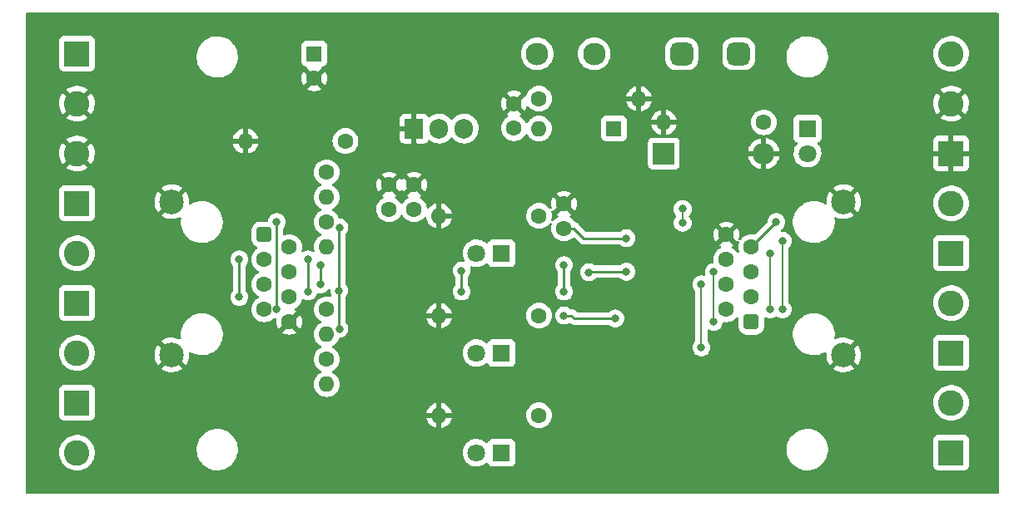
<source format=gbl>
%TF.GenerationSoftware,KiCad,Pcbnew,(6.0.11)*%
%TF.CreationDate,2023-08-20T08:35:00+03:00*%
%TF.ProjectId,sincos_interpolator,73696e63-6f73-45f6-996e-746572706f6c,rev?*%
%TF.SameCoordinates,Original*%
%TF.FileFunction,Copper,L2,Bot*%
%TF.FilePolarity,Positive*%
%FSLAX46Y46*%
G04 Gerber Fmt 4.6, Leading zero omitted, Abs format (unit mm)*
G04 Created by KiCad (PCBNEW (6.0.11)) date 2023-08-20 08:35:00*
%MOMM*%
%LPD*%
G01*
G04 APERTURE LIST*
G04 Aperture macros list*
%AMRoundRect*
0 Rectangle with rounded corners*
0 $1 Rounding radius*
0 $2 $3 $4 $5 $6 $7 $8 $9 X,Y pos of 4 corners*
0 Add a 4 corners polygon primitive as box body*
4,1,4,$2,$3,$4,$5,$6,$7,$8,$9,$2,$3,0*
0 Add four circle primitives for the rounded corners*
1,1,$1+$1,$2,$3*
1,1,$1+$1,$4,$5*
1,1,$1+$1,$6,$7*
1,1,$1+$1,$8,$9*
0 Add four rect primitives between the rounded corners*
20,1,$1+$1,$2,$3,$4,$5,0*
20,1,$1+$1,$4,$5,$6,$7,0*
20,1,$1+$1,$6,$7,$8,$9,0*
20,1,$1+$1,$8,$9,$2,$3,0*%
G04 Aperture macros list end*
%TA.AperFunction,ComponentPad*%
%ADD10R,1.905000X2.000000*%
%TD*%
%TA.AperFunction,ComponentPad*%
%ADD11O,1.905000X2.000000*%
%TD*%
%TA.AperFunction,ComponentPad*%
%ADD12R,2.600000X2.600000*%
%TD*%
%TA.AperFunction,ComponentPad*%
%ADD13C,2.600000*%
%TD*%
%TA.AperFunction,ComponentPad*%
%ADD14C,1.600000*%
%TD*%
%TA.AperFunction,ComponentPad*%
%ADD15R,1.800000X1.800000*%
%TD*%
%TA.AperFunction,ComponentPad*%
%ADD16C,1.800000*%
%TD*%
%TA.AperFunction,ComponentPad*%
%ADD17O,1.600000X1.600000*%
%TD*%
%TA.AperFunction,ComponentPad*%
%ADD18R,1.600000X1.600000*%
%TD*%
%TA.AperFunction,ComponentPad*%
%ADD19RoundRect,0.400000X0.400000X0.400000X-0.400000X0.400000X-0.400000X-0.400000X0.400000X-0.400000X0*%
%TD*%
%TA.AperFunction,ComponentPad*%
%ADD20C,2.500000*%
%TD*%
%TA.AperFunction,ComponentPad*%
%ADD21RoundRect,0.400000X-0.400000X-0.400000X0.400000X-0.400000X0.400000X0.400000X-0.400000X0.400000X0*%
%TD*%
%TA.AperFunction,ComponentPad*%
%ADD22R,2.200000X2.200000*%
%TD*%
%TA.AperFunction,ComponentPad*%
%ADD23O,2.200000X2.200000*%
%TD*%
%TA.AperFunction,ComponentPad*%
%ADD24RoundRect,0.575000X0.575000X0.575000X-0.575000X0.575000X-0.575000X-0.575000X0.575000X-0.575000X0*%
%TD*%
%TA.AperFunction,ComponentPad*%
%ADD25C,2.300000*%
%TD*%
%TA.AperFunction,ViaPad*%
%ADD26C,0.800000*%
%TD*%
%TA.AperFunction,Conductor*%
%ADD27C,0.250000*%
%TD*%
%TA.AperFunction,Conductor*%
%ADD28C,0.200000*%
%TD*%
G04 APERTURE END LIST*
D10*
%TO.P,Q1,1,K*%
%TO.N,GND*%
X160020000Y-114300000D03*
D11*
%TO.P,Q1,2,A*%
%TO.N,+5V*%
X162560000Y-114300000D03*
%TO.P,Q1,3,G*%
%TO.N,Net-(C2-Pad1)*%
X165100000Y-114300000D03*
%TD*%
D12*
%TO.P,J11,1,Pin_1*%
%TO.N,/PSIN*%
X125730000Y-121920000D03*
D13*
%TO.P,J11,2,Pin_2*%
%TO.N,/NSIN*%
X125730000Y-127000000D03*
%TD*%
D14*
%TO.P,C2,1*%
%TO.N,Net-(C2-Pad1)*%
X170180000Y-114260000D03*
%TO.P,C2,2*%
%TO.N,GND*%
X170180000Y-111760000D03*
%TD*%
D15*
%TO.P,D2,1,K*%
%TO.N,Net-(D2-Pad1)*%
X200025000Y-114295000D03*
D16*
%TO.P,D2,2,A*%
%TO.N,+5V*%
X200025000Y-116835000D03*
%TD*%
D14*
%TO.P,R13,1*%
%TO.N,Net-(D11-Pad1)*%
X172720000Y-123190000D03*
D17*
%TO.P,R13,2*%
%TO.N,GND*%
X162560000Y-123190000D03*
%TD*%
D15*
%TO.P,D21,1,K*%
%TO.N,Net-(D21-Pad1)*%
X168910000Y-137160000D03*
D16*
%TO.P,D21,2,A*%
%TO.N,/B*%
X166370000Y-137160000D03*
%TD*%
D12*
%TO.P,J21,1,Pin_1*%
%TO.N,/PCOS*%
X125730000Y-132080000D03*
D13*
%TO.P,J21,2,Pin_2*%
%TO.N,/NCOS*%
X125730000Y-137160000D03*
%TD*%
D14*
%TO.P,C5,1*%
%TO.N,+5V*%
X175260000Y-124460000D03*
%TO.P,C5,2*%
%TO.N,GND*%
X175260000Y-121960000D03*
%TD*%
D12*
%TO.P,J12,1,Pin_1*%
%TO.N,/A-*%
X214630000Y-127000000D03*
D13*
%TO.P,J12,2,Pin_2*%
%TO.N,/A+*%
X214630000Y-121920000D03*
%TD*%
D14*
%TO.P,R1,1*%
%TO.N,Net-(D2-Pad1)*%
X195580000Y-113665000D03*
D17*
%TO.P,R1,2*%
%TO.N,GND*%
X185420000Y-113665000D03*
%TD*%
D12*
%TO.P,J2,1,Pin_1*%
%TO.N,+5V*%
X125730000Y-106680000D03*
D13*
%TO.P,J2,2,Pin_2*%
%TO.N,GND*%
X125730000Y-111760000D03*
%TO.P,J2,3,Pin_3*%
X125730000Y-116840000D03*
%TD*%
D14*
%TO.P,C3,1*%
%TO.N,+5V*%
X160020000Y-122515000D03*
%TO.P,C3,2*%
%TO.N,GND*%
X160020000Y-120015000D03*
%TD*%
D12*
%TO.P,J22,1,Pin_1*%
%TO.N,/B-*%
X214630000Y-137160000D03*
D13*
%TO.P,J22,2,Pin_2*%
%TO.N,/B+*%
X214630000Y-132080000D03*
%TD*%
D12*
%TO.P,J31,1,Pin_1*%
%TO.N,/PZERO*%
X125730000Y-142240000D03*
D13*
%TO.P,J31,2,Pin_2*%
%TO.N,/NZERO*%
X125730000Y-147320000D03*
%TD*%
D14*
%TO.P,C4,1*%
%TO.N,+5V*%
X157480000Y-122515000D03*
%TO.P,C4,2*%
%TO.N,GND*%
X157480000Y-120015000D03*
%TD*%
D12*
%TO.P,J1,1,Pin_1*%
%TO.N,GND*%
X214630000Y-116840000D03*
D13*
%TO.P,J1,2,Pin_2*%
X214630000Y-111760000D03*
%TO.P,J1,3,Pin_3*%
%TO.N,+5VP*%
X214630000Y-106680000D03*
%TD*%
D18*
%TO.P,C1,1*%
%TO.N,+5V*%
X149860000Y-106680000D03*
D14*
%TO.P,C1,2*%
%TO.N,GND*%
X149860000Y-109180000D03*
%TD*%
%TO.P,R22,1*%
%TO.N,Net-(JP21-Pad2)*%
X151130000Y-137795000D03*
D17*
%TO.P,R22,2*%
%TO.N,/NCOS*%
X151130000Y-140335000D03*
%TD*%
D14*
%TO.P,R3,1*%
%TO.N,/RCLK*%
X153035000Y-115570000D03*
D17*
%TO.P,R3,2*%
%TO.N,GND*%
X142875000Y-115570000D03*
%TD*%
D19*
%TO.P,J3,1*%
%TO.N,/PSIN*%
X144780000Y-125095000D03*
D14*
%TO.P,J3,2*%
%TO.N,/NSIN*%
X147320000Y-126365000D03*
%TO.P,J3,3*%
%TO.N,/PCOS*%
X144780000Y-127635000D03*
%TO.P,J3,4*%
%TO.N,/PZERO*%
X147320000Y-128905000D03*
%TO.P,J3,5*%
%TO.N,/NZERO*%
X144780000Y-130175000D03*
%TO.P,J3,6*%
%TO.N,/NCOS*%
X147320000Y-131445000D03*
%TO.P,J3,7*%
%TO.N,+5V*%
X144780000Y-132715000D03*
%TO.P,J3,8*%
%TO.N,GND*%
X147320000Y-133985000D03*
D20*
%TO.P,J3,SH*%
X135380000Y-137340000D03*
X135380000Y-121740000D03*
%TD*%
D14*
%TO.P,R2,1*%
%TO.N,Net-(C2-Pad1)*%
X172720000Y-111252000D03*
D17*
%TO.P,R2,2*%
%TO.N,GND*%
X182880000Y-111252000D03*
%TD*%
D14*
%TO.P,R11,1*%
%TO.N,/PSIN*%
X151130000Y-118745000D03*
D17*
%TO.P,R11,2*%
%TO.N,Net-(JP11-Pad2)*%
X151130000Y-121285000D03*
%TD*%
D21*
%TO.P,J4,1*%
%TO.N,/A+*%
X194310000Y-133985000D03*
D14*
%TO.P,J4,2*%
%TO.N,/A-*%
X191770000Y-132715000D03*
%TO.P,J4,3*%
%TO.N,/B+*%
X194310000Y-131445000D03*
%TO.P,J4,4*%
%TO.N,/Z-*%
X191770000Y-130175000D03*
%TO.P,J4,5*%
%TO.N,/Z+*%
X194310000Y-128905000D03*
%TO.P,J4,6*%
%TO.N,/B-*%
X191770000Y-127635000D03*
%TO.P,J4,7*%
%TO.N,+5VP*%
X194310000Y-126365000D03*
%TO.P,J4,8*%
%TO.N,GND*%
X191770000Y-125095000D03*
D20*
%TO.P,J4,SH*%
X203710000Y-137340000D03*
X203710000Y-121740000D03*
%TD*%
D14*
%TO.P,R12,1*%
%TO.N,Net-(JP11-Pad2)*%
X151130000Y-123825000D03*
D17*
%TO.P,R12,2*%
%TO.N,/NSIN*%
X151130000Y-126365000D03*
%TD*%
D15*
%TO.P,D11,1,K*%
%TO.N,Net-(D11-Pad1)*%
X168910000Y-127000000D03*
D16*
%TO.P,D11,2,A*%
%TO.N,/A*%
X166370000Y-127000000D03*
%TD*%
D15*
%TO.P,D31,1,K*%
%TO.N,Net-(D31-Pad1)*%
X168910000Y-147320000D03*
D16*
%TO.P,D31,2,A*%
%TO.N,/Z*%
X166370000Y-147320000D03*
%TD*%
D14*
%TO.P,R21,1*%
%TO.N,/PCOS*%
X151130000Y-132715000D03*
D17*
%TO.P,R21,2*%
%TO.N,Net-(JP21-Pad2)*%
X151130000Y-135255000D03*
%TD*%
D12*
%TO.P,J32,1,Pin_1*%
%TO.N,/Z-*%
X214630000Y-147320000D03*
D13*
%TO.P,J32,2,Pin_2*%
%TO.N,/Z+*%
X214630000Y-142240000D03*
%TD*%
D22*
%TO.P,D1,1,K*%
%TO.N,+5V*%
X185420000Y-116840000D03*
D23*
%TO.P,D1,2,A*%
%TO.N,GND*%
X195580000Y-116840000D03*
%TD*%
D14*
%TO.P,R23,1*%
%TO.N,Net-(D21-Pad1)*%
X172720000Y-133350000D03*
D17*
%TO.P,R23,2*%
%TO.N,GND*%
X162560000Y-133350000D03*
%TD*%
D14*
%TO.P,R33,1*%
%TO.N,Net-(D31-Pad1)*%
X172720000Y-143510000D03*
D17*
%TO.P,R33,2*%
%TO.N,GND*%
X162560000Y-143510000D03*
%TD*%
D18*
%TO.P,D3,1,K*%
%TO.N,+5V*%
X180340000Y-114300000D03*
D17*
%TO.P,D3,2,A*%
%TO.N,Net-(C2-Pad1)*%
X172720000Y-114300000D03*
%TD*%
D24*
%TO.P,F1,1*%
%TO.N,+5VP*%
X193040000Y-106680000D03*
X187240000Y-106680000D03*
D25*
%TO.P,F1,2*%
%TO.N,+5V*%
X178340000Y-106680000D03*
X172540000Y-106680000D03*
%TD*%
D26*
%TO.N,+5V*%
X181610000Y-125476000D03*
X175260000Y-130899500D03*
X146050000Y-132715000D03*
X175260000Y-133350000D03*
X146050000Y-123825000D03*
X180467000Y-133634000D03*
X175260000Y-128211000D03*
%TO.N,GND*%
X184150000Y-134015000D03*
X162560000Y-145415000D03*
X151130000Y-145415000D03*
X179070000Y-120045000D03*
X155448000Y-124968000D03*
X147320000Y-145415000D03*
X158750000Y-145415000D03*
X177800000Y-139095000D03*
X154940000Y-145415000D03*
X185420000Y-134015000D03*
X184150000Y-120045000D03*
%TO.N,/VREF*%
X152418810Y-124370500D03*
X152418810Y-134709500D03*
X152400000Y-130810000D03*
%TO.N,/A+*%
X197485000Y-125730000D03*
X197485000Y-132715000D03*
%TO.N,/Z+*%
X190500000Y-128905000D03*
X190500000Y-133985000D03*
%TO.N,/A-*%
X187325000Y-123889500D03*
X187325000Y-122490500D03*
X196215000Y-132715000D03*
X196215000Y-127000000D03*
%TO.N,/Z-*%
X189230000Y-136589500D03*
X189230000Y-130175000D03*
%TO.N,/A*%
X181610000Y-128870500D03*
X177800000Y-128935000D03*
%TO.N,/B*%
X164846000Y-130899500D03*
X164846000Y-128778000D03*
%TO.N,/PCOS*%
X149225000Y-130899500D03*
X142240000Y-127635000D03*
X149225000Y-127635000D03*
X142240000Y-131445000D03*
%TO.N,/NZERO*%
X150495000Y-128180500D03*
X150495000Y-130175000D03*
%TO.N,+5VP*%
X196850000Y-123825000D03*
%TD*%
D27*
%TO.N,+5V*%
X180467000Y-133634000D02*
X176306000Y-133634000D01*
X176306000Y-133634000D02*
X176022000Y-133350000D01*
X176022000Y-133350000D02*
X175260000Y-133350000D01*
X175260000Y-128211000D02*
X175260000Y-130899500D01*
X177292000Y-125476000D02*
X176276000Y-124460000D01*
X176276000Y-124460000D02*
X175260000Y-124460000D01*
X146050000Y-132715000D02*
X146050000Y-123825000D01*
X181610000Y-125476000D02*
X177292000Y-125476000D01*
%TO.N,/VREF*%
X152400000Y-130810000D02*
X152400000Y-124389310D01*
X152400000Y-124389310D02*
X152418810Y-124370500D01*
X152400000Y-134690690D02*
X152400000Y-130810000D01*
D28*
%TO.N,/A+*%
X197485000Y-132715000D02*
X197485000Y-125730000D01*
%TO.N,/Z+*%
X190500000Y-128905000D02*
X190500000Y-133985000D01*
%TO.N,/A-*%
X196215000Y-132715000D02*
X196215000Y-127000000D01*
X187325000Y-123889500D02*
X187325000Y-122490500D01*
%TO.N,/Z-*%
X189230000Y-130175000D02*
X189230000Y-136589500D01*
D27*
%TO.N,/A*%
X181610000Y-128870500D02*
X177864500Y-128870500D01*
X177864500Y-128870500D02*
X177800000Y-128935000D01*
%TO.N,/B*%
X164846000Y-130899500D02*
X164846000Y-128778000D01*
%TO.N,/PCOS*%
X142240000Y-127635000D02*
X142240000Y-131445000D01*
X149225000Y-127635000D02*
X149225000Y-130899500D01*
%TO.N,/NZERO*%
X150495000Y-130175000D02*
X150495000Y-128180500D01*
%TO.N,+5VP*%
X194310000Y-126365000D02*
X196850000Y-123825000D01*
%TD*%
%TA.AperFunction,Conductor*%
%TO.N,GND*%
G36*
X219433621Y-102528502D02*
G01*
X219480114Y-102582158D01*
X219491500Y-102634500D01*
X219491500Y-151365500D01*
X219471498Y-151433621D01*
X219417842Y-151480114D01*
X219365500Y-151491500D01*
X120634500Y-151491500D01*
X120566379Y-151471498D01*
X120519886Y-151417842D01*
X120508500Y-151365500D01*
X120508500Y-147272526D01*
X123917050Y-147272526D01*
X123917274Y-147277192D01*
X123917274Y-147277197D01*
X123917919Y-147290625D01*
X123929947Y-147541019D01*
X123982388Y-147804656D01*
X124073220Y-148057646D01*
X124075432Y-148061762D01*
X124075433Y-148061765D01*
X124154819Y-148209508D01*
X124200450Y-148294431D01*
X124203241Y-148298168D01*
X124203245Y-148298175D01*
X124281143Y-148402492D01*
X124361281Y-148509810D01*
X124364590Y-148513090D01*
X124364595Y-148513096D01*
X124548863Y-148695762D01*
X124552180Y-148699050D01*
X124555942Y-148701808D01*
X124555945Y-148701811D01*
X124604912Y-148737715D01*
X124768954Y-148857995D01*
X124773089Y-148860171D01*
X124773093Y-148860173D01*
X125002698Y-148980975D01*
X125006840Y-148983154D01*
X125260613Y-149071775D01*
X125265206Y-149072647D01*
X125520109Y-149121042D01*
X125520112Y-149121042D01*
X125524698Y-149121913D01*
X125652370Y-149126929D01*
X125788625Y-149132283D01*
X125788630Y-149132283D01*
X125793293Y-149132466D01*
X125897607Y-149121042D01*
X126055844Y-149103713D01*
X126055850Y-149103712D01*
X126060497Y-149103203D01*
X126065021Y-149102012D01*
X126315918Y-149035956D01*
X126315920Y-149035955D01*
X126320441Y-149034765D01*
X126427795Y-148988642D01*
X126563120Y-148930502D01*
X126563122Y-148930501D01*
X126567414Y-148928657D01*
X126686071Y-148855230D01*
X126792017Y-148789669D01*
X126792021Y-148789666D01*
X126795990Y-148787210D01*
X127001149Y-148613530D01*
X127178382Y-148411434D01*
X127185990Y-148399607D01*
X127298771Y-148224268D01*
X127323797Y-148185361D01*
X127434199Y-147940278D01*
X127471209Y-147809051D01*
X127505893Y-147686072D01*
X127505894Y-147686069D01*
X127507163Y-147681568D01*
X127525043Y-147541019D01*
X127540688Y-147418045D01*
X127540688Y-147418041D01*
X127541086Y-147414915D01*
X127543571Y-147320000D01*
X127529652Y-147132703D01*
X137890743Y-147132703D01*
X137928268Y-147417734D01*
X138004129Y-147695036D01*
X138005813Y-147698984D01*
X138106814Y-147935775D01*
X138116923Y-147959476D01*
X138128693Y-147979142D01*
X138254465Y-148189291D01*
X138264561Y-148206161D01*
X138444313Y-148430528D01*
X138567711Y-148547628D01*
X138610931Y-148588642D01*
X138652851Y-148628423D01*
X138886317Y-148796186D01*
X138890112Y-148798195D01*
X138890113Y-148798196D01*
X138911869Y-148809715D01*
X139140392Y-148930712D01*
X139164699Y-148939607D01*
X139283697Y-148983154D01*
X139410373Y-149029511D01*
X139691264Y-149090755D01*
X139719841Y-149093004D01*
X139914282Y-149108307D01*
X139914291Y-149108307D01*
X139916739Y-149108500D01*
X140072271Y-149108500D01*
X140074407Y-149108354D01*
X140074418Y-149108354D01*
X140282548Y-149094165D01*
X140282554Y-149094164D01*
X140286825Y-149093873D01*
X140291020Y-149093004D01*
X140291022Y-149093004D01*
X140427583Y-149064724D01*
X140568342Y-149035574D01*
X140839343Y-148939607D01*
X141094812Y-148807750D01*
X141098313Y-148805289D01*
X141098317Y-148805287D01*
X141245548Y-148701811D01*
X141330023Y-148642441D01*
X141507273Y-148477730D01*
X141537479Y-148449661D01*
X141537481Y-148449658D01*
X141540622Y-148446740D01*
X141722713Y-148224268D01*
X141872927Y-147979142D01*
X141978957Y-147737600D01*
X141986757Y-147719830D01*
X141988483Y-147715898D01*
X142067244Y-147439406D01*
X142089152Y-147285469D01*
X164957095Y-147285469D01*
X164957392Y-147290622D01*
X164957392Y-147290625D01*
X164966209Y-147443534D01*
X164970427Y-147516697D01*
X164971564Y-147521743D01*
X164971565Y-147521749D01*
X164975908Y-147541019D01*
X165021346Y-147742642D01*
X165023288Y-147747424D01*
X165023289Y-147747428D01*
X165103329Y-147944542D01*
X165108484Y-147957237D01*
X165229501Y-148154719D01*
X165381147Y-148329784D01*
X165559349Y-148477730D01*
X165759322Y-148594584D01*
X165975694Y-148677209D01*
X165980760Y-148678240D01*
X165980761Y-148678240D01*
X166033846Y-148689040D01*
X166202656Y-148723385D01*
X166332089Y-148728131D01*
X166428949Y-148731683D01*
X166428953Y-148731683D01*
X166434113Y-148731872D01*
X166439233Y-148731216D01*
X166439235Y-148731216D01*
X166513166Y-148721745D01*
X166663847Y-148702442D01*
X166668795Y-148700957D01*
X166668802Y-148700956D01*
X166880747Y-148637369D01*
X166885690Y-148635886D01*
X166925160Y-148616550D01*
X167089049Y-148536262D01*
X167089052Y-148536260D01*
X167093684Y-148533991D01*
X167282243Y-148399494D01*
X167327309Y-148354585D01*
X167389681Y-148320669D01*
X167460487Y-148325857D01*
X167517249Y-148368503D01*
X167534231Y-148399607D01*
X167546928Y-148433475D01*
X167559385Y-148466705D01*
X167646739Y-148583261D01*
X167763295Y-148670615D01*
X167899684Y-148721745D01*
X167961866Y-148728500D01*
X169858134Y-148728500D01*
X169920316Y-148721745D01*
X170056705Y-148670615D01*
X170173261Y-148583261D01*
X170260615Y-148466705D01*
X170311745Y-148330316D01*
X170318500Y-148268134D01*
X170318500Y-147132703D01*
X197890743Y-147132703D01*
X197928268Y-147417734D01*
X198004129Y-147695036D01*
X198005813Y-147698984D01*
X198106814Y-147935775D01*
X198116923Y-147959476D01*
X198128693Y-147979142D01*
X198254465Y-148189291D01*
X198264561Y-148206161D01*
X198444313Y-148430528D01*
X198567711Y-148547628D01*
X198610931Y-148588642D01*
X198652851Y-148628423D01*
X198886317Y-148796186D01*
X198890112Y-148798195D01*
X198890113Y-148798196D01*
X198911869Y-148809715D01*
X199140392Y-148930712D01*
X199164699Y-148939607D01*
X199283697Y-148983154D01*
X199410373Y-149029511D01*
X199691264Y-149090755D01*
X199719841Y-149093004D01*
X199914282Y-149108307D01*
X199914291Y-149108307D01*
X199916739Y-149108500D01*
X200072271Y-149108500D01*
X200074407Y-149108354D01*
X200074418Y-149108354D01*
X200282548Y-149094165D01*
X200282554Y-149094164D01*
X200286825Y-149093873D01*
X200291020Y-149093004D01*
X200291022Y-149093004D01*
X200427583Y-149064724D01*
X200568342Y-149035574D01*
X200839343Y-148939607D01*
X201094812Y-148807750D01*
X201098313Y-148805289D01*
X201098317Y-148805287D01*
X201245548Y-148701811D01*
X201293466Y-148668134D01*
X212821500Y-148668134D01*
X212828255Y-148730316D01*
X212879385Y-148866705D01*
X212966739Y-148983261D01*
X213083295Y-149070615D01*
X213219684Y-149121745D01*
X213281866Y-149128500D01*
X215978134Y-149128500D01*
X216040316Y-149121745D01*
X216176705Y-149070615D01*
X216293261Y-148983261D01*
X216380615Y-148866705D01*
X216431745Y-148730316D01*
X216438500Y-148668134D01*
X216438500Y-145971866D01*
X216431745Y-145909684D01*
X216380615Y-145773295D01*
X216293261Y-145656739D01*
X216176705Y-145569385D01*
X216040316Y-145518255D01*
X215978134Y-145511500D01*
X213281866Y-145511500D01*
X213219684Y-145518255D01*
X213083295Y-145569385D01*
X212966739Y-145656739D01*
X212879385Y-145773295D01*
X212828255Y-145909684D01*
X212821500Y-145971866D01*
X212821500Y-148668134D01*
X201293466Y-148668134D01*
X201330023Y-148642441D01*
X201507273Y-148477730D01*
X201537479Y-148449661D01*
X201537481Y-148449658D01*
X201540622Y-148446740D01*
X201722713Y-148224268D01*
X201872927Y-147979142D01*
X201978957Y-147737600D01*
X201986757Y-147719830D01*
X201988483Y-147715898D01*
X202067244Y-147439406D01*
X202107751Y-147154784D01*
X202107845Y-147136951D01*
X202109235Y-146871583D01*
X202109235Y-146871576D01*
X202109257Y-146867297D01*
X202103992Y-146827301D01*
X202072292Y-146586522D01*
X202071732Y-146582266D01*
X202058851Y-146535179D01*
X202013244Y-146368469D01*
X201995871Y-146304964D01*
X201936644Y-146166109D01*
X201884763Y-146044476D01*
X201884761Y-146044472D01*
X201883077Y-146040524D01*
X201735439Y-145793839D01*
X201555687Y-145569472D01*
X201347149Y-145371577D01*
X201113683Y-145203814D01*
X201091843Y-145192250D01*
X201068654Y-145179972D01*
X200859608Y-145069288D01*
X200589627Y-144970489D01*
X200308736Y-144909245D01*
X200277685Y-144906801D01*
X200085718Y-144891693D01*
X200085709Y-144891693D01*
X200083261Y-144891500D01*
X199927729Y-144891500D01*
X199925593Y-144891646D01*
X199925582Y-144891646D01*
X199717452Y-144905835D01*
X199717446Y-144905836D01*
X199713175Y-144906127D01*
X199708980Y-144906996D01*
X199708978Y-144906996D01*
X199572417Y-144935276D01*
X199431658Y-144964426D01*
X199160657Y-145060393D01*
X198905188Y-145192250D01*
X198901687Y-145194711D01*
X198901683Y-145194713D01*
X198891594Y-145201804D01*
X198669977Y-145357559D01*
X198654892Y-145371577D01*
X198465719Y-145547368D01*
X198459378Y-145553260D01*
X198277287Y-145775732D01*
X198127073Y-146020858D01*
X198125347Y-146024791D01*
X198125346Y-146024792D01*
X198096033Y-146091569D01*
X198011517Y-146284102D01*
X197932756Y-146560594D01*
X197929672Y-146582266D01*
X197894133Y-146831981D01*
X197892249Y-146845216D01*
X197892227Y-146849505D01*
X197892226Y-146849512D01*
X197891122Y-147060301D01*
X197890743Y-147132703D01*
X170318500Y-147132703D01*
X170318500Y-146371866D01*
X170311745Y-146309684D01*
X170260615Y-146173295D01*
X170173261Y-146056739D01*
X170056705Y-145969385D01*
X169920316Y-145918255D01*
X169858134Y-145911500D01*
X167961866Y-145911500D01*
X167899684Y-145918255D01*
X167763295Y-145969385D01*
X167646739Y-146056739D01*
X167559385Y-146173295D01*
X167556233Y-146181703D01*
X167556232Y-146181705D01*
X167535538Y-146236906D01*
X167492897Y-146293671D01*
X167426335Y-146318371D01*
X167356986Y-146303164D01*
X167334167Y-146286666D01*
X167333887Y-146286358D01*
X167201373Y-146181705D01*
X167156177Y-146146011D01*
X167156172Y-146146008D01*
X167152123Y-146142810D01*
X167147607Y-146140317D01*
X167147604Y-146140315D01*
X166953879Y-146033373D01*
X166953875Y-146033371D01*
X166949355Y-146030876D01*
X166944486Y-146029152D01*
X166944482Y-146029150D01*
X166735903Y-145955288D01*
X166735899Y-145955287D01*
X166731028Y-145953562D01*
X166725935Y-145952655D01*
X166725932Y-145952654D01*
X166508095Y-145913851D01*
X166508089Y-145913850D01*
X166503006Y-145912945D01*
X166430096Y-145912054D01*
X166276581Y-145910179D01*
X166276579Y-145910179D01*
X166271411Y-145910116D01*
X166042464Y-145945150D01*
X165822314Y-146017106D01*
X165817726Y-146019494D01*
X165817722Y-146019496D01*
X165679271Y-146091569D01*
X165616872Y-146124052D01*
X165612739Y-146127155D01*
X165612736Y-146127157D01*
X165435790Y-146260012D01*
X165431655Y-146263117D01*
X165271639Y-146430564D01*
X165268725Y-146434836D01*
X165268724Y-146434837D01*
X165200275Y-146535179D01*
X165141119Y-146621899D01*
X165043602Y-146831981D01*
X164981707Y-147055169D01*
X164957095Y-147285469D01*
X142089152Y-147285469D01*
X142107751Y-147154784D01*
X142107845Y-147136951D01*
X142109235Y-146871583D01*
X142109235Y-146871576D01*
X142109257Y-146867297D01*
X142103992Y-146827301D01*
X142072292Y-146586522D01*
X142071732Y-146582266D01*
X142058851Y-146535179D01*
X142013244Y-146368469D01*
X141995871Y-146304964D01*
X141936644Y-146166109D01*
X141884763Y-146044476D01*
X141884761Y-146044472D01*
X141883077Y-146040524D01*
X141735439Y-145793839D01*
X141555687Y-145569472D01*
X141347149Y-145371577D01*
X141113683Y-145203814D01*
X141091843Y-145192250D01*
X141068654Y-145179972D01*
X140859608Y-145069288D01*
X140589627Y-144970489D01*
X140308736Y-144909245D01*
X140277685Y-144906801D01*
X140085718Y-144891693D01*
X140085709Y-144891693D01*
X140083261Y-144891500D01*
X139927729Y-144891500D01*
X139925593Y-144891646D01*
X139925582Y-144891646D01*
X139717452Y-144905835D01*
X139717446Y-144905836D01*
X139713175Y-144906127D01*
X139708980Y-144906996D01*
X139708978Y-144906996D01*
X139572417Y-144935276D01*
X139431658Y-144964426D01*
X139160657Y-145060393D01*
X138905188Y-145192250D01*
X138901687Y-145194711D01*
X138901683Y-145194713D01*
X138891594Y-145201804D01*
X138669977Y-145357559D01*
X138654892Y-145371577D01*
X138465719Y-145547368D01*
X138459378Y-145553260D01*
X138277287Y-145775732D01*
X138127073Y-146020858D01*
X138125347Y-146024791D01*
X138125346Y-146024792D01*
X138096033Y-146091569D01*
X138011517Y-146284102D01*
X137932756Y-146560594D01*
X137929672Y-146582266D01*
X137894133Y-146831981D01*
X137892249Y-146845216D01*
X137892227Y-146849505D01*
X137892226Y-146849512D01*
X137891122Y-147060301D01*
X137890743Y-147132703D01*
X127529652Y-147132703D01*
X127523650Y-147051937D01*
X127476875Y-146845216D01*
X127465361Y-146794331D01*
X127465360Y-146794326D01*
X127464327Y-146789763D01*
X127366902Y-146539238D01*
X127233518Y-146305864D01*
X127229697Y-146301016D01*
X127135638Y-146181703D01*
X127067105Y-146094769D01*
X126871317Y-145910591D01*
X126672137Y-145772414D01*
X126654299Y-145760039D01*
X126654296Y-145760037D01*
X126650457Y-145757374D01*
X126646264Y-145755306D01*
X126413564Y-145640551D01*
X126413561Y-145640550D01*
X126409376Y-145638486D01*
X126361745Y-145623239D01*
X126204216Y-145572814D01*
X126153370Y-145556538D01*
X126148763Y-145555788D01*
X126148760Y-145555787D01*
X125935337Y-145521029D01*
X125888063Y-145513330D01*
X125757719Y-145511624D01*
X125623961Y-145509873D01*
X125623958Y-145509873D01*
X125619284Y-145509812D01*
X125352937Y-145546060D01*
X125348451Y-145547368D01*
X125348449Y-145547368D01*
X125312099Y-145557963D01*
X125094874Y-145621278D01*
X124850763Y-145733815D01*
X124846854Y-145736378D01*
X124629881Y-145878631D01*
X124629876Y-145878635D01*
X124625968Y-145881197D01*
X124585404Y-145917402D01*
X124447458Y-146040524D01*
X124425426Y-146060188D01*
X124253544Y-146266854D01*
X124114096Y-146496656D01*
X124112287Y-146500970D01*
X124112285Y-146500974D01*
X124061577Y-146621899D01*
X124010148Y-146744545D01*
X123943981Y-147005077D01*
X123917050Y-147272526D01*
X120508500Y-147272526D01*
X120508500Y-143588134D01*
X123921500Y-143588134D01*
X123928255Y-143650316D01*
X123979385Y-143786705D01*
X124066739Y-143903261D01*
X124183295Y-143990615D01*
X124319684Y-144041745D01*
X124381866Y-144048500D01*
X127078134Y-144048500D01*
X127140316Y-144041745D01*
X127276705Y-143990615D01*
X127393261Y-143903261D01*
X127480615Y-143786705D01*
X127484432Y-143776522D01*
X161277273Y-143776522D01*
X161324764Y-143953761D01*
X161328510Y-143964053D01*
X161420586Y-144161511D01*
X161426069Y-144171007D01*
X161551028Y-144349467D01*
X161558084Y-144357875D01*
X161712125Y-144511916D01*
X161720533Y-144518972D01*
X161898993Y-144643931D01*
X161908489Y-144649414D01*
X162105947Y-144741490D01*
X162116239Y-144745236D01*
X162288503Y-144791394D01*
X162302599Y-144791058D01*
X162306000Y-144783116D01*
X162306000Y-144777967D01*
X162814000Y-144777967D01*
X162817973Y-144791498D01*
X162826522Y-144792727D01*
X163003761Y-144745236D01*
X163014053Y-144741490D01*
X163211511Y-144649414D01*
X163221007Y-144643931D01*
X163399467Y-144518972D01*
X163407875Y-144511916D01*
X163561916Y-144357875D01*
X163568972Y-144349467D01*
X163693931Y-144171007D01*
X163699414Y-144161511D01*
X163791490Y-143964053D01*
X163795236Y-143953761D01*
X163841394Y-143781497D01*
X163841058Y-143767401D01*
X163833116Y-143764000D01*
X162832115Y-143764000D01*
X162816876Y-143768475D01*
X162815671Y-143769865D01*
X162814000Y-143777548D01*
X162814000Y-144777967D01*
X162306000Y-144777967D01*
X162306000Y-143782115D01*
X162301525Y-143766876D01*
X162300135Y-143765671D01*
X162292452Y-143764000D01*
X161292033Y-143764000D01*
X161278502Y-143767973D01*
X161277273Y-143776522D01*
X127484432Y-143776522D01*
X127531745Y-143650316D01*
X127538500Y-143588134D01*
X127538500Y-143510000D01*
X171406502Y-143510000D01*
X171426457Y-143738087D01*
X171427881Y-143743400D01*
X171427881Y-143743402D01*
X171470716Y-143903261D01*
X171485716Y-143959243D01*
X171488039Y-143964224D01*
X171488039Y-143964225D01*
X171580151Y-144161762D01*
X171580154Y-144161767D01*
X171582477Y-144166749D01*
X171713802Y-144354300D01*
X171875700Y-144516198D01*
X171880208Y-144519355D01*
X171880211Y-144519357D01*
X171958389Y-144574098D01*
X172063251Y-144647523D01*
X172068233Y-144649846D01*
X172068238Y-144649849D01*
X172264765Y-144741490D01*
X172270757Y-144744284D01*
X172276065Y-144745706D01*
X172276067Y-144745707D01*
X172486598Y-144802119D01*
X172486600Y-144802119D01*
X172491913Y-144803543D01*
X172720000Y-144823498D01*
X172948087Y-144803543D01*
X172953400Y-144802119D01*
X172953402Y-144802119D01*
X173163933Y-144745707D01*
X173163935Y-144745706D01*
X173169243Y-144744284D01*
X173175235Y-144741490D01*
X173371762Y-144649849D01*
X173371767Y-144649846D01*
X173376749Y-144647523D01*
X173481611Y-144574098D01*
X173559789Y-144519357D01*
X173559792Y-144519355D01*
X173564300Y-144516198D01*
X173726198Y-144354300D01*
X173857523Y-144166749D01*
X173859846Y-144161767D01*
X173859849Y-144161762D01*
X173951961Y-143964225D01*
X173951961Y-143964224D01*
X173954284Y-143959243D01*
X173969285Y-143903261D01*
X174012119Y-143743402D01*
X174012119Y-143743400D01*
X174013543Y-143738087D01*
X174033498Y-143510000D01*
X174013543Y-143281913D01*
X174003244Y-143243478D01*
X173955707Y-143066067D01*
X173955706Y-143066065D01*
X173954284Y-143060757D01*
X173915529Y-142977646D01*
X173859849Y-142858238D01*
X173859846Y-142858233D01*
X173857523Y-142853251D01*
X173726198Y-142665700D01*
X173564300Y-142503802D01*
X173559792Y-142500645D01*
X173559789Y-142500643D01*
X173481611Y-142445902D01*
X173376749Y-142372477D01*
X173371767Y-142370154D01*
X173371762Y-142370151D01*
X173174225Y-142278039D01*
X173174224Y-142278039D01*
X173169243Y-142275716D01*
X173163935Y-142274294D01*
X173163933Y-142274293D01*
X172953402Y-142217881D01*
X172953400Y-142217881D01*
X172948087Y-142216457D01*
X172720000Y-142196502D01*
X172491913Y-142216457D01*
X172486600Y-142217881D01*
X172486598Y-142217881D01*
X172276067Y-142274293D01*
X172276065Y-142274294D01*
X172270757Y-142275716D01*
X172265776Y-142278039D01*
X172265775Y-142278039D01*
X172068238Y-142370151D01*
X172068233Y-142370154D01*
X172063251Y-142372477D01*
X171958389Y-142445902D01*
X171880211Y-142500643D01*
X171880208Y-142500645D01*
X171875700Y-142503802D01*
X171713802Y-142665700D01*
X171582477Y-142853251D01*
X171580154Y-142858233D01*
X171580151Y-142858238D01*
X171524471Y-142977646D01*
X171485716Y-143060757D01*
X171484294Y-143066065D01*
X171484293Y-143066067D01*
X171436756Y-143243478D01*
X171426457Y-143281913D01*
X171406502Y-143510000D01*
X127538500Y-143510000D01*
X127538500Y-143238503D01*
X161278606Y-143238503D01*
X161278942Y-143252599D01*
X161286884Y-143256000D01*
X162287885Y-143256000D01*
X162303124Y-143251525D01*
X162304329Y-143250135D01*
X162306000Y-143242452D01*
X162306000Y-143237885D01*
X162814000Y-143237885D01*
X162818475Y-143253124D01*
X162819865Y-143254329D01*
X162827548Y-143256000D01*
X163827967Y-143256000D01*
X163841498Y-143252027D01*
X163842727Y-143243478D01*
X163795236Y-143066239D01*
X163791490Y-143055947D01*
X163699414Y-142858489D01*
X163693931Y-142848993D01*
X163568972Y-142670533D01*
X163561916Y-142662125D01*
X163407875Y-142508084D01*
X163399467Y-142501028D01*
X163221007Y-142376069D01*
X163211511Y-142370586D01*
X163014053Y-142278510D01*
X163003761Y-142274764D01*
X162831497Y-142228606D01*
X162817401Y-142228942D01*
X162814000Y-142236884D01*
X162814000Y-143237885D01*
X162306000Y-143237885D01*
X162306000Y-142242033D01*
X162302027Y-142228502D01*
X162293478Y-142227273D01*
X162116239Y-142274764D01*
X162105947Y-142278510D01*
X161908489Y-142370586D01*
X161898993Y-142376069D01*
X161720533Y-142501028D01*
X161712125Y-142508084D01*
X161558084Y-142662125D01*
X161551028Y-142670533D01*
X161426069Y-142848993D01*
X161420586Y-142858489D01*
X161328510Y-143055947D01*
X161324764Y-143066239D01*
X161278606Y-143238503D01*
X127538500Y-143238503D01*
X127538500Y-142192526D01*
X212817050Y-142192526D01*
X212817274Y-142197192D01*
X212817274Y-142197197D01*
X212821180Y-142278510D01*
X212829947Y-142461019D01*
X212882388Y-142724656D01*
X212973220Y-142977646D01*
X213100450Y-143214431D01*
X213103241Y-143218168D01*
X213103245Y-143218175D01*
X213146872Y-143276598D01*
X213261281Y-143429810D01*
X213264590Y-143433090D01*
X213264595Y-143433096D01*
X213448863Y-143615762D01*
X213452180Y-143619050D01*
X213455942Y-143621808D01*
X213455945Y-143621811D01*
X213504912Y-143657715D01*
X213668954Y-143777995D01*
X213673089Y-143780171D01*
X213673093Y-143780173D01*
X213902698Y-143900975D01*
X213906840Y-143903154D01*
X214160613Y-143991775D01*
X214165206Y-143992647D01*
X214420109Y-144041042D01*
X214420112Y-144041042D01*
X214424698Y-144041913D01*
X214552370Y-144046929D01*
X214688625Y-144052283D01*
X214688630Y-144052283D01*
X214693293Y-144052466D01*
X214797607Y-144041042D01*
X214955844Y-144023713D01*
X214955850Y-144023712D01*
X214960497Y-144023203D01*
X215072302Y-143993767D01*
X215215918Y-143955956D01*
X215215920Y-143955955D01*
X215220441Y-143954765D01*
X215327795Y-143908642D01*
X215463120Y-143850502D01*
X215463122Y-143850501D01*
X215467414Y-143848657D01*
X215597798Y-143767973D01*
X215692017Y-143709669D01*
X215692021Y-143709666D01*
X215695990Y-143707210D01*
X215901149Y-143533530D01*
X216078382Y-143331434D01*
X216129091Y-143252599D01*
X216221269Y-143109291D01*
X216223797Y-143105361D01*
X216334199Y-142860278D01*
X216371209Y-142729051D01*
X216405893Y-142606072D01*
X216405894Y-142606069D01*
X216407163Y-142601568D01*
X216419601Y-142503802D01*
X216440688Y-142338045D01*
X216440688Y-142338041D01*
X216441086Y-142334915D01*
X216443571Y-142240000D01*
X216423650Y-141971937D01*
X216364327Y-141709763D01*
X216266902Y-141459238D01*
X216133518Y-141225864D01*
X215967105Y-141014769D01*
X215771317Y-140830591D01*
X215573407Y-140693295D01*
X215554299Y-140680039D01*
X215554296Y-140680037D01*
X215550457Y-140677374D01*
X215546264Y-140675306D01*
X215313564Y-140560551D01*
X215313561Y-140560550D01*
X215309376Y-140558486D01*
X215261745Y-140543239D01*
X215083657Y-140486233D01*
X215053370Y-140476538D01*
X215048763Y-140475788D01*
X215048760Y-140475787D01*
X214835337Y-140441029D01*
X214788063Y-140433330D01*
X214657719Y-140431624D01*
X214523961Y-140429873D01*
X214523958Y-140429873D01*
X214519284Y-140429812D01*
X214252937Y-140466060D01*
X213994874Y-140541278D01*
X213750763Y-140653815D01*
X213746854Y-140656378D01*
X213529881Y-140798631D01*
X213529876Y-140798635D01*
X213525968Y-140801197D01*
X213325426Y-140980188D01*
X213293615Y-141018437D01*
X213159827Y-141179300D01*
X213153544Y-141186854D01*
X213014096Y-141416656D01*
X212910148Y-141664545D01*
X212843981Y-141925077D01*
X212817050Y-142192526D01*
X127538500Y-142192526D01*
X127538500Y-140891866D01*
X127531745Y-140829684D01*
X127480615Y-140693295D01*
X127393261Y-140576739D01*
X127276705Y-140489385D01*
X127140316Y-140438255D01*
X127078134Y-140431500D01*
X124381866Y-140431500D01*
X124319684Y-140438255D01*
X124183295Y-140489385D01*
X124066739Y-140576739D01*
X123979385Y-140693295D01*
X123928255Y-140829684D01*
X123921500Y-140891866D01*
X123921500Y-143588134D01*
X120508500Y-143588134D01*
X120508500Y-137112526D01*
X123917050Y-137112526D01*
X123917274Y-137117192D01*
X123917274Y-137117197D01*
X123918525Y-137143238D01*
X123929947Y-137381019D01*
X123982388Y-137644656D01*
X124073220Y-137897646D01*
X124075432Y-137901762D01*
X124075433Y-137901765D01*
X124127477Y-137998622D01*
X124200450Y-138134431D01*
X124203241Y-138138168D01*
X124203245Y-138138175D01*
X124287820Y-138251434D01*
X124361281Y-138349810D01*
X124364590Y-138353090D01*
X124364595Y-138353096D01*
X124548863Y-138535762D01*
X124552180Y-138539050D01*
X124555942Y-138541808D01*
X124555945Y-138541811D01*
X124604912Y-138577715D01*
X124768954Y-138697995D01*
X124773089Y-138700171D01*
X124773093Y-138700173D01*
X125002698Y-138820975D01*
X125006840Y-138823154D01*
X125047139Y-138837227D01*
X125242882Y-138905583D01*
X125260613Y-138911775D01*
X125265206Y-138912647D01*
X125520109Y-138961042D01*
X125520112Y-138961042D01*
X125524698Y-138961913D01*
X125652370Y-138966929D01*
X125788625Y-138972283D01*
X125788630Y-138972283D01*
X125793293Y-138972466D01*
X125897607Y-138961042D01*
X126055844Y-138943713D01*
X126055850Y-138943712D01*
X126060497Y-138943203D01*
X126092228Y-138934849D01*
X126315918Y-138875956D01*
X126315920Y-138875955D01*
X126320441Y-138874765D01*
X126407813Y-138837227D01*
X126563120Y-138770502D01*
X126563122Y-138770501D01*
X126567414Y-138768657D01*
X126598965Y-138749133D01*
X134335612Y-138749133D01*
X134344325Y-138760653D01*
X134442018Y-138832284D01*
X134449928Y-138837227D01*
X134672890Y-138954533D01*
X134681453Y-138958256D01*
X134919304Y-139041318D01*
X134928313Y-139043732D01*
X135175842Y-139090727D01*
X135185098Y-139091781D01*
X135436857Y-139101673D01*
X135446171Y-139101347D01*
X135696615Y-139073920D01*
X135705792Y-139072219D01*
X135949431Y-139008074D01*
X135958251Y-139005037D01*
X136189736Y-138905583D01*
X136198008Y-138901276D01*
X136412249Y-138768700D01*
X136419188Y-138763658D01*
X136427518Y-138751019D01*
X136421456Y-138740666D01*
X135392812Y-137712022D01*
X135378868Y-137704408D01*
X135377035Y-137704539D01*
X135370420Y-137708790D01*
X134342270Y-138736940D01*
X134335612Y-138749133D01*
X126598965Y-138749133D01*
X126686071Y-138695230D01*
X126792017Y-138629669D01*
X126792021Y-138629666D01*
X126795990Y-138627210D01*
X127001149Y-138453530D01*
X127178382Y-138251434D01*
X127183008Y-138244243D01*
X127321269Y-138029291D01*
X127323797Y-138025361D01*
X127434199Y-137780278D01*
X127471209Y-137649051D01*
X127505893Y-137526072D01*
X127505894Y-137526069D01*
X127507163Y-137521568D01*
X127525588Y-137376737D01*
X127535538Y-137298523D01*
X133617898Y-137298523D01*
X133629987Y-137550175D01*
X133631124Y-137559435D01*
X133680274Y-137806535D01*
X133682768Y-137815528D01*
X133767900Y-138052639D01*
X133771700Y-138061174D01*
X133890946Y-138283101D01*
X133895957Y-138290968D01*
X133959446Y-138375990D01*
X133970704Y-138384439D01*
X133983123Y-138377667D01*
X135007978Y-137352812D01*
X135015592Y-137338868D01*
X135015461Y-137337035D01*
X135011210Y-137330420D01*
X133981321Y-136300531D01*
X133968013Y-136293264D01*
X133957974Y-136300386D01*
X133947761Y-136312666D01*
X133942346Y-136320258D01*
X133811646Y-136535646D01*
X133807408Y-136543963D01*
X133709981Y-136776299D01*
X133707020Y-136785149D01*
X133645006Y-137029331D01*
X133643384Y-137038528D01*
X133618143Y-137289198D01*
X133617898Y-137298523D01*
X127535538Y-137298523D01*
X127540688Y-137258045D01*
X127540688Y-137258041D01*
X127541086Y-137254915D01*
X127543571Y-137160000D01*
X127538083Y-137086149D01*
X127523996Y-136896592D01*
X127523996Y-136896591D01*
X127523650Y-136891937D01*
X127509438Y-136829126D01*
X127465361Y-136634331D01*
X127465360Y-136634326D01*
X127464327Y-136629763D01*
X127366902Y-136379238D01*
X127233518Y-136145864D01*
X127216933Y-136124825D01*
X127135638Y-136021703D01*
X127067105Y-135934769D01*
X127060763Y-135928803D01*
X134333216Y-135928803D01*
X134337789Y-135938579D01*
X136779913Y-138380703D01*
X136792293Y-138387463D01*
X136800634Y-138381219D01*
X136926765Y-138185127D01*
X136931212Y-138176936D01*
X137034691Y-137947222D01*
X137037882Y-137938455D01*
X137106269Y-137695976D01*
X137108129Y-137686834D01*
X137140116Y-137435396D01*
X137140597Y-137429108D01*
X137142847Y-137343160D01*
X137142696Y-137336849D01*
X137132573Y-137200626D01*
X137147472Y-137131211D01*
X137197535Y-137080869D01*
X137266867Y-137065586D01*
X137317185Y-137079934D01*
X137560200Y-137208603D01*
X137564223Y-137210075D01*
X137564227Y-137210077D01*
X137829351Y-137307099D01*
X137833382Y-137308574D01*
X138117604Y-137370544D01*
X138146650Y-137372830D01*
X138343297Y-137388307D01*
X138343304Y-137388307D01*
X138345753Y-137388500D01*
X138503121Y-137388500D01*
X138505257Y-137388354D01*
X138505268Y-137388354D01*
X138715949Y-137373991D01*
X138715955Y-137373990D01*
X138720226Y-137373699D01*
X138724421Y-137372830D01*
X138724423Y-137372830D01*
X138888420Y-137338868D01*
X139005081Y-137314709D01*
X139279295Y-137217605D01*
X139473832Y-137117197D01*
X139533986Y-137086149D01*
X139533987Y-137086149D01*
X139537793Y-137084184D01*
X139541294Y-137081723D01*
X139541298Y-137081721D01*
X139721302Y-136955211D01*
X139775792Y-136916915D01*
X139879854Y-136820215D01*
X139985745Y-136721815D01*
X139985748Y-136721812D01*
X139988888Y-136718894D01*
X139999895Y-136705447D01*
X140147589Y-136525000D01*
X140173139Y-136493784D01*
X140325133Y-136245752D01*
X140333869Y-136225852D01*
X140440334Y-135983315D01*
X140442059Y-135979386D01*
X140448073Y-135958276D01*
X140476292Y-135859210D01*
X140521754Y-135699616D01*
X140524286Y-135681829D01*
X140562137Y-135415870D01*
X140562742Y-135411619D01*
X140564265Y-135120723D01*
X140557727Y-135071062D01*
X146598493Y-135071062D01*
X146607789Y-135083077D01*
X146658994Y-135118931D01*
X146668489Y-135124414D01*
X146865947Y-135216490D01*
X146876239Y-135220236D01*
X147086688Y-135276625D01*
X147097481Y-135278528D01*
X147314525Y-135297517D01*
X147325475Y-135297517D01*
X147542519Y-135278528D01*
X147553312Y-135276625D01*
X147763761Y-135220236D01*
X147774053Y-135216490D01*
X147971511Y-135124414D01*
X147981006Y-135118931D01*
X148033048Y-135082491D01*
X148041424Y-135072012D01*
X148034356Y-135058566D01*
X147332812Y-134357022D01*
X147318868Y-134349408D01*
X147317035Y-134349539D01*
X147310420Y-134353790D01*
X146604923Y-135059287D01*
X146598493Y-135071062D01*
X140557727Y-135071062D01*
X140552993Y-135035100D01*
X140532132Y-134876649D01*
X140526295Y-134832313D01*
X140449535Y-134551724D01*
X140423143Y-134489849D01*
X140337090Y-134288100D01*
X140337088Y-134288096D01*
X140335404Y-134284148D01*
X140186015Y-134034538D01*
X140180793Y-134028019D01*
X140071787Y-133891957D01*
X140004133Y-133807511D01*
X139828209Y-133640565D01*
X139796231Y-133610219D01*
X139796228Y-133610217D01*
X139793122Y-133607269D01*
X139556887Y-133437517D01*
X139432672Y-133371749D01*
X139303587Y-133303402D01*
X139303586Y-133303401D01*
X139299800Y-133301397D01*
X139295777Y-133299925D01*
X139295773Y-133299923D01*
X139030649Y-133202901D01*
X139030647Y-133202900D01*
X139026618Y-133201426D01*
X138742396Y-133139456D01*
X138698598Y-133136009D01*
X138516703Y-133121693D01*
X138516696Y-133121693D01*
X138514247Y-133121500D01*
X138356879Y-133121500D01*
X138354743Y-133121646D01*
X138354732Y-133121646D01*
X138144051Y-133136009D01*
X138144045Y-133136010D01*
X138139774Y-133136301D01*
X138135579Y-133137170D01*
X138135577Y-133137170D01*
X138030487Y-133158933D01*
X137854919Y-133195291D01*
X137580705Y-133292395D01*
X137576896Y-133294361D01*
X137328355Y-133422643D01*
X137322207Y-133425816D01*
X137318706Y-133428277D01*
X137318702Y-133428279D01*
X137305558Y-133437517D01*
X137084208Y-133593085D01*
X137021137Y-133651694D01*
X136916809Y-133748642D01*
X136871112Y-133791106D01*
X136868398Y-133794422D01*
X136868395Y-133794425D01*
X136767478Y-133917722D01*
X136686861Y-134016216D01*
X136534867Y-134264248D01*
X136533148Y-134268165D01*
X136533146Y-134268168D01*
X136497427Y-134349539D01*
X136417941Y-134530614D01*
X136416765Y-134534742D01*
X136416764Y-134534745D01*
X136393058Y-134617967D01*
X136338246Y-134810384D01*
X136337642Y-134814626D01*
X136337641Y-134814632D01*
X136302822Y-135059287D01*
X136297258Y-135098381D01*
X136297141Y-135120723D01*
X136295924Y-135353269D01*
X136295735Y-135389277D01*
X136296294Y-135393521D01*
X136296294Y-135393525D01*
X136307751Y-135480551D01*
X136325703Y-135616902D01*
X136327208Y-135628337D01*
X136316269Y-135698485D01*
X136269141Y-135751584D01*
X136200787Y-135770774D01*
X136146558Y-135757789D01*
X136044593Y-135707505D01*
X136035960Y-135704017D01*
X135795998Y-135627205D01*
X135786938Y-135625029D01*
X135538260Y-135584529D01*
X135528973Y-135583717D01*
X135277053Y-135580419D01*
X135267742Y-135580989D01*
X135018097Y-135614964D01*
X135008978Y-135616902D01*
X134767098Y-135687404D01*
X134758367Y-135690667D01*
X134529558Y-135796151D01*
X134521406Y-135800670D01*
X134342353Y-135918062D01*
X134333216Y-135928803D01*
X127060763Y-135928803D01*
X126871317Y-135750591D01*
X126680189Y-135618000D01*
X126654299Y-135600039D01*
X126654296Y-135600037D01*
X126650457Y-135597374D01*
X126624410Y-135584529D01*
X126413564Y-135480551D01*
X126413561Y-135480550D01*
X126409376Y-135478486D01*
X126361745Y-135463239D01*
X126307621Y-135445914D01*
X126153370Y-135396538D01*
X126148763Y-135395788D01*
X126148760Y-135395787D01*
X125935337Y-135361029D01*
X125888063Y-135353330D01*
X125757719Y-135351624D01*
X125623961Y-135349873D01*
X125623958Y-135349873D01*
X125619284Y-135349812D01*
X125352937Y-135386060D01*
X125348451Y-135387368D01*
X125348449Y-135387368D01*
X125319565Y-135395787D01*
X125094874Y-135461278D01*
X124850763Y-135573815D01*
X124817984Y-135595306D01*
X124629881Y-135718631D01*
X124629876Y-135718635D01*
X124625968Y-135721197D01*
X124585404Y-135757402D01*
X124455470Y-135873373D01*
X124425426Y-135900188D01*
X124393615Y-135938437D01*
X124259827Y-136099300D01*
X124253544Y-136106854D01*
X124114096Y-136336656D01*
X124112287Y-136340970D01*
X124112285Y-136340974D01*
X124063329Y-136457722D01*
X124010148Y-136584545D01*
X123943981Y-136845077D01*
X123917050Y-137112526D01*
X120508500Y-137112526D01*
X120508500Y-133428134D01*
X123921500Y-133428134D01*
X123928255Y-133490316D01*
X123979385Y-133626705D01*
X124066739Y-133743261D01*
X124183295Y-133830615D01*
X124319684Y-133881745D01*
X124381866Y-133888500D01*
X127078134Y-133888500D01*
X127140316Y-133881745D01*
X127276705Y-133830615D01*
X127393261Y-133743261D01*
X127480615Y-133626705D01*
X127531745Y-133490316D01*
X127538500Y-133428134D01*
X127538500Y-132715000D01*
X143466502Y-132715000D01*
X143486457Y-132943087D01*
X143487881Y-132948400D01*
X143487881Y-132948402D01*
X143538151Y-133136009D01*
X143545716Y-133164243D01*
X143548039Y-133169224D01*
X143548039Y-133169225D01*
X143640151Y-133366762D01*
X143640154Y-133366767D01*
X143642477Y-133371749D01*
X143690279Y-133440017D01*
X143768844Y-133552219D01*
X143773802Y-133559300D01*
X143935700Y-133721198D01*
X143940208Y-133724355D01*
X143940211Y-133724357D01*
X143956955Y-133736081D01*
X144123251Y-133852523D01*
X144128233Y-133854846D01*
X144128238Y-133854849D01*
X144325775Y-133946961D01*
X144330757Y-133949284D01*
X144336065Y-133950706D01*
X144336067Y-133950707D01*
X144546598Y-134007119D01*
X144546600Y-134007119D01*
X144551913Y-134008543D01*
X144780000Y-134028498D01*
X145008087Y-134008543D01*
X145013400Y-134007119D01*
X145013402Y-134007119D01*
X145223933Y-133950707D01*
X145223935Y-133950706D01*
X145229243Y-133949284D01*
X145234225Y-133946961D01*
X145431762Y-133854849D01*
X145431767Y-133854846D01*
X145436749Y-133852523D01*
X145603045Y-133736081D01*
X145619789Y-133724357D01*
X145619792Y-133724355D01*
X145624300Y-133721198D01*
X145714382Y-133631116D01*
X145776694Y-133597090D01*
X145829672Y-133596964D01*
X145928476Y-133617966D01*
X145990949Y-133651694D01*
X146025270Y-133713843D01*
X146026226Y-133756938D01*
X146026951Y-133757001D01*
X146007483Y-133979525D01*
X146007483Y-133990475D01*
X146026472Y-134207519D01*
X146028375Y-134218312D01*
X146084764Y-134428761D01*
X146088510Y-134439053D01*
X146180586Y-134636511D01*
X146186069Y-134646006D01*
X146222509Y-134698048D01*
X146232988Y-134706424D01*
X146246434Y-134699356D01*
X146959658Y-133986132D01*
X147684408Y-133986132D01*
X147684539Y-133987965D01*
X147688790Y-133994580D01*
X148394287Y-134700077D01*
X148406062Y-134706507D01*
X148418077Y-134697211D01*
X148453931Y-134646006D01*
X148459414Y-134636511D01*
X148551490Y-134439053D01*
X148555236Y-134428761D01*
X148611625Y-134218312D01*
X148613528Y-134207519D01*
X148632517Y-133990475D01*
X148632517Y-133979525D01*
X148613528Y-133762481D01*
X148611625Y-133751688D01*
X148555236Y-133541239D01*
X148551490Y-133530947D01*
X148459414Y-133333489D01*
X148453931Y-133323994D01*
X148417491Y-133271952D01*
X148407012Y-133263576D01*
X148393566Y-133270644D01*
X147692022Y-133972188D01*
X147684408Y-133986132D01*
X146959658Y-133986132D01*
X148035077Y-132910713D01*
X148041507Y-132898938D01*
X148032211Y-132886923D01*
X147981006Y-132851069D01*
X147971511Y-132845586D01*
X147936951Y-132829471D01*
X147883666Y-132782554D01*
X147864205Y-132714277D01*
X147884747Y-132646317D01*
X147936951Y-132601081D01*
X147971762Y-132584849D01*
X147971767Y-132584846D01*
X147976749Y-132582523D01*
X148117610Y-132483891D01*
X148159789Y-132454357D01*
X148159792Y-132454355D01*
X148164300Y-132451198D01*
X148326198Y-132289300D01*
X148346172Y-132260775D01*
X148420049Y-132155267D01*
X148457523Y-132101749D01*
X148459846Y-132096767D01*
X148459849Y-132096762D01*
X148551961Y-131899225D01*
X148551961Y-131899224D01*
X148554284Y-131894243D01*
X148587887Y-131768837D01*
X148624838Y-131708215D01*
X148688698Y-131677194D01*
X148759193Y-131685622D01*
X148766198Y-131689129D01*
X148768248Y-131690618D01*
X148774276Y-131693302D01*
X148774278Y-131693303D01*
X148935486Y-131765077D01*
X148942712Y-131768294D01*
X149036113Y-131788147D01*
X149123056Y-131806628D01*
X149123061Y-131806628D01*
X149129513Y-131808000D01*
X149320487Y-131808000D01*
X149326939Y-131806628D01*
X149326944Y-131806628D01*
X149413887Y-131788147D01*
X149507288Y-131768294D01*
X149514514Y-131765077D01*
X149675722Y-131693303D01*
X149675724Y-131693302D01*
X149681752Y-131690618D01*
X149688629Y-131685622D01*
X149737157Y-131650364D01*
X149836253Y-131578366D01*
X149922086Y-131483039D01*
X149959621Y-131441352D01*
X149959622Y-131441351D01*
X149964040Y-131436444D01*
X150059527Y-131271056D01*
X150103437Y-131135916D01*
X150143511Y-131077311D01*
X150208908Y-131049674D01*
X150249467Y-131051607D01*
X150393047Y-131082127D01*
X150393060Y-131082128D01*
X150399513Y-131083500D01*
X150590487Y-131083500D01*
X150596939Y-131082128D01*
X150596944Y-131082128D01*
X150683888Y-131063647D01*
X150777288Y-131043794D01*
X150783319Y-131041109D01*
X150945722Y-130968803D01*
X150945724Y-130968802D01*
X150951752Y-130966118D01*
X151106253Y-130853866D01*
X151210583Y-130737996D01*
X151229621Y-130716852D01*
X151229622Y-130716851D01*
X151234040Y-130711944D01*
X151258892Y-130668899D01*
X151310273Y-130619907D01*
X151379986Y-130606470D01*
X151445897Y-130632857D01*
X151487080Y-130690688D01*
X151493320Y-130745070D01*
X151487751Y-130798061D01*
X151486496Y-130810000D01*
X151487186Y-130816565D01*
X151503187Y-130968803D01*
X151506458Y-130999928D01*
X151565473Y-131181556D01*
X151568776Y-131187278D01*
X151568777Y-131187279D01*
X151615187Y-131267664D01*
X151631925Y-131336660D01*
X151608704Y-131403752D01*
X151552897Y-131447639D01*
X151482222Y-131454387D01*
X151473456Y-131452370D01*
X151363409Y-131422882D01*
X151363398Y-131422880D01*
X151358087Y-131421457D01*
X151130000Y-131401502D01*
X150901913Y-131421457D01*
X150896600Y-131422881D01*
X150896598Y-131422881D01*
X150686067Y-131479293D01*
X150686065Y-131479294D01*
X150680757Y-131480716D01*
X150675776Y-131483039D01*
X150675775Y-131483039D01*
X150478238Y-131575151D01*
X150478233Y-131575154D01*
X150473251Y-131577477D01*
X150400576Y-131628365D01*
X150290211Y-131705643D01*
X150290208Y-131705645D01*
X150285700Y-131708802D01*
X150123802Y-131870700D01*
X150120645Y-131875208D01*
X150120643Y-131875211D01*
X150082446Y-131929762D01*
X149992477Y-132058251D01*
X149990154Y-132063233D01*
X149990151Y-132063238D01*
X149909537Y-132236118D01*
X149895716Y-132265757D01*
X149894294Y-132271065D01*
X149894293Y-132271067D01*
X149872573Y-132352128D01*
X149836457Y-132486913D01*
X149816502Y-132715000D01*
X149836457Y-132943087D01*
X149837881Y-132948400D01*
X149837881Y-132948402D01*
X149888151Y-133136009D01*
X149895716Y-133164243D01*
X149898039Y-133169224D01*
X149898039Y-133169225D01*
X149990151Y-133366762D01*
X149990154Y-133366767D01*
X149992477Y-133371749D01*
X150040279Y-133440017D01*
X150118844Y-133552219D01*
X150123802Y-133559300D01*
X150285700Y-133721198D01*
X150290208Y-133724355D01*
X150290211Y-133724357D01*
X150306955Y-133736081D01*
X150473251Y-133852523D01*
X150478233Y-133854846D01*
X150478238Y-133854849D01*
X150512457Y-133870805D01*
X150565742Y-133917722D01*
X150585203Y-133985999D01*
X150564661Y-134053959D01*
X150512457Y-134099195D01*
X150478238Y-134115151D01*
X150478233Y-134115154D01*
X150473251Y-134117477D01*
X150396524Y-134171202D01*
X150290211Y-134245643D01*
X150290208Y-134245645D01*
X150285700Y-134248802D01*
X150123802Y-134410700D01*
X150120645Y-134415208D01*
X150120643Y-134415211D01*
X150072525Y-134483931D01*
X149992477Y-134598251D01*
X149990154Y-134603233D01*
X149990151Y-134603238D01*
X149909537Y-134776118D01*
X149895716Y-134805757D01*
X149894294Y-134811065D01*
X149894293Y-134811067D01*
X149837881Y-135021598D01*
X149836457Y-135026913D01*
X149816502Y-135255000D01*
X149836457Y-135483087D01*
X149837881Y-135488400D01*
X149837881Y-135488402D01*
X149879503Y-135643734D01*
X149895716Y-135704243D01*
X149898038Y-135709222D01*
X149898039Y-135709225D01*
X149990151Y-135906762D01*
X149990154Y-135906767D01*
X149992477Y-135911749D01*
X150027820Y-135962224D01*
X150108122Y-136076906D01*
X150123802Y-136099300D01*
X150285700Y-136261198D01*
X150290208Y-136264355D01*
X150290211Y-136264357D01*
X150293739Y-136266827D01*
X150473251Y-136392523D01*
X150478233Y-136394846D01*
X150478238Y-136394849D01*
X150512457Y-136410805D01*
X150565742Y-136457722D01*
X150585203Y-136525999D01*
X150564661Y-136593959D01*
X150512457Y-136639195D01*
X150478238Y-136655151D01*
X150478233Y-136655154D01*
X150473251Y-136657477D01*
X150404743Y-136705447D01*
X150290211Y-136785643D01*
X150290208Y-136785645D01*
X150285700Y-136788802D01*
X150123802Y-136950700D01*
X150120645Y-136955208D01*
X150120643Y-136955211D01*
X150112543Y-136966779D01*
X149992477Y-137138251D01*
X149990154Y-137143233D01*
X149990151Y-137143238D01*
X149904375Y-137327188D01*
X149895716Y-137345757D01*
X149894294Y-137351065D01*
X149894293Y-137351067D01*
X149865194Y-137459666D01*
X149836457Y-137566913D01*
X149816502Y-137795000D01*
X149836457Y-138023087D01*
X149837881Y-138028400D01*
X149837881Y-138028402D01*
X149875765Y-138169784D01*
X149895716Y-138244243D01*
X149898039Y-138249224D01*
X149898039Y-138249225D01*
X149990151Y-138446762D01*
X149990154Y-138446767D01*
X149992477Y-138451749D01*
X150033696Y-138510615D01*
X150080680Y-138577715D01*
X150123802Y-138639300D01*
X150285700Y-138801198D01*
X150290208Y-138804355D01*
X150290211Y-138804357D01*
X150368389Y-138859098D01*
X150473251Y-138932523D01*
X150478233Y-138934846D01*
X150478238Y-138934849D01*
X150512457Y-138950805D01*
X150565742Y-138997722D01*
X150585203Y-139065999D01*
X150564661Y-139133959D01*
X150512457Y-139179195D01*
X150478238Y-139195151D01*
X150478233Y-139195154D01*
X150473251Y-139197477D01*
X150368389Y-139270902D01*
X150290211Y-139325643D01*
X150290208Y-139325645D01*
X150285700Y-139328802D01*
X150123802Y-139490700D01*
X149992477Y-139678251D01*
X149990154Y-139683233D01*
X149990151Y-139683238D01*
X149898039Y-139880775D01*
X149895716Y-139885757D01*
X149836457Y-140106913D01*
X149816502Y-140335000D01*
X149836457Y-140563087D01*
X149895716Y-140784243D01*
X149898039Y-140789224D01*
X149898039Y-140789225D01*
X149990151Y-140986762D01*
X149990154Y-140986767D01*
X149992477Y-140991749D01*
X150123802Y-141179300D01*
X150285700Y-141341198D01*
X150290208Y-141344355D01*
X150290211Y-141344357D01*
X150368389Y-141399098D01*
X150473251Y-141472523D01*
X150478233Y-141474846D01*
X150478238Y-141474849D01*
X150675775Y-141566961D01*
X150680757Y-141569284D01*
X150686065Y-141570706D01*
X150686067Y-141570707D01*
X150896598Y-141627119D01*
X150896600Y-141627119D01*
X150901913Y-141628543D01*
X151130000Y-141648498D01*
X151358087Y-141628543D01*
X151363400Y-141627119D01*
X151363402Y-141627119D01*
X151573933Y-141570707D01*
X151573935Y-141570706D01*
X151579243Y-141569284D01*
X151584225Y-141566961D01*
X151781762Y-141474849D01*
X151781767Y-141474846D01*
X151786749Y-141472523D01*
X151891611Y-141399098D01*
X151969789Y-141344357D01*
X151969792Y-141344355D01*
X151974300Y-141341198D01*
X152136198Y-141179300D01*
X152267523Y-140991749D01*
X152269846Y-140986767D01*
X152269849Y-140986762D01*
X152361961Y-140789225D01*
X152361961Y-140789224D01*
X152364284Y-140784243D01*
X152423543Y-140563087D01*
X152443498Y-140335000D01*
X152423543Y-140106913D01*
X152364284Y-139885757D01*
X152361961Y-139880775D01*
X152269849Y-139683238D01*
X152269846Y-139683233D01*
X152267523Y-139678251D01*
X152136198Y-139490700D01*
X151974300Y-139328802D01*
X151969792Y-139325645D01*
X151969789Y-139325643D01*
X151891611Y-139270902D01*
X151786749Y-139197477D01*
X151781767Y-139195154D01*
X151781762Y-139195151D01*
X151747543Y-139179195D01*
X151694258Y-139132278D01*
X151674797Y-139064001D01*
X151695339Y-138996041D01*
X151747543Y-138950805D01*
X151781762Y-138934849D01*
X151781767Y-138934846D01*
X151786749Y-138932523D01*
X151891611Y-138859098D01*
X151969789Y-138804357D01*
X151969792Y-138804355D01*
X151974300Y-138801198D01*
X152026365Y-138749133D01*
X202665612Y-138749133D01*
X202674325Y-138760653D01*
X202772018Y-138832284D01*
X202779928Y-138837227D01*
X203002890Y-138954533D01*
X203011453Y-138958256D01*
X203249304Y-139041318D01*
X203258313Y-139043732D01*
X203505842Y-139090727D01*
X203515098Y-139091781D01*
X203766857Y-139101673D01*
X203776171Y-139101347D01*
X204026615Y-139073920D01*
X204035792Y-139072219D01*
X204279431Y-139008074D01*
X204288251Y-139005037D01*
X204519736Y-138905583D01*
X204528008Y-138901276D01*
X204742249Y-138768700D01*
X204749188Y-138763658D01*
X204757518Y-138751019D01*
X204751456Y-138740666D01*
X204518924Y-138508134D01*
X212821500Y-138508134D01*
X212828255Y-138570316D01*
X212879385Y-138706705D01*
X212966739Y-138823261D01*
X213083295Y-138910615D01*
X213219684Y-138961745D01*
X213281866Y-138968500D01*
X215978134Y-138968500D01*
X216040316Y-138961745D01*
X216176705Y-138910615D01*
X216293261Y-138823261D01*
X216380615Y-138706705D01*
X216431745Y-138570316D01*
X216438500Y-138508134D01*
X216438500Y-135811866D01*
X216431745Y-135749684D01*
X216380615Y-135613295D01*
X216293261Y-135496739D01*
X216176705Y-135409385D01*
X216040316Y-135358255D01*
X215978134Y-135351500D01*
X213281866Y-135351500D01*
X213219684Y-135358255D01*
X213083295Y-135409385D01*
X212966739Y-135496739D01*
X212879385Y-135613295D01*
X212828255Y-135749684D01*
X212821500Y-135811866D01*
X212821500Y-138508134D01*
X204518924Y-138508134D01*
X203722812Y-137712022D01*
X203708868Y-137704408D01*
X203707035Y-137704539D01*
X203700420Y-137708790D01*
X202672270Y-138736940D01*
X202665612Y-138749133D01*
X152026365Y-138749133D01*
X152136198Y-138639300D01*
X152179321Y-138577715D01*
X152226304Y-138510615D01*
X152267523Y-138451749D01*
X152269846Y-138446767D01*
X152269849Y-138446762D01*
X152361961Y-138249225D01*
X152361961Y-138249224D01*
X152364284Y-138244243D01*
X152384236Y-138169784D01*
X152422119Y-138028402D01*
X152422119Y-138028400D01*
X152423543Y-138023087D01*
X152443498Y-137795000D01*
X152423543Y-137566913D01*
X152394806Y-137459666D01*
X152365707Y-137351067D01*
X152365706Y-137351065D01*
X152364284Y-137345757D01*
X152355625Y-137327188D01*
X152269849Y-137143238D01*
X152269846Y-137143233D01*
X152267523Y-137138251D01*
X152258573Y-137125469D01*
X164957095Y-137125469D01*
X164957392Y-137130622D01*
X164957392Y-137130625D01*
X164964739Y-137258045D01*
X164970427Y-137356697D01*
X164971564Y-137361743D01*
X164971565Y-137361749D01*
X164992718Y-137455609D01*
X165021346Y-137582642D01*
X165023288Y-137587424D01*
X165023289Y-137587428D01*
X165103329Y-137784542D01*
X165108484Y-137797237D01*
X165229501Y-137994719D01*
X165381147Y-138169784D01*
X165559349Y-138317730D01*
X165759322Y-138434584D01*
X165764147Y-138436426D01*
X165764148Y-138436427D01*
X165816845Y-138456550D01*
X165975694Y-138517209D01*
X165980760Y-138518240D01*
X165980761Y-138518240D01*
X166033846Y-138529040D01*
X166202656Y-138563385D01*
X166332089Y-138568131D01*
X166428949Y-138571683D01*
X166428953Y-138571683D01*
X166434113Y-138571872D01*
X166439233Y-138571216D01*
X166439235Y-138571216D01*
X166513166Y-138561745D01*
X166663847Y-138542442D01*
X166668795Y-138540957D01*
X166668802Y-138540956D01*
X166880747Y-138477369D01*
X166885690Y-138475886D01*
X166925758Y-138456257D01*
X167089049Y-138376262D01*
X167089052Y-138376260D01*
X167093684Y-138373991D01*
X167282243Y-138239494D01*
X167327309Y-138194585D01*
X167389681Y-138160669D01*
X167460487Y-138165857D01*
X167517249Y-138208503D01*
X167534231Y-138239607D01*
X167559385Y-138306705D01*
X167646739Y-138423261D01*
X167763295Y-138510615D01*
X167899684Y-138561745D01*
X167961866Y-138568500D01*
X169858134Y-138568500D01*
X169920316Y-138561745D01*
X170056705Y-138510615D01*
X170173261Y-138423261D01*
X170260615Y-138306705D01*
X170311745Y-138170316D01*
X170318500Y-138108134D01*
X170318500Y-136589500D01*
X188316496Y-136589500D01*
X188317186Y-136596065D01*
X188328019Y-136699131D01*
X188336458Y-136779428D01*
X188395473Y-136961056D01*
X188490960Y-137126444D01*
X188495378Y-137131351D01*
X188495379Y-137131352D01*
X188521174Y-137160000D01*
X188618747Y-137268366D01*
X188699708Y-137327188D01*
X188764127Y-137373991D01*
X188773248Y-137380618D01*
X188779276Y-137383302D01*
X188779278Y-137383303D01*
X188896282Y-137435396D01*
X188947712Y-137458294D01*
X189041113Y-137478147D01*
X189128056Y-137496628D01*
X189128061Y-137496628D01*
X189134513Y-137498000D01*
X189325487Y-137498000D01*
X189331939Y-137496628D01*
X189331944Y-137496628D01*
X189418887Y-137478147D01*
X189512288Y-137458294D01*
X189563718Y-137435396D01*
X189680722Y-137383303D01*
X189680724Y-137383302D01*
X189686752Y-137380618D01*
X189695874Y-137373991D01*
X189760292Y-137327188D01*
X189841253Y-137268366D01*
X189938826Y-137160000D01*
X189964621Y-137131352D01*
X189964622Y-137131351D01*
X189969040Y-137126444D01*
X190064527Y-136961056D01*
X190123542Y-136779428D01*
X190131982Y-136699131D01*
X190142814Y-136596065D01*
X190143504Y-136589500D01*
X190131131Y-136471777D01*
X190124232Y-136406135D01*
X190124232Y-136406133D01*
X190123542Y-136399572D01*
X190064527Y-136217944D01*
X189969040Y-136052556D01*
X189941260Y-136021703D01*
X189870864Y-135943520D01*
X189840146Y-135879513D01*
X189838500Y-135859210D01*
X189838500Y-135389277D01*
X198525735Y-135389277D01*
X198526294Y-135393521D01*
X198526294Y-135393525D01*
X198535214Y-135461278D01*
X198563705Y-135677687D01*
X198640465Y-135958276D01*
X198642149Y-135962224D01*
X198747182Y-136208469D01*
X198754596Y-136225852D01*
X198903985Y-136475462D01*
X198906669Y-136478813D01*
X198906671Y-136478815D01*
X198952201Y-136535646D01*
X199085867Y-136702489D01*
X199296878Y-136902731D01*
X199533113Y-137072483D01*
X199555690Y-137084437D01*
X199698405Y-137160000D01*
X199790200Y-137208603D01*
X199794223Y-137210075D01*
X199794227Y-137210077D01*
X200059351Y-137307099D01*
X200063382Y-137308574D01*
X200347604Y-137370544D01*
X200376650Y-137372830D01*
X200573297Y-137388307D01*
X200573304Y-137388307D01*
X200575753Y-137388500D01*
X200733121Y-137388500D01*
X200735257Y-137388354D01*
X200735268Y-137388354D01*
X200945949Y-137373991D01*
X200945955Y-137373990D01*
X200950226Y-137373699D01*
X200954421Y-137372830D01*
X200954423Y-137372830D01*
X201118420Y-137338868D01*
X201235081Y-137314709D01*
X201509295Y-137217605D01*
X201767793Y-137084184D01*
X201767923Y-137084437D01*
X201834582Y-137066782D01*
X201902145Y-137088595D01*
X201947189Y-137143472D01*
X201956585Y-137205361D01*
X201948143Y-137289198D01*
X201947898Y-137298523D01*
X201959987Y-137550175D01*
X201961124Y-137559435D01*
X202010274Y-137806535D01*
X202012768Y-137815528D01*
X202097900Y-138052639D01*
X202101700Y-138061174D01*
X202220946Y-138283101D01*
X202225957Y-138290968D01*
X202289446Y-138375990D01*
X202300704Y-138384439D01*
X202313123Y-138377667D01*
X203349658Y-137341132D01*
X204074408Y-137341132D01*
X204074539Y-137342965D01*
X204078790Y-137349580D01*
X205109913Y-138380703D01*
X205122293Y-138387463D01*
X205130634Y-138381219D01*
X205256765Y-138185127D01*
X205261212Y-138176936D01*
X205364691Y-137947222D01*
X205367882Y-137938455D01*
X205436269Y-137695976D01*
X205438129Y-137686834D01*
X205470116Y-137435396D01*
X205470597Y-137429108D01*
X205472847Y-137343160D01*
X205472696Y-137336851D01*
X205453912Y-137084074D01*
X205452536Y-137074868D01*
X205396929Y-136829126D01*
X205394205Y-136820215D01*
X205302888Y-136585392D01*
X205298877Y-136576983D01*
X205173854Y-136358240D01*
X205168643Y-136350514D01*
X205131391Y-136303261D01*
X205119466Y-136294790D01*
X205107934Y-136301276D01*
X204082022Y-137327188D01*
X204074408Y-137341132D01*
X203349658Y-137341132D01*
X204748419Y-135942371D01*
X204754803Y-135930681D01*
X204745391Y-135918570D01*
X204608593Y-135823670D01*
X204600565Y-135818942D01*
X204374593Y-135707505D01*
X204365960Y-135704017D01*
X204125998Y-135627205D01*
X204116938Y-135625029D01*
X203868260Y-135584529D01*
X203858973Y-135583717D01*
X203607053Y-135580419D01*
X203597742Y-135580989D01*
X203348097Y-135614964D01*
X203338978Y-135616902D01*
X203097098Y-135687404D01*
X203088367Y-135690667D01*
X202939572Y-135759264D01*
X202869334Y-135769619D01*
X202804649Y-135740357D01*
X202766052Y-135680768D01*
X202762077Y-135627085D01*
X202792137Y-135415872D01*
X202792137Y-135415868D01*
X202792742Y-135411619D01*
X202794265Y-135120723D01*
X202782993Y-135035100D01*
X202762132Y-134876649D01*
X202756295Y-134832313D01*
X202679535Y-134551724D01*
X202653143Y-134489849D01*
X202567090Y-134288100D01*
X202567088Y-134288096D01*
X202565404Y-134284148D01*
X202416015Y-134034538D01*
X202410793Y-134028019D01*
X202301787Y-133891957D01*
X202234133Y-133807511D01*
X202058209Y-133640565D01*
X202026231Y-133610219D01*
X202026228Y-133610217D01*
X202023122Y-133607269D01*
X201786887Y-133437517D01*
X201662672Y-133371749D01*
X201533587Y-133303402D01*
X201533586Y-133303401D01*
X201529800Y-133301397D01*
X201525777Y-133299925D01*
X201525773Y-133299923D01*
X201260649Y-133202901D01*
X201260647Y-133202900D01*
X201256618Y-133201426D01*
X200972396Y-133139456D01*
X200928598Y-133136009D01*
X200746703Y-133121693D01*
X200746696Y-133121693D01*
X200744247Y-133121500D01*
X200586879Y-133121500D01*
X200584743Y-133121646D01*
X200584732Y-133121646D01*
X200374051Y-133136009D01*
X200374045Y-133136010D01*
X200369774Y-133136301D01*
X200365579Y-133137170D01*
X200365577Y-133137170D01*
X200260487Y-133158933D01*
X200084919Y-133195291D01*
X199810705Y-133292395D01*
X199806896Y-133294361D01*
X199558355Y-133422643D01*
X199552207Y-133425816D01*
X199548706Y-133428277D01*
X199548702Y-133428279D01*
X199535558Y-133437517D01*
X199314208Y-133593085D01*
X199251137Y-133651694D01*
X199146809Y-133748642D01*
X199101112Y-133791106D01*
X199098398Y-133794422D01*
X199098395Y-133794425D01*
X198997478Y-133917722D01*
X198916861Y-134016216D01*
X198764867Y-134264248D01*
X198763148Y-134268165D01*
X198763146Y-134268168D01*
X198727427Y-134349539D01*
X198647941Y-134530614D01*
X198646765Y-134534742D01*
X198646764Y-134534745D01*
X198623058Y-134617967D01*
X198568246Y-134810384D01*
X198567642Y-134814626D01*
X198567641Y-134814632D01*
X198532822Y-135059287D01*
X198527258Y-135098381D01*
X198527141Y-135120723D01*
X198525924Y-135353269D01*
X198525735Y-135389277D01*
X189838500Y-135389277D01*
X189838500Y-134874649D01*
X189858502Y-134806528D01*
X189912158Y-134760035D01*
X189982432Y-134749931D01*
X190031633Y-134769900D01*
X190032189Y-134768936D01*
X190037907Y-134772237D01*
X190043248Y-134776118D01*
X190049276Y-134778802D01*
X190049278Y-134778803D01*
X190211681Y-134851109D01*
X190217712Y-134853794D01*
X190311112Y-134873647D01*
X190398056Y-134892128D01*
X190398061Y-134892128D01*
X190404513Y-134893500D01*
X190595487Y-134893500D01*
X190601939Y-134892128D01*
X190601944Y-134892128D01*
X190688888Y-134873647D01*
X190782288Y-134853794D01*
X190788319Y-134851109D01*
X190950722Y-134778803D01*
X190950724Y-134778802D01*
X190956752Y-134776118D01*
X190965311Y-134769900D01*
X191036399Y-134718251D01*
X191111253Y-134663866D01*
X191140491Y-134631394D01*
X191234621Y-134526852D01*
X191234622Y-134526851D01*
X191239040Y-134521944D01*
X191334527Y-134356556D01*
X191393542Y-134174928D01*
X191395699Y-134154407D01*
X191399338Y-134119785D01*
X191426352Y-134054128D01*
X191484574Y-134013499D01*
X191541854Y-134009220D01*
X191541913Y-134008543D01*
X191547382Y-134009021D01*
X191547385Y-134009022D01*
X191764525Y-134028019D01*
X191770000Y-134028498D01*
X191998087Y-134008543D01*
X192003400Y-134007119D01*
X192003402Y-134007119D01*
X192213933Y-133950707D01*
X192213935Y-133950706D01*
X192219243Y-133949284D01*
X192224225Y-133946961D01*
X192421762Y-133854849D01*
X192421767Y-133854846D01*
X192426749Y-133852523D01*
X192593045Y-133736081D01*
X192609789Y-133724357D01*
X192609792Y-133724355D01*
X192614300Y-133721198D01*
X192776198Y-133559300D01*
X192779096Y-133555161D01*
X192838089Y-133515913D01*
X192909077Y-133514787D01*
X192969404Y-133552219D01*
X192999917Y-133616324D01*
X193001500Y-133636231D01*
X193001501Y-134053959D01*
X193001501Y-134448580D01*
X193007743Y-134527904D01*
X193011654Y-134542500D01*
X193054643Y-134702935D01*
X193057171Y-134712371D01*
X193060167Y-134718251D01*
X193120453Y-134836569D01*
X193143871Y-134882530D01*
X193148024Y-134887659D01*
X193148027Y-134887663D01*
X193256486Y-135021598D01*
X193264055Y-135030945D01*
X193269186Y-135035100D01*
X193407337Y-135146973D01*
X193407341Y-135146976D01*
X193412470Y-135151129D01*
X193418347Y-135154124D01*
X193418351Y-135154126D01*
X193576064Y-135234484D01*
X193582629Y-135237829D01*
X193589002Y-135239537D01*
X193589003Y-135239537D01*
X193761519Y-135285763D01*
X193761523Y-135285764D01*
X193767096Y-135287257D01*
X193772852Y-135287710D01*
X193843963Y-135293307D01*
X193843970Y-135293307D01*
X193846419Y-135293500D01*
X194309812Y-135293500D01*
X194773580Y-135293499D01*
X194822947Y-135289614D01*
X194847150Y-135287710D01*
X194847152Y-135287710D01*
X194852904Y-135287257D01*
X195005220Y-135246444D01*
X195030997Y-135239537D01*
X195030998Y-135239537D01*
X195037371Y-135237829D01*
X195043936Y-135234484D01*
X195201649Y-135154126D01*
X195201653Y-135154124D01*
X195207530Y-135151129D01*
X195212659Y-135146976D01*
X195212663Y-135146973D01*
X195350814Y-135035100D01*
X195355945Y-135030945D01*
X195363514Y-135021598D01*
X195471973Y-134887663D01*
X195471976Y-134887659D01*
X195476129Y-134882530D01*
X195499548Y-134836569D01*
X195559833Y-134718251D01*
X195562829Y-134712371D01*
X195565358Y-134702935D01*
X195610763Y-134533481D01*
X195610764Y-134533477D01*
X195612257Y-134527904D01*
X195615718Y-134483931D01*
X195618307Y-134451037D01*
X195618307Y-134451030D01*
X195618500Y-134448581D01*
X195618499Y-133637921D01*
X195638501Y-133569800D01*
X195692157Y-133523307D01*
X195762431Y-133513203D01*
X195795748Y-133522814D01*
X195919894Y-133578087D01*
X195932712Y-133583794D01*
X196026113Y-133603647D01*
X196113056Y-133622128D01*
X196113061Y-133622128D01*
X196119513Y-133623500D01*
X196310487Y-133623500D01*
X196316939Y-133622128D01*
X196316944Y-133622128D01*
X196403887Y-133603647D01*
X196497288Y-133583794D01*
X196503319Y-133581109D01*
X196665722Y-133508803D01*
X196665724Y-133508802D01*
X196671752Y-133506118D01*
X196693502Y-133490316D01*
X196748117Y-133450635D01*
X196775940Y-133430421D01*
X196842806Y-133406563D01*
X196911958Y-133422643D01*
X196924056Y-133430418D01*
X196951883Y-133450635D01*
X197006499Y-133490316D01*
X197028248Y-133506118D01*
X197034276Y-133508802D01*
X197034278Y-133508803D01*
X197196681Y-133581109D01*
X197202712Y-133583794D01*
X197296113Y-133603647D01*
X197383056Y-133622128D01*
X197383061Y-133622128D01*
X197389513Y-133623500D01*
X197580487Y-133623500D01*
X197586939Y-133622128D01*
X197586944Y-133622128D01*
X197673887Y-133603647D01*
X197767288Y-133583794D01*
X197773319Y-133581109D01*
X197935722Y-133508803D01*
X197935724Y-133508802D01*
X197941752Y-133506118D01*
X197963502Y-133490316D01*
X198018117Y-133450635D01*
X198096253Y-133393866D01*
X198102536Y-133386888D01*
X198219621Y-133256852D01*
X198219622Y-133256851D01*
X198224040Y-133251944D01*
X198313465Y-133097056D01*
X198316223Y-133092279D01*
X198316224Y-133092278D01*
X198319527Y-133086556D01*
X198378542Y-132904928D01*
X198379762Y-132893326D01*
X198397814Y-132721565D01*
X198398504Y-132715000D01*
X198393485Y-132667251D01*
X198379232Y-132531635D01*
X198379232Y-132531633D01*
X198378542Y-132525072D01*
X198319527Y-132343444D01*
X198295146Y-132301214D01*
X198242570Y-132210151D01*
X198224040Y-132178056D01*
X198192920Y-132143494D01*
X198125864Y-132069020D01*
X198108350Y-132032526D01*
X212817050Y-132032526D01*
X212817274Y-132037192D01*
X212817274Y-132037197D01*
X212821437Y-132123866D01*
X212829947Y-132301019D01*
X212882388Y-132564656D01*
X212973220Y-132817646D01*
X212975432Y-132821762D01*
X212975433Y-132821765D01*
X213056545Y-132972721D01*
X213100450Y-133054431D01*
X213103241Y-133058168D01*
X213103245Y-133058175D01*
X213187820Y-133171434D01*
X213261281Y-133269810D01*
X213264590Y-133273090D01*
X213264595Y-133273096D01*
X213443691Y-133450635D01*
X213452180Y-133459050D01*
X213455942Y-133461808D01*
X213455945Y-133461811D01*
X213582752Y-133554789D01*
X213668954Y-133617995D01*
X213673089Y-133620171D01*
X213673093Y-133620173D01*
X213902698Y-133740975D01*
X213906840Y-133743154D01*
X214035790Y-133788185D01*
X214138143Y-133823928D01*
X214160613Y-133831775D01*
X214165206Y-133832647D01*
X214420109Y-133881042D01*
X214420112Y-133881042D01*
X214424698Y-133881913D01*
X214552370Y-133886929D01*
X214688625Y-133892283D01*
X214688630Y-133892283D01*
X214693293Y-133892466D01*
X214797607Y-133881042D01*
X214955844Y-133863713D01*
X214955850Y-133863712D01*
X214960497Y-133863203D01*
X214965021Y-133862012D01*
X215215918Y-133795956D01*
X215215920Y-133795955D01*
X215220441Y-133794765D01*
X215228958Y-133791106D01*
X215463120Y-133690502D01*
X215463122Y-133690501D01*
X215467414Y-133688657D01*
X215597798Y-133607973D01*
X215692017Y-133549669D01*
X215692021Y-133549666D01*
X215695990Y-133547210D01*
X215901149Y-133373530D01*
X216078382Y-133171434D01*
X216083008Y-133164243D01*
X216211512Y-132964460D01*
X216223797Y-132945361D01*
X216334199Y-132700278D01*
X216341033Y-132676045D01*
X216405893Y-132446072D01*
X216405894Y-132446069D01*
X216407163Y-132441568D01*
X216419646Y-132343444D01*
X216440688Y-132178045D01*
X216440688Y-132178041D01*
X216441086Y-132174915D01*
X216441601Y-132155267D01*
X216442673Y-132114293D01*
X216443571Y-132080000D01*
X216440311Y-132036134D01*
X216423996Y-131816592D01*
X216423996Y-131816591D01*
X216423650Y-131811937D01*
X216414101Y-131769735D01*
X216365361Y-131554331D01*
X216365360Y-131554326D01*
X216364327Y-131549763D01*
X216266902Y-131299238D01*
X216133518Y-131065864D01*
X216106203Y-131031214D01*
X216023520Y-130926332D01*
X215967105Y-130854769D01*
X215771317Y-130670591D01*
X215600772Y-130552279D01*
X215554299Y-130520039D01*
X215554296Y-130520037D01*
X215550457Y-130517374D01*
X215532777Y-130508655D01*
X215313564Y-130400551D01*
X215313561Y-130400550D01*
X215309376Y-130398486D01*
X215261745Y-130383239D01*
X215083657Y-130326233D01*
X215053370Y-130316538D01*
X215048763Y-130315788D01*
X215048760Y-130315787D01*
X214821472Y-130278771D01*
X214788063Y-130273330D01*
X214657719Y-130271624D01*
X214523961Y-130269873D01*
X214523958Y-130269873D01*
X214519284Y-130269812D01*
X214252937Y-130306060D01*
X214248451Y-130307368D01*
X214248449Y-130307368D01*
X214216988Y-130316538D01*
X213994874Y-130381278D01*
X213750763Y-130493815D01*
X213728128Y-130508655D01*
X213529881Y-130638631D01*
X213529876Y-130638635D01*
X213525968Y-130641197D01*
X213447876Y-130710897D01*
X213336841Y-130810000D01*
X213325426Y-130820188D01*
X213237147Y-130926332D01*
X213159827Y-131019300D01*
X213153544Y-131026854D01*
X213014096Y-131256656D01*
X213012287Y-131260970D01*
X213012285Y-131260974D01*
X212932821Y-131450475D01*
X212910148Y-131504545D01*
X212843981Y-131765077D01*
X212817050Y-132032526D01*
X198108350Y-132032526D01*
X198095146Y-132005013D01*
X198093500Y-131984710D01*
X198093500Y-128348134D01*
X212821500Y-128348134D01*
X212828255Y-128410316D01*
X212879385Y-128546705D01*
X212966739Y-128663261D01*
X213083295Y-128750615D01*
X213219684Y-128801745D01*
X213281866Y-128808500D01*
X215978134Y-128808500D01*
X216040316Y-128801745D01*
X216176705Y-128750615D01*
X216293261Y-128663261D01*
X216380615Y-128546705D01*
X216431745Y-128410316D01*
X216438500Y-128348134D01*
X216438500Y-125651866D01*
X216431745Y-125589684D01*
X216380615Y-125453295D01*
X216293261Y-125336739D01*
X216176705Y-125249385D01*
X216040316Y-125198255D01*
X215978134Y-125191500D01*
X213281866Y-125191500D01*
X213219684Y-125198255D01*
X213083295Y-125249385D01*
X212966739Y-125336739D01*
X212879385Y-125453295D01*
X212828255Y-125589684D01*
X212821500Y-125651866D01*
X212821500Y-128348134D01*
X198093500Y-128348134D01*
X198093500Y-126460290D01*
X198113502Y-126392169D01*
X198125864Y-126375980D01*
X198219621Y-126271852D01*
X198219622Y-126271851D01*
X198224040Y-126266944D01*
X198296786Y-126140945D01*
X198316223Y-126107279D01*
X198316224Y-126107278D01*
X198319527Y-126101556D01*
X198378542Y-125919928D01*
X198379434Y-125911447D01*
X198397814Y-125736565D01*
X198398504Y-125730000D01*
X198389043Y-125639983D01*
X198379232Y-125546635D01*
X198379232Y-125546633D01*
X198378542Y-125540072D01*
X198319527Y-125358444D01*
X198297650Y-125320551D01*
X198259671Y-125254771D01*
X198224040Y-125193056D01*
X198144254Y-125104444D01*
X198100675Y-125056045D01*
X198100674Y-125056044D01*
X198096253Y-125051134D01*
X197941752Y-124938882D01*
X197935724Y-124936198D01*
X197935722Y-124936197D01*
X197773319Y-124863891D01*
X197773318Y-124863891D01*
X197767288Y-124861206D01*
X197658353Y-124838051D01*
X197586944Y-124822872D01*
X197586939Y-124822872D01*
X197580487Y-124821500D01*
X197411856Y-124821500D01*
X197343735Y-124801498D01*
X197297242Y-124747842D01*
X197287138Y-124677568D01*
X197316632Y-124612988D01*
X197337795Y-124593564D01*
X197373669Y-124567500D01*
X197461253Y-124503866D01*
X197490491Y-124471394D01*
X197584621Y-124366852D01*
X197584625Y-124366847D01*
X197589040Y-124361944D01*
X197647314Y-124261010D01*
X197681223Y-124202279D01*
X197681224Y-124202278D01*
X197684527Y-124196556D01*
X197743542Y-124014928D01*
X197744272Y-124007988D01*
X197749392Y-123959277D01*
X198525735Y-123959277D01*
X198526294Y-123963521D01*
X198526294Y-123963525D01*
X198538085Y-124053087D01*
X198563705Y-124247687D01*
X198640465Y-124528276D01*
X198642149Y-124532224D01*
X198728001Y-124733500D01*
X198754596Y-124795852D01*
X198903985Y-125045462D01*
X198906669Y-125048813D01*
X198906671Y-125048815D01*
X198956273Y-125110729D01*
X199085867Y-125272489D01*
X199183068Y-125364729D01*
X199293405Y-125469435D01*
X199296878Y-125472731D01*
X199533113Y-125642483D01*
X199556321Y-125654771D01*
X199779654Y-125773019D01*
X199790200Y-125778603D01*
X199794223Y-125780075D01*
X199794227Y-125780077D01*
X200059179Y-125877036D01*
X200063382Y-125878574D01*
X200347604Y-125940544D01*
X200376650Y-125942830D01*
X200573297Y-125958307D01*
X200573304Y-125958307D01*
X200575753Y-125958500D01*
X200733121Y-125958500D01*
X200735257Y-125958354D01*
X200735268Y-125958354D01*
X200945949Y-125943991D01*
X200945955Y-125943990D01*
X200950226Y-125943699D01*
X200954421Y-125942830D01*
X200954423Y-125942830D01*
X201109212Y-125910775D01*
X201235081Y-125884709D01*
X201509295Y-125787605D01*
X201743927Y-125666502D01*
X201763986Y-125656149D01*
X201763987Y-125656149D01*
X201767793Y-125654184D01*
X201771294Y-125651723D01*
X201771298Y-125651721D01*
X201957721Y-125520700D01*
X202005792Y-125486915D01*
X202137280Y-125364729D01*
X202215745Y-125291815D01*
X202215748Y-125291812D01*
X202218888Y-125288894D01*
X202226337Y-125279794D01*
X202356098Y-125121257D01*
X202403139Y-125063784D01*
X202555133Y-124815752D01*
X202563869Y-124795852D01*
X202663727Y-124568366D01*
X202672059Y-124549386D01*
X202678073Y-124528276D01*
X202708709Y-124420726D01*
X202751754Y-124269616D01*
X202752973Y-124261056D01*
X202792137Y-123985870D01*
X202792742Y-123981619D01*
X202793951Y-123750707D01*
X202794243Y-123695009D01*
X202794243Y-123695003D01*
X202794265Y-123690723D01*
X202791886Y-123672647D01*
X202762947Y-123452838D01*
X202773886Y-123382689D01*
X202821014Y-123329591D01*
X202889368Y-123310401D01*
X202946537Y-123324884D01*
X203002891Y-123354534D01*
X203011453Y-123358256D01*
X203249304Y-123441318D01*
X203258313Y-123443732D01*
X203505842Y-123490727D01*
X203515098Y-123491781D01*
X203766857Y-123501673D01*
X203776171Y-123501347D01*
X204026615Y-123473920D01*
X204035792Y-123472219D01*
X204279431Y-123408074D01*
X204288251Y-123405037D01*
X204519736Y-123305583D01*
X204528008Y-123301276D01*
X204742249Y-123168700D01*
X204749188Y-123163658D01*
X204757518Y-123151019D01*
X204751456Y-123140666D01*
X203351922Y-121741132D01*
X204074408Y-121741132D01*
X204074539Y-121742965D01*
X204078790Y-121749580D01*
X205109913Y-122780703D01*
X205122293Y-122787463D01*
X205130634Y-122781219D01*
X205256765Y-122585127D01*
X205261212Y-122576936D01*
X205364691Y-122347222D01*
X205367882Y-122338455D01*
X205436269Y-122095976D01*
X205438129Y-122086834D01*
X205465392Y-121872526D01*
X212817050Y-121872526D01*
X212817274Y-121877192D01*
X212817274Y-121877197D01*
X212823153Y-121999585D01*
X212829947Y-122141019D01*
X212882388Y-122404656D01*
X212973220Y-122657646D01*
X212975432Y-122661762D01*
X212975433Y-122661765D01*
X213019129Y-122743087D01*
X213100450Y-122894431D01*
X213103241Y-122898168D01*
X213103245Y-122898175D01*
X213199775Y-123027444D01*
X213261281Y-123109810D01*
X213264590Y-123113090D01*
X213264595Y-123113096D01*
X213445186Y-123292117D01*
X213452180Y-123299050D01*
X213455942Y-123301808D01*
X213455945Y-123301811D01*
X213600870Y-123408074D01*
X213668954Y-123457995D01*
X213673089Y-123460171D01*
X213673093Y-123460173D01*
X213902698Y-123580975D01*
X213906840Y-123583154D01*
X214160613Y-123671775D01*
X214165206Y-123672647D01*
X214420109Y-123721042D01*
X214420112Y-123721042D01*
X214424698Y-123721913D01*
X214552370Y-123726929D01*
X214688625Y-123732283D01*
X214688630Y-123732283D01*
X214693293Y-123732466D01*
X214797607Y-123721042D01*
X214955844Y-123703713D01*
X214955850Y-123703712D01*
X214960497Y-123703203D01*
X214965021Y-123702012D01*
X215215918Y-123635956D01*
X215215920Y-123635955D01*
X215220441Y-123634765D01*
X215234339Y-123628794D01*
X215463120Y-123530502D01*
X215463122Y-123530501D01*
X215467414Y-123528657D01*
X215568331Y-123466208D01*
X215692017Y-123389669D01*
X215692021Y-123389666D01*
X215695990Y-123387210D01*
X215901149Y-123213530D01*
X216078382Y-123011434D01*
X216095250Y-122985211D01*
X216221269Y-122789291D01*
X216223797Y-122785361D01*
X216334199Y-122540278D01*
X216349021Y-122487722D01*
X216405893Y-122286072D01*
X216405894Y-122286069D01*
X216407163Y-122281568D01*
X216419764Y-122182519D01*
X216440688Y-122018045D01*
X216440688Y-122018041D01*
X216441086Y-122014915D01*
X216441215Y-122010017D01*
X216442692Y-121953556D01*
X216443571Y-121920000D01*
X216432009Y-121764422D01*
X216423996Y-121656592D01*
X216423996Y-121656591D01*
X216423650Y-121651937D01*
X216393435Y-121518402D01*
X216365361Y-121394331D01*
X216365360Y-121394326D01*
X216364327Y-121389763D01*
X216266902Y-121139238D01*
X216133518Y-120905864D01*
X216117633Y-120885713D01*
X216017141Y-120758240D01*
X215967105Y-120694769D01*
X215771317Y-120510591D01*
X215573407Y-120373295D01*
X215554299Y-120360039D01*
X215554296Y-120360037D01*
X215550457Y-120357374D01*
X215512345Y-120338579D01*
X215313564Y-120240551D01*
X215313561Y-120240550D01*
X215309376Y-120238486D01*
X215261745Y-120223239D01*
X215083657Y-120166233D01*
X215053370Y-120156538D01*
X215048763Y-120155788D01*
X215048760Y-120155787D01*
X214835337Y-120121029D01*
X214788063Y-120113330D01*
X214657719Y-120111624D01*
X214523961Y-120109873D01*
X214523958Y-120109873D01*
X214519284Y-120109812D01*
X214252937Y-120146060D01*
X213994874Y-120221278D01*
X213750763Y-120333815D01*
X213746854Y-120336378D01*
X213529881Y-120478631D01*
X213529876Y-120478635D01*
X213525968Y-120481197D01*
X213522476Y-120484314D01*
X213339661Y-120647483D01*
X213325426Y-120660188D01*
X213271719Y-120724764D01*
X213183551Y-120830775D01*
X213153544Y-120866854D01*
X213014096Y-121096656D01*
X213012287Y-121100970D01*
X213012285Y-121100974D01*
X212961763Y-121221457D01*
X212910148Y-121344545D01*
X212843981Y-121605077D01*
X212817050Y-121872526D01*
X205465392Y-121872526D01*
X205470116Y-121835396D01*
X205470597Y-121829108D01*
X205472847Y-121743160D01*
X205472696Y-121736851D01*
X205453912Y-121484074D01*
X205452536Y-121474868D01*
X205396929Y-121229126D01*
X205394205Y-121220215D01*
X205302888Y-120985392D01*
X205298877Y-120976983D01*
X205173854Y-120758240D01*
X205168643Y-120750514D01*
X205131391Y-120703261D01*
X205119466Y-120694790D01*
X205107934Y-120701276D01*
X204082022Y-121727188D01*
X204074408Y-121741132D01*
X203351922Y-121741132D01*
X202311321Y-120700531D01*
X202298013Y-120693264D01*
X202287974Y-120700386D01*
X202277761Y-120712666D01*
X202272346Y-120720258D01*
X202141646Y-120935646D01*
X202137408Y-120943963D01*
X202039981Y-121176299D01*
X202037020Y-121185149D01*
X201975006Y-121429331D01*
X201973384Y-121438528D01*
X201948143Y-121689198D01*
X201947898Y-121698523D01*
X201956721Y-121882184D01*
X201940010Y-121951186D01*
X201888647Y-122000200D01*
X201818939Y-122013664D01*
X201771907Y-121999585D01*
X201533587Y-121873402D01*
X201533586Y-121873401D01*
X201529800Y-121871397D01*
X201525777Y-121869925D01*
X201525773Y-121869923D01*
X201260649Y-121772901D01*
X201260647Y-121772900D01*
X201256618Y-121771426D01*
X200972396Y-121709456D01*
X200893708Y-121703263D01*
X200746703Y-121691693D01*
X200746696Y-121691693D01*
X200744247Y-121691500D01*
X200586879Y-121691500D01*
X200584743Y-121691646D01*
X200584732Y-121691646D01*
X200374051Y-121706009D01*
X200374045Y-121706010D01*
X200369774Y-121706301D01*
X200365579Y-121707170D01*
X200365577Y-121707170D01*
X200234846Y-121734243D01*
X200084919Y-121765291D01*
X199810705Y-121862395D01*
X199806896Y-121864361D01*
X199610992Y-121965475D01*
X199552207Y-121995816D01*
X199548706Y-121998277D01*
X199548702Y-121998279D01*
X199526812Y-122013664D01*
X199314208Y-122163085D01*
X199294899Y-122181028D01*
X199112487Y-122350536D01*
X199101112Y-122361106D01*
X199098398Y-122364422D01*
X199098395Y-122364425D01*
X199035879Y-122440805D01*
X198916861Y-122586216D01*
X198764867Y-122834248D01*
X198763148Y-122838165D01*
X198763146Y-122838168D01*
X198736805Y-122898175D01*
X198647941Y-123100614D01*
X198646765Y-123104742D01*
X198646764Y-123104745D01*
X198636532Y-123140666D01*
X198568246Y-123380384D01*
X198567642Y-123384626D01*
X198567641Y-123384632D01*
X198531064Y-123641636D01*
X198527258Y-123668381D01*
X198526827Y-123750707D01*
X198525790Y-123948841D01*
X198525735Y-123959277D01*
X197749392Y-123959277D01*
X197762814Y-123831565D01*
X197763504Y-123825000D01*
X197754500Y-123739328D01*
X197744232Y-123641635D01*
X197744232Y-123641633D01*
X197743542Y-123635072D01*
X197684527Y-123453444D01*
X197679075Y-123444000D01*
X197627421Y-123354534D01*
X197589040Y-123288056D01*
X197568026Y-123264717D01*
X197465675Y-123151045D01*
X197465674Y-123151044D01*
X197461253Y-123146134D01*
X197342421Y-123059797D01*
X197312094Y-123037763D01*
X197312093Y-123037762D01*
X197306752Y-123033882D01*
X197300724Y-123031198D01*
X197300722Y-123031197D01*
X197138319Y-122958891D01*
X197138318Y-122958891D01*
X197132288Y-122956206D01*
X197037227Y-122936000D01*
X196951944Y-122917872D01*
X196951939Y-122917872D01*
X196945487Y-122916500D01*
X196754513Y-122916500D01*
X196748061Y-122917872D01*
X196748056Y-122917872D01*
X196662773Y-122936000D01*
X196567712Y-122956206D01*
X196561682Y-122958891D01*
X196561681Y-122958891D01*
X196399278Y-123031197D01*
X196399276Y-123031198D01*
X196393248Y-123033882D01*
X196387907Y-123037762D01*
X196387906Y-123037763D01*
X196357579Y-123059797D01*
X196238747Y-123146134D01*
X196234326Y-123151044D01*
X196234325Y-123151045D01*
X196131975Y-123264717D01*
X196110960Y-123288056D01*
X196072579Y-123354534D01*
X196020926Y-123444000D01*
X196015473Y-123453444D01*
X195956458Y-123635072D01*
X195955768Y-123641633D01*
X195955768Y-123641635D01*
X195947259Y-123722598D01*
X195940543Y-123786500D01*
X195939093Y-123800292D01*
X195912080Y-123865949D01*
X195902878Y-123876217D01*
X194723247Y-125055848D01*
X194660935Y-125089874D01*
X194601542Y-125088460D01*
X194538087Y-125071457D01*
X194310000Y-125051502D01*
X194081913Y-125071457D01*
X194076600Y-125072881D01*
X194076598Y-125072881D01*
X193866067Y-125129293D01*
X193866065Y-125129294D01*
X193860757Y-125130716D01*
X193855776Y-125133039D01*
X193855775Y-125133039D01*
X193658238Y-125225151D01*
X193658233Y-125225154D01*
X193653251Y-125227477D01*
X193584743Y-125275447D01*
X193470211Y-125355643D01*
X193470208Y-125355645D01*
X193465700Y-125358802D01*
X193303802Y-125520700D01*
X193300645Y-125525208D01*
X193300643Y-125525211D01*
X193273263Y-125564314D01*
X193253260Y-125592882D01*
X193237867Y-125614865D01*
X193182410Y-125659193D01*
X193111791Y-125666502D01*
X193048430Y-125634471D01*
X193012445Y-125573270D01*
X193012947Y-125509983D01*
X193061625Y-125328312D01*
X193063528Y-125317519D01*
X193082517Y-125100475D01*
X193082517Y-125089525D01*
X193063528Y-124872481D01*
X193061625Y-124861688D01*
X193005236Y-124651239D01*
X193001490Y-124640947D01*
X192909414Y-124443489D01*
X192903931Y-124433994D01*
X192867491Y-124381952D01*
X192857012Y-124373576D01*
X192843566Y-124380644D01*
X192142022Y-125082188D01*
X192134408Y-125096132D01*
X192134539Y-125097965D01*
X192138790Y-125104580D01*
X192844287Y-125810077D01*
X192856062Y-125816507D01*
X192871200Y-125804795D01*
X192937319Y-125778932D01*
X193006924Y-125792921D01*
X193057916Y-125842321D01*
X193074106Y-125911447D01*
X193070008Y-125937060D01*
X193016457Y-126136913D01*
X192996502Y-126365000D01*
X193016457Y-126593087D01*
X193017881Y-126598400D01*
X193017881Y-126598402D01*
X193066215Y-126778786D01*
X193064525Y-126849762D01*
X193024731Y-126908558D01*
X192959467Y-126936506D01*
X192889453Y-126924733D01*
X192841295Y-126883668D01*
X192779357Y-126795211D01*
X192779355Y-126795208D01*
X192776198Y-126790700D01*
X192614300Y-126628802D01*
X192609792Y-126625645D01*
X192609789Y-126625643D01*
X192504566Y-126551965D01*
X192426749Y-126497477D01*
X192421767Y-126495154D01*
X192421762Y-126495151D01*
X192386951Y-126478919D01*
X192333666Y-126432002D01*
X192314205Y-126363725D01*
X192334747Y-126295765D01*
X192386951Y-126250529D01*
X192421511Y-126234414D01*
X192431006Y-126228931D01*
X192483048Y-126192491D01*
X192491424Y-126182012D01*
X192484356Y-126168566D01*
X191782812Y-125467022D01*
X191768868Y-125459408D01*
X191767035Y-125459539D01*
X191760420Y-125463790D01*
X191054923Y-126169287D01*
X191048493Y-126181062D01*
X191057789Y-126193077D01*
X191108994Y-126228931D01*
X191118489Y-126234414D01*
X191153049Y-126250529D01*
X191206334Y-126297446D01*
X191225795Y-126365723D01*
X191205253Y-126433683D01*
X191153049Y-126478919D01*
X191118238Y-126495151D01*
X191118233Y-126495154D01*
X191113251Y-126497477D01*
X191035434Y-126551965D01*
X190930211Y-126625643D01*
X190930208Y-126625645D01*
X190925700Y-126628802D01*
X190763802Y-126790700D01*
X190760645Y-126795208D01*
X190760643Y-126795211D01*
X190726563Y-126843882D01*
X190632477Y-126978251D01*
X190630154Y-126983233D01*
X190630151Y-126983238D01*
X190538039Y-127180775D01*
X190535716Y-127185757D01*
X190534294Y-127191065D01*
X190534293Y-127191067D01*
X190488607Y-127361568D01*
X190476457Y-127406913D01*
X190456502Y-127635000D01*
X190456981Y-127640475D01*
X190476457Y-127863087D01*
X190475185Y-127863198D01*
X190467998Y-127927581D01*
X190423227Y-127982681D01*
X190377983Y-128002139D01*
X190342017Y-128009784D01*
X190217712Y-128036206D01*
X190211682Y-128038891D01*
X190211681Y-128038891D01*
X190049278Y-128111197D01*
X190049276Y-128111198D01*
X190043248Y-128113882D01*
X190037907Y-128117762D01*
X190037906Y-128117763D01*
X190009644Y-128138297D01*
X189888747Y-128226134D01*
X189884326Y-128231044D01*
X189884325Y-128231045D01*
X189770727Y-128357209D01*
X189760960Y-128368056D01*
X189710326Y-128455757D01*
X189689855Y-128491214D01*
X189665473Y-128533444D01*
X189606458Y-128715072D01*
X189605768Y-128721633D01*
X189605768Y-128721635D01*
X189590250Y-128869284D01*
X189586496Y-128905000D01*
X189587186Y-128911565D01*
X189600752Y-129040634D01*
X189606458Y-129094928D01*
X189608498Y-129101206D01*
X189619746Y-129135824D01*
X189621774Y-129206791D01*
X189585111Y-129267589D01*
X189521399Y-129298915D01*
X189473716Y-129298007D01*
X189331944Y-129267872D01*
X189331939Y-129267872D01*
X189325487Y-129266500D01*
X189134513Y-129266500D01*
X189128061Y-129267872D01*
X189128056Y-129267872D01*
X189041113Y-129286353D01*
X188947712Y-129306206D01*
X188941682Y-129308891D01*
X188941681Y-129308891D01*
X188779278Y-129381197D01*
X188779276Y-129381198D01*
X188773248Y-129383882D01*
X188767907Y-129387762D01*
X188767906Y-129387763D01*
X188733992Y-129412403D01*
X188618747Y-129496134D01*
X188614326Y-129501044D01*
X188614325Y-129501045D01*
X188517163Y-129608955D01*
X188490960Y-129638056D01*
X188460833Y-129690238D01*
X188419855Y-129761214D01*
X188395473Y-129803444D01*
X188336458Y-129985072D01*
X188335768Y-129991633D01*
X188335768Y-129991635D01*
X188330420Y-130042523D01*
X188316496Y-130175000D01*
X188317186Y-130181565D01*
X188330752Y-130310634D01*
X188336458Y-130364928D01*
X188395473Y-130546556D01*
X188398776Y-130552278D01*
X188398777Y-130552279D01*
X188424483Y-130596803D01*
X188490960Y-130711944D01*
X188495378Y-130716851D01*
X188495379Y-130716852D01*
X188589136Y-130820980D01*
X188619854Y-130884987D01*
X188621500Y-130905290D01*
X188621500Y-135859210D01*
X188601498Y-135927331D01*
X188589136Y-135943520D01*
X188518740Y-136021703D01*
X188490960Y-136052556D01*
X188395473Y-136217944D01*
X188336458Y-136399572D01*
X188335768Y-136406133D01*
X188335768Y-136406135D01*
X188328869Y-136471777D01*
X188316496Y-136589500D01*
X170318500Y-136589500D01*
X170318500Y-136211866D01*
X170311745Y-136149684D01*
X170260615Y-136013295D01*
X170173261Y-135896739D01*
X170056705Y-135809385D01*
X169920316Y-135758255D01*
X169858134Y-135751500D01*
X167961866Y-135751500D01*
X167899684Y-135758255D01*
X167763295Y-135809385D01*
X167646739Y-135896739D01*
X167559385Y-136013295D01*
X167556233Y-136021703D01*
X167556232Y-136021705D01*
X167535538Y-136076906D01*
X167492897Y-136133671D01*
X167426335Y-136158371D01*
X167356986Y-136143164D01*
X167334167Y-136126666D01*
X167333887Y-136126358D01*
X167300527Y-136100012D01*
X167156177Y-135986011D01*
X167156172Y-135986008D01*
X167152123Y-135982810D01*
X167147607Y-135980317D01*
X167147604Y-135980315D01*
X166953879Y-135873373D01*
X166953875Y-135873371D01*
X166949355Y-135870876D01*
X166944486Y-135869152D01*
X166944482Y-135869150D01*
X166735903Y-135795288D01*
X166735899Y-135795287D01*
X166731028Y-135793562D01*
X166725935Y-135792655D01*
X166725932Y-135792654D01*
X166508095Y-135753851D01*
X166508089Y-135753850D01*
X166503006Y-135752945D01*
X166430096Y-135752054D01*
X166276581Y-135750179D01*
X166276579Y-135750179D01*
X166271411Y-135750116D01*
X166042464Y-135785150D01*
X165822314Y-135857106D01*
X165817726Y-135859494D01*
X165817722Y-135859496D01*
X165621461Y-135961663D01*
X165616872Y-135964052D01*
X165612739Y-135967155D01*
X165612736Y-135967157D01*
X165435790Y-136100012D01*
X165431655Y-136103117D01*
X165402457Y-136133671D01*
X165277571Y-136264357D01*
X165271639Y-136270564D01*
X165268725Y-136274836D01*
X165268724Y-136274837D01*
X165217101Y-136350514D01*
X165141119Y-136461899D01*
X165043602Y-136671981D01*
X164981707Y-136895169D01*
X164957095Y-137125469D01*
X152258573Y-137125469D01*
X152147457Y-136966779D01*
X152139357Y-136955211D01*
X152139355Y-136955208D01*
X152136198Y-136950700D01*
X151974300Y-136788802D01*
X151969792Y-136785645D01*
X151969789Y-136785643D01*
X151855257Y-136705447D01*
X151786749Y-136657477D01*
X151781767Y-136655154D01*
X151781762Y-136655151D01*
X151747543Y-136639195D01*
X151694258Y-136592278D01*
X151674797Y-136524001D01*
X151695339Y-136456041D01*
X151747543Y-136410805D01*
X151781762Y-136394849D01*
X151781767Y-136394846D01*
X151786749Y-136392523D01*
X151966261Y-136266827D01*
X151969789Y-136264357D01*
X151969792Y-136264355D01*
X151974300Y-136261198D01*
X152136198Y-136099300D01*
X152151879Y-136076906D01*
X152232180Y-135962224D01*
X152267523Y-135911749D01*
X152269846Y-135906767D01*
X152269849Y-135906762D01*
X152339496Y-135757402D01*
X152364284Y-135704243D01*
X152365286Y-135700502D01*
X152407083Y-135643734D01*
X152473404Y-135618396D01*
X152483390Y-135618000D01*
X152514297Y-135618000D01*
X152520749Y-135616628D01*
X152520754Y-135616628D01*
X152621063Y-135595306D01*
X152701098Y-135578294D01*
X152868148Y-135503919D01*
X152869532Y-135503303D01*
X152869534Y-135503302D01*
X152875562Y-135500618D01*
X153030063Y-135388366D01*
X153061610Y-135353330D01*
X153153431Y-135251352D01*
X153153432Y-135251351D01*
X153157850Y-135246444D01*
X153240854Y-135102677D01*
X153250033Y-135086779D01*
X153250034Y-135086778D01*
X153253337Y-135081056D01*
X153312352Y-134899428D01*
X153314957Y-134874649D01*
X153331624Y-134716065D01*
X153332314Y-134709500D01*
X153322694Y-134617967D01*
X153313042Y-134526135D01*
X153313042Y-134526133D01*
X153312352Y-134519572D01*
X153253337Y-134337944D01*
X153224560Y-134288100D01*
X153212666Y-134267500D01*
X153157850Y-134172556D01*
X153151157Y-134165122D01*
X153065864Y-134070395D01*
X153035146Y-134006388D01*
X153033500Y-133986085D01*
X153033500Y-133616522D01*
X161277273Y-133616522D01*
X161324764Y-133793761D01*
X161328510Y-133804053D01*
X161420586Y-134001511D01*
X161426069Y-134011007D01*
X161551028Y-134189467D01*
X161558084Y-134197875D01*
X161712125Y-134351916D01*
X161720533Y-134358972D01*
X161898993Y-134483931D01*
X161908489Y-134489414D01*
X162105947Y-134581490D01*
X162116239Y-134585236D01*
X162288503Y-134631394D01*
X162302599Y-134631058D01*
X162306000Y-134623116D01*
X162306000Y-134617967D01*
X162814000Y-134617967D01*
X162817973Y-134631498D01*
X162826522Y-134632727D01*
X163003761Y-134585236D01*
X163014053Y-134581490D01*
X163211511Y-134489414D01*
X163221007Y-134483931D01*
X163399467Y-134358972D01*
X163407875Y-134351916D01*
X163561916Y-134197875D01*
X163568972Y-134189467D01*
X163693931Y-134011007D01*
X163699414Y-134001511D01*
X163791490Y-133804053D01*
X163795236Y-133793761D01*
X163841394Y-133621497D01*
X163841058Y-133607401D01*
X163833116Y-133604000D01*
X162832115Y-133604000D01*
X162816876Y-133608475D01*
X162815671Y-133609865D01*
X162814000Y-133617548D01*
X162814000Y-134617967D01*
X162306000Y-134617967D01*
X162306000Y-133622115D01*
X162301525Y-133606876D01*
X162300135Y-133605671D01*
X162292452Y-133604000D01*
X161292033Y-133604000D01*
X161278502Y-133607973D01*
X161277273Y-133616522D01*
X153033500Y-133616522D01*
X153033500Y-133350000D01*
X171406502Y-133350000D01*
X171426457Y-133578087D01*
X171427881Y-133583400D01*
X171427881Y-133583402D01*
X171475866Y-133762481D01*
X171485716Y-133799243D01*
X171488039Y-133804224D01*
X171488039Y-133804225D01*
X171580151Y-134001762D01*
X171580154Y-134001767D01*
X171582477Y-134006749D01*
X171646814Y-134098631D01*
X171708522Y-134186759D01*
X171713802Y-134194300D01*
X171875700Y-134356198D01*
X171880208Y-134359355D01*
X171880211Y-134359357D01*
X171947971Y-134406803D01*
X172063251Y-134487523D01*
X172068233Y-134489846D01*
X172068238Y-134489849D01*
X172264765Y-134581490D01*
X172270757Y-134584284D01*
X172276065Y-134585706D01*
X172276067Y-134585707D01*
X172486598Y-134642119D01*
X172486600Y-134642119D01*
X172491913Y-134643543D01*
X172720000Y-134663498D01*
X172948087Y-134643543D01*
X172953400Y-134642119D01*
X172953402Y-134642119D01*
X173163933Y-134585707D01*
X173163935Y-134585706D01*
X173169243Y-134584284D01*
X173175235Y-134581490D01*
X173371762Y-134489849D01*
X173371767Y-134489846D01*
X173376749Y-134487523D01*
X173492029Y-134406803D01*
X173559789Y-134359357D01*
X173559792Y-134359355D01*
X173564300Y-134356198D01*
X173726198Y-134194300D01*
X173731479Y-134186759D01*
X173793186Y-134098631D01*
X173857523Y-134006749D01*
X173859846Y-134001767D01*
X173859849Y-134001762D01*
X173951961Y-133804225D01*
X173951961Y-133804224D01*
X173954284Y-133799243D01*
X173964135Y-133762481D01*
X174012119Y-133583402D01*
X174012119Y-133583400D01*
X174013543Y-133578087D01*
X174033498Y-133350000D01*
X174346496Y-133350000D01*
X174347186Y-133356565D01*
X174364513Y-133521419D01*
X174366458Y-133539928D01*
X174425473Y-133721556D01*
X174428776Y-133727278D01*
X174428777Y-133727279D01*
X174437943Y-133743154D01*
X174520960Y-133886944D01*
X174525378Y-133891851D01*
X174525379Y-133891852D01*
X174637357Y-134016216D01*
X174648747Y-134028866D01*
X174803248Y-134141118D01*
X174809276Y-134143802D01*
X174809278Y-134143803D01*
X174971681Y-134216109D01*
X174977712Y-134218794D01*
X175054891Y-134235199D01*
X175158056Y-134257128D01*
X175158061Y-134257128D01*
X175164513Y-134258500D01*
X175355487Y-134258500D01*
X175361939Y-134257128D01*
X175361944Y-134257128D01*
X175465109Y-134235199D01*
X175542288Y-134218794D01*
X175548319Y-134216109D01*
X175710722Y-134143803D01*
X175710724Y-134143802D01*
X175716752Y-134141118D01*
X175747349Y-134118888D01*
X175814217Y-134095029D01*
X175883368Y-134111110D01*
X175907660Y-134128971D01*
X175924899Y-134145159D01*
X175924902Y-134145161D01*
X175930679Y-134150586D01*
X175937627Y-134154405D01*
X175937629Y-134154407D01*
X175948432Y-134160346D01*
X175964959Y-134171202D01*
X175974698Y-134178757D01*
X175974700Y-134178758D01*
X175980960Y-134183614D01*
X176021540Y-134201174D01*
X176032188Y-134206391D01*
X176057245Y-134220166D01*
X176070940Y-134227695D01*
X176078616Y-134229666D01*
X176078619Y-134229667D01*
X176090562Y-134232733D01*
X176109267Y-134239137D01*
X176127855Y-134247181D01*
X176135678Y-134248420D01*
X176135688Y-134248423D01*
X176171524Y-134254099D01*
X176183144Y-134256505D01*
X176218289Y-134265528D01*
X176225970Y-134267500D01*
X176246224Y-134267500D01*
X176265934Y-134269051D01*
X176285943Y-134272220D01*
X176293835Y-134271474D01*
X176329961Y-134268059D01*
X176341819Y-134267500D01*
X179758800Y-134267500D01*
X179826921Y-134287502D01*
X179846147Y-134303843D01*
X179846420Y-134303540D01*
X179851332Y-134307963D01*
X179855747Y-134312866D01*
X179877329Y-134328546D01*
X179985040Y-134406803D01*
X180010248Y-134425118D01*
X180016276Y-134427802D01*
X180016278Y-134427803D01*
X180155637Y-134489849D01*
X180184712Y-134502794D01*
X180263646Y-134519572D01*
X180365056Y-134541128D01*
X180365061Y-134541128D01*
X180371513Y-134542500D01*
X180562487Y-134542500D01*
X180568939Y-134541128D01*
X180568944Y-134541128D01*
X180670354Y-134519572D01*
X180749288Y-134502794D01*
X180778363Y-134489849D01*
X180917722Y-134427803D01*
X180917724Y-134427802D01*
X180923752Y-134425118D01*
X180948961Y-134406803D01*
X181021926Y-134353790D01*
X181078253Y-134312866D01*
X181086650Y-134303540D01*
X181201621Y-134175852D01*
X181201622Y-134175851D01*
X181206040Y-134170944D01*
X181273484Y-134054128D01*
X181298223Y-134011279D01*
X181298224Y-134011278D01*
X181301527Y-134005556D01*
X181360542Y-133823928D01*
X181362268Y-133807511D01*
X181379814Y-133640565D01*
X181380504Y-133634000D01*
X181377821Y-133608475D01*
X181361232Y-133450635D01*
X181361232Y-133450633D01*
X181360542Y-133444072D01*
X181301527Y-133262444D01*
X181206040Y-133097056D01*
X181193815Y-133083478D01*
X181082675Y-132960045D01*
X181082674Y-132960044D01*
X181078253Y-132955134D01*
X180963060Y-132871441D01*
X180929094Y-132846763D01*
X180929093Y-132846762D01*
X180923752Y-132842882D01*
X180917724Y-132840198D01*
X180917722Y-132840197D01*
X180755319Y-132767891D01*
X180755318Y-132767891D01*
X180749288Y-132765206D01*
X180653582Y-132744863D01*
X180568944Y-132726872D01*
X180568939Y-132726872D01*
X180562487Y-132725500D01*
X180371513Y-132725500D01*
X180365061Y-132726872D01*
X180365056Y-132726872D01*
X180280418Y-132744863D01*
X180184712Y-132765206D01*
X180178682Y-132767891D01*
X180178681Y-132767891D01*
X180016278Y-132840197D01*
X180016276Y-132840198D01*
X180010248Y-132842882D01*
X180004907Y-132846762D01*
X180004906Y-132846763D01*
X179894891Y-132926694D01*
X179855747Y-132955134D01*
X179851332Y-132960037D01*
X179846420Y-132964460D01*
X179845295Y-132963211D01*
X179791986Y-132996051D01*
X179758800Y-133000500D01*
X176620595Y-133000500D01*
X176552474Y-132980498D01*
X176531500Y-132963595D01*
X176525652Y-132957747D01*
X176518112Y-132949461D01*
X176514000Y-132942982D01*
X176464347Y-132896355D01*
X176461506Y-132893601D01*
X176441770Y-132873865D01*
X176438573Y-132871385D01*
X176429551Y-132863680D01*
X176403100Y-132838841D01*
X176397321Y-132833414D01*
X176390375Y-132829595D01*
X176390372Y-132829593D01*
X176379566Y-132823652D01*
X176363047Y-132812801D01*
X176357048Y-132808148D01*
X176347041Y-132800386D01*
X176339772Y-132797241D01*
X176339768Y-132797238D01*
X176306463Y-132782826D01*
X176295813Y-132777609D01*
X176257060Y-132756305D01*
X176237437Y-132751267D01*
X176218734Y-132744863D01*
X176207420Y-132739967D01*
X176207419Y-132739967D01*
X176200145Y-132736819D01*
X176192322Y-132735580D01*
X176192312Y-132735577D01*
X176156476Y-132729901D01*
X176144856Y-132727495D01*
X176109711Y-132718472D01*
X176109710Y-132718472D01*
X176102030Y-132716500D01*
X176081776Y-132716500D01*
X176062065Y-132714949D01*
X176049886Y-132713020D01*
X176042057Y-132711780D01*
X176034165Y-132712526D01*
X175998039Y-132715941D01*
X175986181Y-132716500D01*
X175968200Y-132716500D01*
X175900079Y-132696498D01*
X175880853Y-132680157D01*
X175880580Y-132680460D01*
X175875668Y-132676037D01*
X175871253Y-132671134D01*
X175774834Y-132601081D01*
X175722094Y-132562763D01*
X175722093Y-132562762D01*
X175716752Y-132558882D01*
X175710724Y-132556198D01*
X175710722Y-132556197D01*
X175548319Y-132483891D01*
X175548318Y-132483891D01*
X175542288Y-132481206D01*
X175448888Y-132461353D01*
X175361944Y-132442872D01*
X175361939Y-132442872D01*
X175355487Y-132441500D01*
X175164513Y-132441500D01*
X175158061Y-132442872D01*
X175158056Y-132442872D01*
X175071112Y-132461353D01*
X174977712Y-132481206D01*
X174971682Y-132483891D01*
X174971681Y-132483891D01*
X174809278Y-132556197D01*
X174809276Y-132556198D01*
X174803248Y-132558882D01*
X174797907Y-132562762D01*
X174797906Y-132562763D01*
X174775054Y-132579366D01*
X174648747Y-132671134D01*
X174644326Y-132676044D01*
X174644325Y-132676045D01*
X174535203Y-132797238D01*
X174520960Y-132813056D01*
X174506073Y-132838841D01*
X174441171Y-132951255D01*
X174425473Y-132978444D01*
X174366458Y-133160072D01*
X174365768Y-133166633D01*
X174365768Y-133166635D01*
X174354699Y-133271952D01*
X174346496Y-133350000D01*
X174033498Y-133350000D01*
X174013543Y-133121913D01*
X174005603Y-133092279D01*
X173955707Y-132906067D01*
X173955706Y-132906065D01*
X173954284Y-132900757D01*
X173951961Y-132895775D01*
X173859849Y-132698238D01*
X173859846Y-132698233D01*
X173857523Y-132693251D01*
X173763437Y-132558882D01*
X173729357Y-132510211D01*
X173729355Y-132510208D01*
X173726198Y-132505700D01*
X173564300Y-132343802D01*
X173559792Y-132340645D01*
X173559789Y-132340643D01*
X173460424Y-132271067D01*
X173376749Y-132212477D01*
X173371767Y-132210154D01*
X173371762Y-132210151D01*
X173174225Y-132118039D01*
X173174224Y-132118039D01*
X173169243Y-132115716D01*
X173163935Y-132114294D01*
X173163933Y-132114293D01*
X172953402Y-132057881D01*
X172953400Y-132057881D01*
X172948087Y-132056457D01*
X172720000Y-132036502D01*
X172491913Y-132056457D01*
X172486600Y-132057881D01*
X172486598Y-132057881D01*
X172276067Y-132114293D01*
X172276065Y-132114294D01*
X172270757Y-132115716D01*
X172265776Y-132118039D01*
X172265775Y-132118039D01*
X172068238Y-132210151D01*
X172068233Y-132210154D01*
X172063251Y-132212477D01*
X171979576Y-132271067D01*
X171880211Y-132340643D01*
X171880208Y-132340645D01*
X171875700Y-132343802D01*
X171713802Y-132505700D01*
X171710645Y-132510208D01*
X171710643Y-132510211D01*
X171676563Y-132558882D01*
X171582477Y-132693251D01*
X171580154Y-132698233D01*
X171580151Y-132698238D01*
X171488039Y-132895775D01*
X171485716Y-132900757D01*
X171484294Y-132906065D01*
X171484293Y-132906067D01*
X171434397Y-133092279D01*
X171426457Y-133121913D01*
X171406502Y-133350000D01*
X153033500Y-133350000D01*
X153033500Y-133078503D01*
X161278606Y-133078503D01*
X161278942Y-133092599D01*
X161286884Y-133096000D01*
X162287885Y-133096000D01*
X162303124Y-133091525D01*
X162304329Y-133090135D01*
X162306000Y-133082452D01*
X162306000Y-133077885D01*
X162814000Y-133077885D01*
X162818475Y-133093124D01*
X162819865Y-133094329D01*
X162827548Y-133096000D01*
X163827967Y-133096000D01*
X163841498Y-133092027D01*
X163842727Y-133083478D01*
X163795236Y-132906239D01*
X163791490Y-132895947D01*
X163699414Y-132698489D01*
X163693931Y-132688993D01*
X163568972Y-132510533D01*
X163561916Y-132502125D01*
X163407875Y-132348084D01*
X163399467Y-132341028D01*
X163221007Y-132216069D01*
X163211511Y-132210586D01*
X163014053Y-132118510D01*
X163003761Y-132114764D01*
X162831497Y-132068606D01*
X162817401Y-132068942D01*
X162814000Y-132076884D01*
X162814000Y-133077885D01*
X162306000Y-133077885D01*
X162306000Y-132082033D01*
X162302027Y-132068502D01*
X162293478Y-132067273D01*
X162116239Y-132114764D01*
X162105947Y-132118510D01*
X161908489Y-132210586D01*
X161898993Y-132216069D01*
X161720533Y-132341028D01*
X161712125Y-132348084D01*
X161558084Y-132502125D01*
X161551028Y-132510533D01*
X161426069Y-132688993D01*
X161420586Y-132698489D01*
X161328510Y-132895947D01*
X161324764Y-132906239D01*
X161278606Y-133078503D01*
X153033500Y-133078503D01*
X153033500Y-131512524D01*
X153053502Y-131444403D01*
X153065858Y-131428221D01*
X153139040Y-131346944D01*
X153234527Y-131181556D01*
X153293542Y-130999928D01*
X153296814Y-130968803D01*
X153304098Y-130899500D01*
X163932496Y-130899500D01*
X163933186Y-130906065D01*
X163951691Y-131082127D01*
X163952458Y-131089428D01*
X164011473Y-131271056D01*
X164106960Y-131436444D01*
X164111378Y-131441351D01*
X164111379Y-131441352D01*
X164148914Y-131483039D01*
X164234747Y-131578366D01*
X164333843Y-131650364D01*
X164382372Y-131685622D01*
X164389248Y-131690618D01*
X164395276Y-131693302D01*
X164395278Y-131693303D01*
X164556486Y-131765077D01*
X164563712Y-131768294D01*
X164657113Y-131788147D01*
X164744056Y-131806628D01*
X164744061Y-131806628D01*
X164750513Y-131808000D01*
X164941487Y-131808000D01*
X164947939Y-131806628D01*
X164947944Y-131806628D01*
X165034887Y-131788147D01*
X165128288Y-131768294D01*
X165135514Y-131765077D01*
X165296722Y-131693303D01*
X165296724Y-131693302D01*
X165302752Y-131690618D01*
X165309629Y-131685622D01*
X165358157Y-131650364D01*
X165457253Y-131578366D01*
X165543086Y-131483039D01*
X165580621Y-131441352D01*
X165580622Y-131441351D01*
X165585040Y-131436444D01*
X165680527Y-131271056D01*
X165739542Y-131089428D01*
X165740310Y-131082127D01*
X165758814Y-130906065D01*
X165759504Y-130899500D01*
X174346496Y-130899500D01*
X174347186Y-130906065D01*
X174365691Y-131082127D01*
X174366458Y-131089428D01*
X174425473Y-131271056D01*
X174520960Y-131436444D01*
X174525378Y-131441351D01*
X174525379Y-131441352D01*
X174562914Y-131483039D01*
X174648747Y-131578366D01*
X174747843Y-131650364D01*
X174796372Y-131685622D01*
X174803248Y-131690618D01*
X174809276Y-131693302D01*
X174809278Y-131693303D01*
X174970486Y-131765077D01*
X174977712Y-131768294D01*
X175071113Y-131788147D01*
X175158056Y-131806628D01*
X175158061Y-131806628D01*
X175164513Y-131808000D01*
X175355487Y-131808000D01*
X175361939Y-131806628D01*
X175361944Y-131806628D01*
X175448887Y-131788147D01*
X175542288Y-131768294D01*
X175549514Y-131765077D01*
X175710722Y-131693303D01*
X175710724Y-131693302D01*
X175716752Y-131690618D01*
X175723629Y-131685622D01*
X175772157Y-131650364D01*
X175871253Y-131578366D01*
X175957086Y-131483039D01*
X175994621Y-131441352D01*
X175994622Y-131441351D01*
X175999040Y-131436444D01*
X176094527Y-131271056D01*
X176153542Y-131089428D01*
X176154310Y-131082127D01*
X176172814Y-130906065D01*
X176173504Y-130899500D01*
X176165168Y-130820188D01*
X176154232Y-130716135D01*
X176154232Y-130716133D01*
X176153542Y-130709572D01*
X176094527Y-130527944D01*
X176088425Y-130517374D01*
X176034468Y-130423919D01*
X175999040Y-130362556D01*
X175925863Y-130281285D01*
X175895147Y-130217279D01*
X175893500Y-130196976D01*
X175893500Y-128935000D01*
X176886496Y-128935000D01*
X176906458Y-129124928D01*
X176965473Y-129306556D01*
X176968776Y-129312278D01*
X176968777Y-129312279D01*
X176982017Y-129335211D01*
X177060960Y-129471944D01*
X177065378Y-129476851D01*
X177065379Y-129476852D01*
X177089823Y-129504000D01*
X177188747Y-129613866D01*
X177343248Y-129726118D01*
X177349276Y-129728802D01*
X177349278Y-129728803D01*
X177511681Y-129801109D01*
X177517712Y-129803794D01*
X177611112Y-129823647D01*
X177698056Y-129842128D01*
X177698061Y-129842128D01*
X177704513Y-129843500D01*
X177895487Y-129843500D01*
X177901939Y-129842128D01*
X177901944Y-129842128D01*
X177988888Y-129823647D01*
X178082288Y-129803794D01*
X178088319Y-129801109D01*
X178250722Y-129728803D01*
X178250724Y-129728802D01*
X178256752Y-129726118D01*
X178306137Y-129690238D01*
X178389671Y-129629546D01*
X178411253Y-129613866D01*
X178458180Y-129561749D01*
X178472640Y-129545689D01*
X178533086Y-129508450D01*
X178566276Y-129504000D01*
X180901800Y-129504000D01*
X180969921Y-129524002D01*
X180989147Y-129540343D01*
X180989420Y-129540040D01*
X180994332Y-129544463D01*
X180998747Y-129549366D01*
X181008961Y-129556787D01*
X181126866Y-129642450D01*
X181153248Y-129661618D01*
X181159276Y-129664302D01*
X181159278Y-129664303D01*
X181316556Y-129734327D01*
X181327712Y-129739294D01*
X181421112Y-129759147D01*
X181508056Y-129777628D01*
X181508061Y-129777628D01*
X181514513Y-129779000D01*
X181705487Y-129779000D01*
X181711939Y-129777628D01*
X181711944Y-129777628D01*
X181798888Y-129759147D01*
X181892288Y-129739294D01*
X181903444Y-129734327D01*
X182060722Y-129664303D01*
X182060724Y-129664302D01*
X182066752Y-129661618D01*
X182093135Y-129642450D01*
X182204209Y-129561749D01*
X182221253Y-129549366D01*
X182262101Y-129504000D01*
X182344621Y-129412352D01*
X182344622Y-129412351D01*
X182349040Y-129407444D01*
X182408282Y-129304834D01*
X182441223Y-129247779D01*
X182441224Y-129247778D01*
X182444527Y-129242056D01*
X182503542Y-129060428D01*
X182505623Y-129040634D01*
X182522814Y-128877065D01*
X182523504Y-128870500D01*
X182517661Y-128814903D01*
X182504232Y-128687135D01*
X182504232Y-128687133D01*
X182503542Y-128680572D01*
X182444527Y-128498944D01*
X182435436Y-128483197D01*
X182384148Y-128394365D01*
X182349040Y-128333556D01*
X182313001Y-128293530D01*
X182225675Y-128196545D01*
X182225674Y-128196544D01*
X182221253Y-128191634D01*
X182066752Y-128079382D01*
X182060724Y-128076698D01*
X182060722Y-128076697D01*
X181898319Y-128004391D01*
X181898318Y-128004391D01*
X181892288Y-128001706D01*
X181781584Y-127978175D01*
X181711944Y-127963372D01*
X181711939Y-127963372D01*
X181705487Y-127962000D01*
X181514513Y-127962000D01*
X181508061Y-127963372D01*
X181508056Y-127963372D01*
X181438416Y-127978175D01*
X181327712Y-128001706D01*
X181321682Y-128004391D01*
X181321681Y-128004391D01*
X181159278Y-128076697D01*
X181159276Y-128076698D01*
X181153248Y-128079382D01*
X181147907Y-128083262D01*
X181147906Y-128083263D01*
X181050696Y-128153891D01*
X180998747Y-128191634D01*
X180994332Y-128196537D01*
X180989420Y-128200960D01*
X180988295Y-128199711D01*
X180934986Y-128232551D01*
X180901800Y-128237000D01*
X178425857Y-128237000D01*
X178357736Y-128216998D01*
X178351796Y-128212936D01*
X178262094Y-128147763D01*
X178262093Y-128147762D01*
X178256752Y-128143882D01*
X178250724Y-128141198D01*
X178250722Y-128141197D01*
X178088319Y-128068891D01*
X178088318Y-128068891D01*
X178082288Y-128066206D01*
X177988887Y-128046353D01*
X177901944Y-128027872D01*
X177901939Y-128027872D01*
X177895487Y-128026500D01*
X177704513Y-128026500D01*
X177698061Y-128027872D01*
X177698056Y-128027872D01*
X177611113Y-128046353D01*
X177517712Y-128066206D01*
X177511682Y-128068891D01*
X177511681Y-128068891D01*
X177349278Y-128141197D01*
X177349276Y-128141198D01*
X177343248Y-128143882D01*
X177337907Y-128147762D01*
X177337906Y-128147763D01*
X177301884Y-128173935D01*
X177188747Y-128256134D01*
X177184326Y-128261044D01*
X177184325Y-128261045D01*
X177080184Y-128376706D01*
X177060960Y-128398056D01*
X177052489Y-128412729D01*
X176975677Y-128545771D01*
X176965473Y-128563444D01*
X176906458Y-128745072D01*
X176905768Y-128751633D01*
X176905768Y-128751635D01*
X176889754Y-128904001D01*
X176886496Y-128935000D01*
X175893500Y-128935000D01*
X175893500Y-128913524D01*
X175913502Y-128845403D01*
X175925858Y-128829221D01*
X175999040Y-128747944D01*
X176094527Y-128582556D01*
X176153542Y-128400928D01*
X176155842Y-128379050D01*
X176172814Y-128217565D01*
X176173504Y-128211000D01*
X176166450Y-128143882D01*
X176154232Y-128027635D01*
X176154232Y-128027633D01*
X176153542Y-128021072D01*
X176094527Y-127839444D01*
X175999040Y-127674056D01*
X175971445Y-127643408D01*
X175875675Y-127537045D01*
X175875674Y-127537044D01*
X175871253Y-127532134D01*
X175716752Y-127419882D01*
X175710724Y-127417198D01*
X175710722Y-127417197D01*
X175548319Y-127344891D01*
X175548318Y-127344891D01*
X175542288Y-127342206D01*
X175448887Y-127322353D01*
X175361944Y-127303872D01*
X175361939Y-127303872D01*
X175355487Y-127302500D01*
X175164513Y-127302500D01*
X175158061Y-127303872D01*
X175158056Y-127303872D01*
X175071113Y-127322353D01*
X174977712Y-127342206D01*
X174971682Y-127344891D01*
X174971681Y-127344891D01*
X174809278Y-127417197D01*
X174809276Y-127417198D01*
X174803248Y-127419882D01*
X174648747Y-127532134D01*
X174644326Y-127537044D01*
X174644325Y-127537045D01*
X174548556Y-127643408D01*
X174520960Y-127674056D01*
X174425473Y-127839444D01*
X174366458Y-128021072D01*
X174365768Y-128027633D01*
X174365768Y-128027635D01*
X174353550Y-128143882D01*
X174346496Y-128211000D01*
X174347186Y-128217565D01*
X174364159Y-128379050D01*
X174366458Y-128400928D01*
X174425473Y-128582556D01*
X174520960Y-128747944D01*
X174594137Y-128829215D01*
X174624853Y-128893221D01*
X174626500Y-128913524D01*
X174626500Y-130196976D01*
X174606498Y-130265097D01*
X174594142Y-130281279D01*
X174520960Y-130362556D01*
X174485532Y-130423919D01*
X174431576Y-130517374D01*
X174425473Y-130527944D01*
X174366458Y-130709572D01*
X174365768Y-130716133D01*
X174365768Y-130716135D01*
X174354832Y-130820188D01*
X174346496Y-130899500D01*
X165759504Y-130899500D01*
X165751168Y-130820188D01*
X165740232Y-130716135D01*
X165740232Y-130716133D01*
X165739542Y-130709572D01*
X165680527Y-130527944D01*
X165674425Y-130517374D01*
X165620468Y-130423919D01*
X165585040Y-130362556D01*
X165511863Y-130281285D01*
X165481147Y-130217279D01*
X165479500Y-130196976D01*
X165479500Y-129480524D01*
X165499502Y-129412403D01*
X165511858Y-129396221D01*
X165585040Y-129314944D01*
X165680527Y-129149556D01*
X165739542Y-128967928D01*
X165745581Y-128910475D01*
X165755625Y-128814903D01*
X165759504Y-128778000D01*
X165749954Y-128687135D01*
X165740232Y-128594635D01*
X165740232Y-128594633D01*
X165739542Y-128588072D01*
X165723271Y-128537995D01*
X165701902Y-128472228D01*
X165699874Y-128401260D01*
X165736537Y-128340463D01*
X165800249Y-128309137D01*
X165866684Y-128315582D01*
X165870976Y-128317221D01*
X165975694Y-128357209D01*
X165980760Y-128358240D01*
X165980761Y-128358240D01*
X166004885Y-128363148D01*
X166202656Y-128403385D01*
X166332089Y-128408131D01*
X166428949Y-128411683D01*
X166428953Y-128411683D01*
X166434113Y-128411872D01*
X166439233Y-128411216D01*
X166439235Y-128411216D01*
X166513166Y-128401745D01*
X166663847Y-128382442D01*
X166668795Y-128380957D01*
X166668802Y-128380956D01*
X166880747Y-128317369D01*
X166885690Y-128315886D01*
X166890324Y-128313616D01*
X167089049Y-128216262D01*
X167089052Y-128216260D01*
X167093684Y-128213991D01*
X167282243Y-128079494D01*
X167327309Y-128034585D01*
X167389681Y-128000669D01*
X167460487Y-128005857D01*
X167517249Y-128048503D01*
X167534231Y-128079607D01*
X167546074Y-128111197D01*
X167559385Y-128146705D01*
X167646739Y-128263261D01*
X167763295Y-128350615D01*
X167899684Y-128401745D01*
X167961866Y-128408500D01*
X169858134Y-128408500D01*
X169920316Y-128401745D01*
X170056705Y-128350615D01*
X170173261Y-128263261D01*
X170260615Y-128146705D01*
X170311745Y-128010316D01*
X170318500Y-127948134D01*
X170318500Y-126051866D01*
X170311745Y-125989684D01*
X170260615Y-125853295D01*
X170173261Y-125736739D01*
X170056705Y-125649385D01*
X169920316Y-125598255D01*
X169858134Y-125591500D01*
X167961866Y-125591500D01*
X167899684Y-125598255D01*
X167763295Y-125649385D01*
X167646739Y-125736739D01*
X167559385Y-125853295D01*
X167556233Y-125861703D01*
X167556232Y-125861705D01*
X167535538Y-125916906D01*
X167492897Y-125973671D01*
X167426335Y-125998371D01*
X167356986Y-125983164D01*
X167334167Y-125966666D01*
X167333887Y-125966358D01*
X167318947Y-125954559D01*
X167156177Y-125826011D01*
X167156172Y-125826008D01*
X167152123Y-125822810D01*
X167147607Y-125820317D01*
X167147604Y-125820315D01*
X166953879Y-125713373D01*
X166953875Y-125713371D01*
X166949355Y-125710876D01*
X166944486Y-125709152D01*
X166944482Y-125709150D01*
X166735903Y-125635288D01*
X166735899Y-125635287D01*
X166731028Y-125633562D01*
X166725935Y-125632655D01*
X166725932Y-125632654D01*
X166508095Y-125593851D01*
X166508089Y-125593850D01*
X166503006Y-125592945D01*
X166430096Y-125592054D01*
X166276581Y-125590179D01*
X166276579Y-125590179D01*
X166271411Y-125590116D01*
X166042464Y-125625150D01*
X165822314Y-125697106D01*
X165817726Y-125699494D01*
X165817722Y-125699496D01*
X165621461Y-125801663D01*
X165616872Y-125804052D01*
X165612739Y-125807155D01*
X165612736Y-125807157D01*
X165435790Y-125940012D01*
X165431655Y-125943117D01*
X165271639Y-126110564D01*
X165268725Y-126114836D01*
X165268724Y-126114837D01*
X165223548Y-126181062D01*
X165141119Y-126301899D01*
X165043602Y-126511981D01*
X164981707Y-126735169D01*
X164957095Y-126965469D01*
X164957392Y-126970622D01*
X164957392Y-126970625D01*
X164965069Y-127103774D01*
X164970427Y-127196697D01*
X164971564Y-127201743D01*
X164971565Y-127201749D01*
X164994271Y-127302500D01*
X165021346Y-127422642D01*
X165023288Y-127427424D01*
X165023289Y-127427428D01*
X165102728Y-127623061D01*
X165108484Y-127637237D01*
X165111181Y-127641638D01*
X165111186Y-127641648D01*
X165143905Y-127695041D01*
X165162443Y-127763575D01*
X165140986Y-127831251D01*
X165086346Y-127876584D01*
X165010274Y-127884121D01*
X164947951Y-127870873D01*
X164947942Y-127870872D01*
X164941487Y-127869500D01*
X164750513Y-127869500D01*
X164744061Y-127870872D01*
X164744056Y-127870872D01*
X164657112Y-127889353D01*
X164563712Y-127909206D01*
X164557682Y-127911891D01*
X164557681Y-127911891D01*
X164395278Y-127984197D01*
X164395276Y-127984198D01*
X164389248Y-127986882D01*
X164383907Y-127990762D01*
X164383906Y-127990763D01*
X164346810Y-128017715D01*
X164234747Y-128099134D01*
X164230326Y-128104044D01*
X164230325Y-128104045D01*
X164129285Y-128216262D01*
X164106960Y-128241056D01*
X164067653Y-128309137D01*
X164015788Y-128398971D01*
X164011473Y-128406444D01*
X163952458Y-128588072D01*
X163951768Y-128594633D01*
X163951768Y-128594635D01*
X163942046Y-128687135D01*
X163932496Y-128778000D01*
X163936375Y-128814903D01*
X163946420Y-128910475D01*
X163952458Y-128967928D01*
X164011473Y-129149556D01*
X164106960Y-129314944D01*
X164180137Y-129396215D01*
X164210853Y-129460221D01*
X164212500Y-129480524D01*
X164212500Y-130196976D01*
X164192498Y-130265097D01*
X164180142Y-130281279D01*
X164106960Y-130362556D01*
X164071532Y-130423919D01*
X164017576Y-130517374D01*
X164011473Y-130527944D01*
X163952458Y-130709572D01*
X163951768Y-130716133D01*
X163951768Y-130716135D01*
X163940832Y-130820188D01*
X163932496Y-130899500D01*
X153304098Y-130899500D01*
X153312814Y-130816565D01*
X153313504Y-130810000D01*
X153300676Y-130687944D01*
X153294232Y-130626635D01*
X153294232Y-130626633D01*
X153293542Y-130620072D01*
X153234527Y-130438444D01*
X153212650Y-130400551D01*
X153174671Y-130334771D01*
X153139040Y-130273056D01*
X153065863Y-130191785D01*
X153035147Y-130127779D01*
X153033500Y-130107476D01*
X153033500Y-125093915D01*
X153053502Y-125025794D01*
X153065864Y-125009605D01*
X153153431Y-124912352D01*
X153153432Y-124912351D01*
X153157850Y-124907444D01*
X153223777Y-124793255D01*
X153250033Y-124747779D01*
X153250034Y-124747778D01*
X153253337Y-124742056D01*
X153312352Y-124560428D01*
X153315317Y-124532224D01*
X153331624Y-124377065D01*
X153332314Y-124370500D01*
X153327465Y-124324366D01*
X153313042Y-124187135D01*
X153313042Y-124187133D01*
X153312352Y-124180572D01*
X153253337Y-123998944D01*
X153243335Y-123981619D01*
X153208755Y-123921726D01*
X153157850Y-123833556D01*
X153152865Y-123828019D01*
X153034485Y-123696545D01*
X153034484Y-123696544D01*
X153030063Y-123691634D01*
X152925549Y-123615700D01*
X152880904Y-123583263D01*
X152880901Y-123583261D01*
X152875562Y-123579382D01*
X152869534Y-123576698D01*
X152869532Y-123576697D01*
X152707129Y-123504391D01*
X152707128Y-123504391D01*
X152701098Y-123501706D01*
X152607698Y-123481853D01*
X152520754Y-123463372D01*
X152520749Y-123463372D01*
X152514297Y-123462000D01*
X152483390Y-123462000D01*
X152415269Y-123441998D01*
X152368776Y-123388342D01*
X152365536Y-123380430D01*
X152364284Y-123375757D01*
X152312506Y-123264717D01*
X152269849Y-123173238D01*
X152269846Y-123173233D01*
X152267523Y-123168251D01*
X152172365Y-123032352D01*
X152139357Y-122985211D01*
X152139355Y-122985208D01*
X152136198Y-122980700D01*
X151974300Y-122818802D01*
X151969792Y-122815645D01*
X151969789Y-122815643D01*
X151873759Y-122748402D01*
X151786749Y-122687477D01*
X151781767Y-122685154D01*
X151781762Y-122685151D01*
X151747543Y-122669195D01*
X151694258Y-122622278D01*
X151674797Y-122554001D01*
X151686586Y-122515000D01*
X156166502Y-122515000D01*
X156186457Y-122743087D01*
X156187881Y-122748400D01*
X156187881Y-122748402D01*
X156243668Y-122956598D01*
X156245716Y-122964243D01*
X156248039Y-122969224D01*
X156248039Y-122969225D01*
X156340151Y-123166762D01*
X156340154Y-123166767D01*
X156342477Y-123171749D01*
X156373847Y-123216550D01*
X156470465Y-123354534D01*
X156473802Y-123359300D01*
X156635700Y-123521198D01*
X156640208Y-123524355D01*
X156640211Y-123524357D01*
X156648987Y-123530502D01*
X156823251Y-123652523D01*
X156828233Y-123654846D01*
X156828238Y-123654849D01*
X156994298Y-123732283D01*
X157030757Y-123749284D01*
X157036065Y-123750706D01*
X157036067Y-123750707D01*
X157246598Y-123807119D01*
X157246600Y-123807119D01*
X157251913Y-123808543D01*
X157480000Y-123828498D01*
X157708087Y-123808543D01*
X157713400Y-123807119D01*
X157713402Y-123807119D01*
X157923933Y-123750707D01*
X157923935Y-123750706D01*
X157929243Y-123749284D01*
X157965702Y-123732283D01*
X158131762Y-123654849D01*
X158131767Y-123654846D01*
X158136749Y-123652523D01*
X158311013Y-123530502D01*
X158319789Y-123524357D01*
X158319792Y-123524355D01*
X158324300Y-123521198D01*
X158486198Y-123359300D01*
X158489536Y-123354534D01*
X158586153Y-123216550D01*
X158617523Y-123171749D01*
X158619846Y-123166767D01*
X158619849Y-123166762D01*
X158635805Y-123132543D01*
X158682722Y-123079258D01*
X158750999Y-123059797D01*
X158818959Y-123080339D01*
X158864195Y-123132543D01*
X158880151Y-123166762D01*
X158880154Y-123166767D01*
X158882477Y-123171749D01*
X158913847Y-123216550D01*
X159010465Y-123354534D01*
X159013802Y-123359300D01*
X159175700Y-123521198D01*
X159180208Y-123524355D01*
X159180211Y-123524357D01*
X159188987Y-123530502D01*
X159363251Y-123652523D01*
X159368233Y-123654846D01*
X159368238Y-123654849D01*
X159534298Y-123732283D01*
X159570757Y-123749284D01*
X159576065Y-123750706D01*
X159576067Y-123750707D01*
X159786598Y-123807119D01*
X159786600Y-123807119D01*
X159791913Y-123808543D01*
X160020000Y-123828498D01*
X160248087Y-123808543D01*
X160253400Y-123807119D01*
X160253402Y-123807119D01*
X160463933Y-123750707D01*
X160463935Y-123750706D01*
X160469243Y-123749284D01*
X160505702Y-123732283D01*
X160671762Y-123654849D01*
X160671767Y-123654846D01*
X160676749Y-123652523D01*
X160851013Y-123530502D01*
X160859789Y-123524357D01*
X160859792Y-123524355D01*
X160864300Y-123521198D01*
X161026198Y-123359300D01*
X161029536Y-123354533D01*
X161037086Y-123343752D01*
X161092544Y-123299425D01*
X161163163Y-123292117D01*
X161226523Y-123324150D01*
X161262507Y-123385352D01*
X161265818Y-123405047D01*
X161266471Y-123412518D01*
X161268375Y-123423312D01*
X161324764Y-123633761D01*
X161328510Y-123644053D01*
X161420586Y-123841511D01*
X161426069Y-123851007D01*
X161551028Y-124029467D01*
X161558084Y-124037875D01*
X161712125Y-124191916D01*
X161720533Y-124198972D01*
X161898993Y-124323931D01*
X161908489Y-124329414D01*
X162105947Y-124421490D01*
X162116239Y-124425236D01*
X162288503Y-124471394D01*
X162302599Y-124471058D01*
X162306000Y-124463116D01*
X162306000Y-124457967D01*
X162814000Y-124457967D01*
X162817973Y-124471498D01*
X162826522Y-124472727D01*
X163003761Y-124425236D01*
X163014053Y-124421490D01*
X163211511Y-124329414D01*
X163221007Y-124323931D01*
X163399467Y-124198972D01*
X163407875Y-124191916D01*
X163561916Y-124037875D01*
X163568972Y-124029467D01*
X163693931Y-123851007D01*
X163699414Y-123841511D01*
X163791490Y-123644053D01*
X163795236Y-123633761D01*
X163841394Y-123461497D01*
X163841058Y-123447401D01*
X163833116Y-123444000D01*
X162832115Y-123444000D01*
X162816876Y-123448475D01*
X162815671Y-123449865D01*
X162814000Y-123457548D01*
X162814000Y-124457967D01*
X162306000Y-124457967D01*
X162306000Y-123190000D01*
X171406502Y-123190000D01*
X171426457Y-123418087D01*
X171427881Y-123423400D01*
X171427881Y-123423402D01*
X171479408Y-123615700D01*
X171485716Y-123639243D01*
X171488039Y-123644224D01*
X171488039Y-123644225D01*
X171580151Y-123841762D01*
X171580154Y-123841767D01*
X171582477Y-123846749D01*
X171634977Y-123921726D01*
X171700238Y-124014928D01*
X171713802Y-124034300D01*
X171875700Y-124196198D01*
X171880208Y-124199355D01*
X171880211Y-124199357D01*
X171949234Y-124247687D01*
X172063251Y-124327523D01*
X172068233Y-124329846D01*
X172068238Y-124329849D01*
X172263127Y-124420726D01*
X172270757Y-124424284D01*
X172276065Y-124425706D01*
X172276067Y-124425707D01*
X172486598Y-124482119D01*
X172486600Y-124482119D01*
X172491913Y-124483543D01*
X172720000Y-124503498D01*
X172948087Y-124483543D01*
X172953400Y-124482119D01*
X172953402Y-124482119D01*
X173163933Y-124425707D01*
X173163935Y-124425706D01*
X173169243Y-124424284D01*
X173176873Y-124420726D01*
X173371762Y-124329849D01*
X173371767Y-124329846D01*
X173376749Y-124327523D01*
X173490766Y-124247687D01*
X173559789Y-124199357D01*
X173559792Y-124199355D01*
X173564300Y-124196198D01*
X173726198Y-124034300D01*
X173739763Y-124014928D01*
X173791295Y-123941332D01*
X173846752Y-123897004D01*
X173917371Y-123889695D01*
X173980732Y-123921726D01*
X174016717Y-123982927D01*
X174016215Y-124046214D01*
X173975180Y-124199357D01*
X173966457Y-124231913D01*
X173946502Y-124460000D01*
X173966457Y-124688087D01*
X173967881Y-124693400D01*
X173967881Y-124693402D01*
X174015866Y-124872481D01*
X174025716Y-124909243D01*
X174028039Y-124914224D01*
X174028039Y-124914225D01*
X174120151Y-125111762D01*
X174120154Y-125111767D01*
X174122477Y-125116749D01*
X174175077Y-125191869D01*
X174243015Y-125288894D01*
X174253802Y-125304300D01*
X174415700Y-125466198D01*
X174420208Y-125469355D01*
X174420211Y-125469357D01*
X174439074Y-125482565D01*
X174603251Y-125597523D01*
X174608233Y-125599846D01*
X174608238Y-125599849D01*
X174763410Y-125672206D01*
X174810757Y-125694284D01*
X174816065Y-125695706D01*
X174816067Y-125695707D01*
X175026598Y-125752119D01*
X175026600Y-125752119D01*
X175031913Y-125753543D01*
X175260000Y-125773498D01*
X175488087Y-125753543D01*
X175493400Y-125752119D01*
X175493402Y-125752119D01*
X175703933Y-125695707D01*
X175703935Y-125695706D01*
X175709243Y-125694284D01*
X175756590Y-125672206D01*
X175911762Y-125599849D01*
X175911767Y-125599846D01*
X175916749Y-125597523D01*
X176080926Y-125482565D01*
X176099789Y-125469357D01*
X176099792Y-125469355D01*
X176104300Y-125466198D01*
X176156201Y-125414297D01*
X176218513Y-125380271D01*
X176289328Y-125385336D01*
X176334391Y-125414297D01*
X176788352Y-125868258D01*
X176795887Y-125876538D01*
X176800000Y-125883018D01*
X176845991Y-125926206D01*
X176849651Y-125929643D01*
X176852493Y-125932398D01*
X176872230Y-125952135D01*
X176875427Y-125954615D01*
X176884447Y-125962318D01*
X176916679Y-125992586D01*
X176923625Y-125996405D01*
X176923628Y-125996407D01*
X176934434Y-126002348D01*
X176950953Y-126013199D01*
X176966959Y-126025614D01*
X176974228Y-126028759D01*
X176974232Y-126028762D01*
X177007537Y-126043174D01*
X177018187Y-126048391D01*
X177056940Y-126069695D01*
X177064615Y-126071666D01*
X177064616Y-126071666D01*
X177076562Y-126074733D01*
X177095267Y-126081137D01*
X177113855Y-126089181D01*
X177121678Y-126090420D01*
X177121688Y-126090423D01*
X177157524Y-126096099D01*
X177169144Y-126098505D01*
X177201559Y-126106827D01*
X177211970Y-126109500D01*
X177232224Y-126109500D01*
X177251934Y-126111051D01*
X177271943Y-126114220D01*
X177279835Y-126113474D01*
X177315961Y-126110059D01*
X177327819Y-126109500D01*
X180901800Y-126109500D01*
X180969921Y-126129502D01*
X180989147Y-126145843D01*
X180989420Y-126145540D01*
X180994332Y-126149963D01*
X180998747Y-126154866D01*
X181017603Y-126168566D01*
X181139285Y-126256973D01*
X181153248Y-126267118D01*
X181159276Y-126269802D01*
X181159278Y-126269803D01*
X181320217Y-126341457D01*
X181327712Y-126344794D01*
X181397016Y-126359525D01*
X181508056Y-126383128D01*
X181508061Y-126383128D01*
X181514513Y-126384500D01*
X181705487Y-126384500D01*
X181711939Y-126383128D01*
X181711944Y-126383128D01*
X181822984Y-126359525D01*
X181892288Y-126344794D01*
X181899783Y-126341457D01*
X182060722Y-126269803D01*
X182060724Y-126269802D01*
X182066752Y-126267118D01*
X182080716Y-126256973D01*
X182169467Y-126192491D01*
X182221253Y-126154866D01*
X182237418Y-126136913D01*
X182344621Y-126017852D01*
X182344622Y-126017851D01*
X182349040Y-126012944D01*
X182444527Y-125847556D01*
X182503542Y-125665928D01*
X182504777Y-125654184D01*
X182522814Y-125482565D01*
X182523504Y-125476000D01*
X182516968Y-125413815D01*
X182504232Y-125292635D01*
X182504232Y-125292633D01*
X182503542Y-125286072D01*
X182444527Y-125104444D01*
X182442236Y-125100475D01*
X190457483Y-125100475D01*
X190476472Y-125317519D01*
X190478375Y-125328312D01*
X190534764Y-125538761D01*
X190538510Y-125549053D01*
X190630586Y-125746511D01*
X190636069Y-125756006D01*
X190672509Y-125808048D01*
X190682988Y-125816424D01*
X190696434Y-125809356D01*
X191397978Y-125107812D01*
X191405592Y-125093868D01*
X191405461Y-125092035D01*
X191401210Y-125085420D01*
X190695713Y-124379923D01*
X190683938Y-124373493D01*
X190671923Y-124382789D01*
X190636069Y-124433994D01*
X190630586Y-124443489D01*
X190538510Y-124640947D01*
X190534764Y-124651239D01*
X190478375Y-124861688D01*
X190476472Y-124872481D01*
X190457483Y-125089525D01*
X190457483Y-125100475D01*
X182442236Y-125100475D01*
X182440787Y-125097965D01*
X182395920Y-125020255D01*
X182349040Y-124939056D01*
X182320577Y-124907444D01*
X182225675Y-124802045D01*
X182225674Y-124802044D01*
X182221253Y-124797134D01*
X182119186Y-124722978D01*
X182072094Y-124688763D01*
X182072093Y-124688762D01*
X182066752Y-124684882D01*
X182060724Y-124682198D01*
X182060722Y-124682197D01*
X181898319Y-124609891D01*
X181898318Y-124609891D01*
X181892288Y-124607206D01*
X181798888Y-124587353D01*
X181711944Y-124568872D01*
X181711939Y-124568872D01*
X181705487Y-124567500D01*
X181514513Y-124567500D01*
X181508061Y-124568872D01*
X181508056Y-124568872D01*
X181421112Y-124587353D01*
X181327712Y-124607206D01*
X181321682Y-124609891D01*
X181321681Y-124609891D01*
X181159278Y-124682197D01*
X181159276Y-124682198D01*
X181153248Y-124684882D01*
X181147907Y-124688762D01*
X181147906Y-124688763D01*
X181074555Y-124742056D01*
X180998747Y-124797134D01*
X180994332Y-124802037D01*
X180989420Y-124806460D01*
X180988295Y-124805211D01*
X180934986Y-124838051D01*
X180901800Y-124842500D01*
X177606595Y-124842500D01*
X177538474Y-124822498D01*
X177517499Y-124805595D01*
X177155394Y-124443489D01*
X176779647Y-124067742D01*
X176772113Y-124059463D01*
X176768000Y-124052982D01*
X176718348Y-124006356D01*
X176715507Y-124003602D01*
X176695770Y-123983865D01*
X176692573Y-123981385D01*
X176683551Y-123973680D01*
X176657100Y-123948841D01*
X176651321Y-123943414D01*
X176644375Y-123939595D01*
X176644372Y-123939593D01*
X176633566Y-123933652D01*
X176617047Y-123922801D01*
X176615661Y-123921726D01*
X176601041Y-123910386D01*
X176593772Y-123907241D01*
X176593768Y-123907238D01*
X176560463Y-123892826D01*
X176553673Y-123889500D01*
X186411496Y-123889500D01*
X186412186Y-123896065D01*
X186428114Y-124047607D01*
X186431458Y-124079428D01*
X186490473Y-124261056D01*
X186493776Y-124266778D01*
X186493777Y-124266779D01*
X186500963Y-124279225D01*
X186585960Y-124426444D01*
X186590378Y-124431351D01*
X186590379Y-124431352D01*
X186709325Y-124563455D01*
X186713747Y-124568366D01*
X186868248Y-124680618D01*
X186874276Y-124683302D01*
X186874278Y-124683303D01*
X187019236Y-124747842D01*
X187042712Y-124758294D01*
X187136113Y-124778147D01*
X187223056Y-124796628D01*
X187223061Y-124796628D01*
X187229513Y-124798000D01*
X187420487Y-124798000D01*
X187426939Y-124796628D01*
X187426944Y-124796628D01*
X187513887Y-124778147D01*
X187607288Y-124758294D01*
X187630764Y-124747842D01*
X187775722Y-124683303D01*
X187775724Y-124683302D01*
X187781752Y-124680618D01*
X187936253Y-124568366D01*
X187940675Y-124563455D01*
X188059621Y-124431352D01*
X188059622Y-124431351D01*
X188064040Y-124426444D01*
X188149037Y-124279225D01*
X188156223Y-124266779D01*
X188156224Y-124266778D01*
X188159527Y-124261056D01*
X188218542Y-124079428D01*
X188221887Y-124047607D01*
X188226051Y-124007988D01*
X191048576Y-124007988D01*
X191055644Y-124021434D01*
X191757188Y-124722978D01*
X191771132Y-124730592D01*
X191772965Y-124730461D01*
X191779580Y-124726210D01*
X192485077Y-124020713D01*
X192491507Y-124008938D01*
X192482211Y-123996923D01*
X192431006Y-123961069D01*
X192421511Y-123955586D01*
X192224053Y-123863510D01*
X192213761Y-123859764D01*
X192003312Y-123803375D01*
X191992519Y-123801472D01*
X191775475Y-123782483D01*
X191764525Y-123782483D01*
X191547481Y-123801472D01*
X191536688Y-123803375D01*
X191326239Y-123859764D01*
X191315947Y-123863510D01*
X191118489Y-123955586D01*
X191108994Y-123961069D01*
X191056952Y-123997509D01*
X191048576Y-124007988D01*
X188226051Y-124007988D01*
X188237814Y-123896065D01*
X188238504Y-123889500D01*
X188234011Y-123846749D01*
X188219232Y-123706135D01*
X188219232Y-123706133D01*
X188218542Y-123699572D01*
X188159527Y-123517944D01*
X188125917Y-123459729D01*
X188101874Y-123418087D01*
X188064040Y-123352556D01*
X188036942Y-123322460D01*
X187993587Y-123274310D01*
X187962869Y-123210303D01*
X187971634Y-123139849D01*
X187993587Y-123105690D01*
X187998158Y-123100614D01*
X188064040Y-123027444D01*
X188159527Y-122862056D01*
X188218542Y-122680428D01*
X188220937Y-122657646D01*
X188237814Y-122497065D01*
X188238504Y-122490500D01*
X188230361Y-122413021D01*
X188219232Y-122307135D01*
X188219232Y-122307133D01*
X188218542Y-122300572D01*
X188159527Y-122118944D01*
X188146267Y-122095976D01*
X188067341Y-121959274D01*
X188064040Y-121953556D01*
X188036672Y-121923160D01*
X187940675Y-121816545D01*
X187940674Y-121816544D01*
X187936253Y-121811634D01*
X187791275Y-121706301D01*
X187787094Y-121703263D01*
X187787093Y-121703262D01*
X187781752Y-121699382D01*
X187775724Y-121696698D01*
X187775722Y-121696697D01*
X187613319Y-121624391D01*
X187613318Y-121624391D01*
X187607288Y-121621706D01*
X187507701Y-121600538D01*
X187426944Y-121583372D01*
X187426939Y-121583372D01*
X187420487Y-121582000D01*
X187229513Y-121582000D01*
X187223061Y-121583372D01*
X187223056Y-121583372D01*
X187142299Y-121600538D01*
X187042712Y-121621706D01*
X187036682Y-121624391D01*
X187036681Y-121624391D01*
X186874278Y-121696697D01*
X186874276Y-121696698D01*
X186868248Y-121699382D01*
X186862907Y-121703262D01*
X186862906Y-121703263D01*
X186858725Y-121706301D01*
X186713747Y-121811634D01*
X186709326Y-121816544D01*
X186709325Y-121816545D01*
X186613329Y-121923160D01*
X186585960Y-121953556D01*
X186582659Y-121959274D01*
X186503734Y-122095976D01*
X186490473Y-122118944D01*
X186431458Y-122300572D01*
X186430768Y-122307133D01*
X186430768Y-122307135D01*
X186419639Y-122413021D01*
X186411496Y-122490500D01*
X186412186Y-122497065D01*
X186429064Y-122657646D01*
X186431458Y-122680428D01*
X186490473Y-122862056D01*
X186585960Y-123027444D01*
X186651843Y-123100614D01*
X186656413Y-123105690D01*
X186687131Y-123169697D01*
X186678366Y-123240151D01*
X186656413Y-123274310D01*
X186613059Y-123322460D01*
X186585960Y-123352556D01*
X186548126Y-123418087D01*
X186524084Y-123459729D01*
X186490473Y-123517944D01*
X186431458Y-123699572D01*
X186430768Y-123706133D01*
X186430768Y-123706135D01*
X186415989Y-123846749D01*
X186411496Y-123889500D01*
X176553673Y-123889500D01*
X176549813Y-123887609D01*
X176511060Y-123866305D01*
X176500175Y-123863510D01*
X176491438Y-123861267D01*
X176472734Y-123854863D01*
X176454145Y-123846819D01*
X176455062Y-123844701D01*
X176405050Y-123812766D01*
X176396820Y-123802247D01*
X176269357Y-123620211D01*
X176269355Y-123620208D01*
X176266198Y-123615700D01*
X176104300Y-123453802D01*
X176099792Y-123450645D01*
X176099789Y-123450643D01*
X175993550Y-123376254D01*
X175916749Y-123322477D01*
X175911765Y-123320153D01*
X175909472Y-123318829D01*
X175860479Y-123267447D01*
X175847043Y-123197733D01*
X175873429Y-123131822D01*
X175909472Y-123100591D01*
X175921002Y-123093934D01*
X175973048Y-123057491D01*
X175981424Y-123047012D01*
X175974356Y-123033566D01*
X175272812Y-122332022D01*
X175258868Y-122324408D01*
X175257035Y-122324539D01*
X175250420Y-122328790D01*
X174544923Y-123034287D01*
X174538493Y-123046062D01*
X174547789Y-123058077D01*
X174598998Y-123093934D01*
X174610528Y-123100591D01*
X174659521Y-123151973D01*
X174672958Y-123221687D01*
X174646571Y-123287598D01*
X174610528Y-123318829D01*
X174608235Y-123320153D01*
X174603251Y-123322477D01*
X174526450Y-123376254D01*
X174420211Y-123450643D01*
X174420208Y-123450645D01*
X174415700Y-123453802D01*
X174253802Y-123615700D01*
X174250645Y-123620208D01*
X174250643Y-123620211D01*
X174230229Y-123649366D01*
X174192175Y-123703713D01*
X174188705Y-123708668D01*
X174133248Y-123752996D01*
X174062629Y-123760305D01*
X173999268Y-123728274D01*
X173963283Y-123667073D01*
X173963785Y-123603786D01*
X174012119Y-123423402D01*
X174012119Y-123423400D01*
X174013543Y-123418087D01*
X174033498Y-123190000D01*
X174013543Y-122961913D01*
X174005535Y-122932027D01*
X173973738Y-122813358D01*
X173975428Y-122742382D01*
X174015222Y-122683586D01*
X174080487Y-122655638D01*
X174150500Y-122667412D01*
X174172824Y-122681510D01*
X174186434Y-122674356D01*
X174887978Y-121972812D01*
X174894356Y-121961132D01*
X175624408Y-121961132D01*
X175624539Y-121962965D01*
X175628790Y-121969580D01*
X176334287Y-122675077D01*
X176346062Y-122681507D01*
X176358077Y-122672211D01*
X176393931Y-122621006D01*
X176399414Y-122611511D01*
X176491490Y-122414053D01*
X176495236Y-122403761D01*
X176551625Y-122193312D01*
X176553528Y-122182519D01*
X176572517Y-121965475D01*
X176572517Y-121954525D01*
X176553528Y-121737481D01*
X176551625Y-121726688D01*
X176495236Y-121516239D01*
X176491490Y-121505947D01*
X176399414Y-121308489D01*
X176393931Y-121298994D01*
X176357491Y-121246952D01*
X176347012Y-121238576D01*
X176333566Y-121245644D01*
X175632022Y-121947188D01*
X175624408Y-121961132D01*
X174894356Y-121961132D01*
X174895592Y-121958868D01*
X174895461Y-121957035D01*
X174891210Y-121950420D01*
X174185713Y-121244923D01*
X174173938Y-121238493D01*
X174161923Y-121247789D01*
X174126069Y-121298994D01*
X174120586Y-121308489D01*
X174028510Y-121505947D01*
X174024764Y-121516239D01*
X173968375Y-121726688D01*
X173966472Y-121737481D01*
X173947483Y-121954525D01*
X173947483Y-121965475D01*
X173966472Y-122182519D01*
X173968375Y-122193313D01*
X173999691Y-122310188D01*
X173998001Y-122381165D01*
X173958207Y-122439960D01*
X173892942Y-122467908D01*
X173822929Y-122456134D01*
X173774771Y-122415069D01*
X173729361Y-122350216D01*
X173729356Y-122350210D01*
X173726198Y-122345700D01*
X173564300Y-122183802D01*
X173559792Y-122180645D01*
X173559789Y-122180643D01*
X173438872Y-122095976D01*
X173376749Y-122052477D01*
X173371767Y-122050154D01*
X173371762Y-122050151D01*
X173174225Y-121958039D01*
X173174224Y-121958039D01*
X173169243Y-121955716D01*
X173163935Y-121954294D01*
X173163933Y-121954293D01*
X172953402Y-121897881D01*
X172953400Y-121897881D01*
X172948087Y-121896457D01*
X172720000Y-121876502D01*
X172491913Y-121896457D01*
X172486600Y-121897881D01*
X172486598Y-121897881D01*
X172276067Y-121954293D01*
X172276065Y-121954294D01*
X172270757Y-121955716D01*
X172265776Y-121958039D01*
X172265775Y-121958039D01*
X172068238Y-122050151D01*
X172068233Y-122050154D01*
X172063251Y-122052477D01*
X172001128Y-122095976D01*
X171880211Y-122180643D01*
X171880208Y-122180645D01*
X171875700Y-122183802D01*
X171713802Y-122345700D01*
X171710645Y-122350208D01*
X171710643Y-122350211D01*
X171689176Y-122380869D01*
X171582477Y-122533251D01*
X171580154Y-122538233D01*
X171580151Y-122538238D01*
X171508933Y-122690968D01*
X171485716Y-122740757D01*
X171484294Y-122746065D01*
X171484293Y-122746067D01*
X171456321Y-122850461D01*
X171426457Y-122961913D01*
X171406502Y-123190000D01*
X162306000Y-123190000D01*
X162306000Y-122917885D01*
X162814000Y-122917885D01*
X162818475Y-122933124D01*
X162819865Y-122934329D01*
X162827548Y-122936000D01*
X163827967Y-122936000D01*
X163841498Y-122932027D01*
X163842727Y-122923478D01*
X163795236Y-122746239D01*
X163791490Y-122735947D01*
X163699414Y-122538489D01*
X163693931Y-122528993D01*
X163568972Y-122350533D01*
X163561916Y-122342125D01*
X163407875Y-122188084D01*
X163399467Y-122181028D01*
X163221007Y-122056069D01*
X163211511Y-122050586D01*
X163014053Y-121958510D01*
X163003761Y-121954764D01*
X162831497Y-121908606D01*
X162817401Y-121908942D01*
X162814000Y-121916884D01*
X162814000Y-122917885D01*
X162306000Y-122917885D01*
X162306000Y-121922033D01*
X162302027Y-121908502D01*
X162293478Y-121907273D01*
X162116239Y-121954764D01*
X162105947Y-121958510D01*
X161908489Y-122050586D01*
X161898993Y-122056069D01*
X161720533Y-122181028D01*
X161712125Y-122188084D01*
X161558084Y-122342125D01*
X161551026Y-122350536D01*
X161543429Y-122361385D01*
X161487971Y-122405713D01*
X161417351Y-122413021D01*
X161353992Y-122380989D01*
X161318008Y-122319787D01*
X161314696Y-122300092D01*
X161314023Y-122292395D01*
X161314022Y-122292391D01*
X161313543Y-122286913D01*
X161287062Y-122188084D01*
X161255707Y-122071067D01*
X161255706Y-122071065D01*
X161254284Y-122065757D01*
X161251961Y-122060775D01*
X161159849Y-121863238D01*
X161159846Y-121863233D01*
X161157523Y-121858251D01*
X161072518Y-121736851D01*
X161029357Y-121675211D01*
X161029355Y-121675208D01*
X161026198Y-121670700D01*
X160864300Y-121508802D01*
X160859792Y-121505645D01*
X160859789Y-121505643D01*
X160681253Y-121380631D01*
X160676749Y-121377477D01*
X160671765Y-121375153D01*
X160669472Y-121373829D01*
X160620479Y-121322447D01*
X160607043Y-121252733D01*
X160633429Y-121186822D01*
X160669472Y-121155591D01*
X160681002Y-121148934D01*
X160733048Y-121112491D01*
X160741424Y-121102012D01*
X160734356Y-121088566D01*
X160518778Y-120872988D01*
X174538576Y-120872988D01*
X174545644Y-120886434D01*
X175247188Y-121587978D01*
X175261132Y-121595592D01*
X175262965Y-121595461D01*
X175269580Y-121591210D01*
X175975077Y-120885713D01*
X175981507Y-120873938D01*
X175972211Y-120861923D01*
X175921006Y-120826069D01*
X175911511Y-120820586D01*
X175714053Y-120728510D01*
X175703761Y-120724764D01*
X175493312Y-120668375D01*
X175482519Y-120666472D01*
X175265475Y-120647483D01*
X175254525Y-120647483D01*
X175037481Y-120666472D01*
X175026688Y-120668375D01*
X174816239Y-120724764D01*
X174805947Y-120728510D01*
X174608489Y-120820586D01*
X174598994Y-120826069D01*
X174546952Y-120862509D01*
X174538576Y-120872988D01*
X160518778Y-120872988D01*
X160032812Y-120387022D01*
X160018868Y-120379408D01*
X160017035Y-120379539D01*
X160010420Y-120383790D01*
X159304923Y-121089287D01*
X159298493Y-121101062D01*
X159307789Y-121113077D01*
X159358998Y-121148934D01*
X159370528Y-121155591D01*
X159419521Y-121206973D01*
X159432958Y-121276687D01*
X159406571Y-121342598D01*
X159370528Y-121373829D01*
X159368235Y-121375153D01*
X159363251Y-121377477D01*
X159358747Y-121380631D01*
X159180211Y-121505643D01*
X159180208Y-121505645D01*
X159175700Y-121508802D01*
X159013802Y-121670700D01*
X159010645Y-121675208D01*
X159010643Y-121675211D01*
X158967482Y-121736851D01*
X158882477Y-121858251D01*
X158880154Y-121863233D01*
X158880151Y-121863238D01*
X158864195Y-121897457D01*
X158817278Y-121950742D01*
X158749001Y-121970203D01*
X158681041Y-121949661D01*
X158635805Y-121897457D01*
X158619849Y-121863238D01*
X158619846Y-121863233D01*
X158617523Y-121858251D01*
X158532518Y-121736851D01*
X158489357Y-121675211D01*
X158489355Y-121675208D01*
X158486198Y-121670700D01*
X158324300Y-121508802D01*
X158319792Y-121505645D01*
X158319789Y-121505643D01*
X158141253Y-121380631D01*
X158136749Y-121377477D01*
X158131765Y-121375153D01*
X158129472Y-121373829D01*
X158080479Y-121322447D01*
X158067043Y-121252733D01*
X158093429Y-121186822D01*
X158129472Y-121155591D01*
X158141002Y-121148934D01*
X158193048Y-121112491D01*
X158201424Y-121102012D01*
X158194356Y-121088566D01*
X157492812Y-120387022D01*
X157478868Y-120379408D01*
X157477035Y-120379539D01*
X157470420Y-120383790D01*
X156764923Y-121089287D01*
X156758493Y-121101062D01*
X156767789Y-121113077D01*
X156818998Y-121148934D01*
X156830528Y-121155591D01*
X156879521Y-121206973D01*
X156892958Y-121276687D01*
X156866571Y-121342598D01*
X156830528Y-121373829D01*
X156828235Y-121375153D01*
X156823251Y-121377477D01*
X156818747Y-121380631D01*
X156640211Y-121505643D01*
X156640208Y-121505645D01*
X156635700Y-121508802D01*
X156473802Y-121670700D01*
X156470645Y-121675208D01*
X156470643Y-121675211D01*
X156427482Y-121736851D01*
X156342477Y-121858251D01*
X156340154Y-121863233D01*
X156340151Y-121863238D01*
X156248039Y-122060775D01*
X156245716Y-122065757D01*
X156244294Y-122071065D01*
X156244293Y-122071067D01*
X156212938Y-122188084D01*
X156186457Y-122286913D01*
X156166502Y-122515000D01*
X151686586Y-122515000D01*
X151695339Y-122486041D01*
X151747543Y-122440805D01*
X151781762Y-122424849D01*
X151781767Y-122424846D01*
X151786749Y-122422523D01*
X151906810Y-122338455D01*
X151969789Y-122294357D01*
X151969792Y-122294355D01*
X151974300Y-122291198D01*
X152136198Y-122129300D01*
X152143450Y-122118944D01*
X152219721Y-122010017D01*
X152267523Y-121941749D01*
X152269846Y-121936767D01*
X152269849Y-121936762D01*
X152361961Y-121739225D01*
X152361961Y-121739224D01*
X152364284Y-121734243D01*
X152366175Y-121727188D01*
X152422119Y-121518402D01*
X152422119Y-121518400D01*
X152423543Y-121513087D01*
X152443498Y-121285000D01*
X152423543Y-121056913D01*
X152393278Y-120943963D01*
X152365707Y-120841067D01*
X152365706Y-120841065D01*
X152364284Y-120835757D01*
X152361961Y-120830775D01*
X152269849Y-120633238D01*
X152269846Y-120633233D01*
X152267523Y-120628251D01*
X152183268Y-120507923D01*
X152139357Y-120445211D01*
X152139355Y-120445208D01*
X152136198Y-120440700D01*
X151974300Y-120278802D01*
X151969792Y-120275645D01*
X151969789Y-120275643D01*
X151856262Y-120196151D01*
X151786749Y-120147477D01*
X151781767Y-120145154D01*
X151781762Y-120145151D01*
X151747543Y-120129195D01*
X151694258Y-120082278D01*
X151676642Y-120020475D01*
X156167483Y-120020475D01*
X156186472Y-120237519D01*
X156188375Y-120248312D01*
X156244764Y-120458761D01*
X156248510Y-120469053D01*
X156340586Y-120666511D01*
X156346069Y-120676006D01*
X156382509Y-120728048D01*
X156392988Y-120736424D01*
X156406434Y-120729356D01*
X157107978Y-120027812D01*
X157114356Y-120016132D01*
X157844408Y-120016132D01*
X157844539Y-120017965D01*
X157848790Y-120024580D01*
X158554287Y-120730077D01*
X158566062Y-120736507D01*
X158578077Y-120727211D01*
X158613931Y-120676006D01*
X158619414Y-120666511D01*
X158635805Y-120631359D01*
X158682722Y-120578074D01*
X158750999Y-120558613D01*
X158818959Y-120579155D01*
X158864195Y-120631359D01*
X158880586Y-120666511D01*
X158886069Y-120676006D01*
X158922509Y-120728048D01*
X158932988Y-120736424D01*
X158946434Y-120729356D01*
X159647978Y-120027812D01*
X159654356Y-120016132D01*
X160384408Y-120016132D01*
X160384539Y-120017965D01*
X160388790Y-120024580D01*
X161094287Y-120730077D01*
X161106062Y-120736507D01*
X161118077Y-120727211D01*
X161153931Y-120676006D01*
X161159414Y-120666511D01*
X161251490Y-120469053D01*
X161255236Y-120458761D01*
X161290058Y-120328803D01*
X202663216Y-120328803D01*
X202667789Y-120338579D01*
X203697188Y-121367978D01*
X203711132Y-121375592D01*
X203712965Y-121375461D01*
X203719580Y-121371210D01*
X204748419Y-120342371D01*
X204754803Y-120330681D01*
X204745391Y-120318570D01*
X204608593Y-120223670D01*
X204600565Y-120218942D01*
X204374593Y-120107505D01*
X204365960Y-120104017D01*
X204125998Y-120027205D01*
X204116938Y-120025029D01*
X203868260Y-119984529D01*
X203858973Y-119983717D01*
X203607053Y-119980419D01*
X203597742Y-119980989D01*
X203348097Y-120014964D01*
X203338978Y-120016902D01*
X203097098Y-120087404D01*
X203088367Y-120090667D01*
X202859558Y-120196151D01*
X202851406Y-120200670D01*
X202672353Y-120318062D01*
X202663216Y-120328803D01*
X161290058Y-120328803D01*
X161311625Y-120248312D01*
X161313528Y-120237519D01*
X161332517Y-120020475D01*
X161332517Y-120009525D01*
X161313528Y-119792481D01*
X161311625Y-119781688D01*
X161255236Y-119571239D01*
X161251490Y-119560947D01*
X161159414Y-119363489D01*
X161153931Y-119353994D01*
X161117491Y-119301952D01*
X161107012Y-119293576D01*
X161093566Y-119300644D01*
X160392022Y-120002188D01*
X160384408Y-120016132D01*
X159654356Y-120016132D01*
X159655592Y-120013868D01*
X159655461Y-120012035D01*
X159651210Y-120005420D01*
X158945713Y-119299923D01*
X158933938Y-119293493D01*
X158921923Y-119302789D01*
X158886069Y-119353994D01*
X158880586Y-119363489D01*
X158864195Y-119398641D01*
X158817278Y-119451926D01*
X158749001Y-119471387D01*
X158681041Y-119450845D01*
X158635805Y-119398641D01*
X158619414Y-119363489D01*
X158613931Y-119353994D01*
X158577491Y-119301952D01*
X158567012Y-119293576D01*
X158553566Y-119300644D01*
X157852022Y-120002188D01*
X157844408Y-120016132D01*
X157114356Y-120016132D01*
X157115592Y-120013868D01*
X157115461Y-120012035D01*
X157111210Y-120005420D01*
X156405713Y-119299923D01*
X156393938Y-119293493D01*
X156381923Y-119302789D01*
X156346069Y-119353994D01*
X156340586Y-119363489D01*
X156248510Y-119560947D01*
X156244764Y-119571239D01*
X156188375Y-119781688D01*
X156186472Y-119792481D01*
X156167483Y-120009525D01*
X156167483Y-120020475D01*
X151676642Y-120020475D01*
X151674797Y-120014001D01*
X151695339Y-119946041D01*
X151747543Y-119900805D01*
X151781762Y-119884849D01*
X151781767Y-119884846D01*
X151786749Y-119882523D01*
X151930756Y-119781688D01*
X151969789Y-119754357D01*
X151969792Y-119754355D01*
X151974300Y-119751198D01*
X152136198Y-119589300D01*
X152148845Y-119571239D01*
X152218762Y-119471387D01*
X152267523Y-119401749D01*
X152269846Y-119396767D01*
X152269849Y-119396762D01*
X152361961Y-119199225D01*
X152361961Y-119199224D01*
X152364284Y-119194243D01*
X152423543Y-118973087D01*
X152427489Y-118927988D01*
X156758576Y-118927988D01*
X156765644Y-118941434D01*
X157467188Y-119642978D01*
X157481132Y-119650592D01*
X157482965Y-119650461D01*
X157489580Y-119646210D01*
X158195077Y-118940713D01*
X158201507Y-118928938D01*
X158200772Y-118927988D01*
X159298576Y-118927988D01*
X159305644Y-118941434D01*
X160007188Y-119642978D01*
X160021132Y-119650592D01*
X160022965Y-119650461D01*
X160029580Y-119646210D01*
X160735077Y-118940713D01*
X160741507Y-118928938D01*
X160732211Y-118916923D01*
X160681006Y-118881069D01*
X160671511Y-118875586D01*
X160474053Y-118783510D01*
X160463761Y-118779764D01*
X160253312Y-118723375D01*
X160242519Y-118721472D01*
X160025475Y-118702483D01*
X160014525Y-118702483D01*
X159797481Y-118721472D01*
X159786688Y-118723375D01*
X159576239Y-118779764D01*
X159565947Y-118783510D01*
X159368489Y-118875586D01*
X159358994Y-118881069D01*
X159306952Y-118917509D01*
X159298576Y-118927988D01*
X158200772Y-118927988D01*
X158192211Y-118916923D01*
X158141006Y-118881069D01*
X158131511Y-118875586D01*
X157934053Y-118783510D01*
X157923761Y-118779764D01*
X157713312Y-118723375D01*
X157702519Y-118721472D01*
X157485475Y-118702483D01*
X157474525Y-118702483D01*
X157257481Y-118721472D01*
X157246688Y-118723375D01*
X157036239Y-118779764D01*
X157025947Y-118783510D01*
X156828489Y-118875586D01*
X156818994Y-118881069D01*
X156766952Y-118917509D01*
X156758576Y-118927988D01*
X152427489Y-118927988D01*
X152443498Y-118745000D01*
X152423543Y-118516913D01*
X152419150Y-118500519D01*
X152365707Y-118301067D01*
X152365706Y-118301065D01*
X152364284Y-118295757D01*
X152355139Y-118276145D01*
X152269849Y-118093238D01*
X152269846Y-118093233D01*
X152267523Y-118088251D01*
X152197420Y-117988134D01*
X183811500Y-117988134D01*
X183818255Y-118050316D01*
X183869385Y-118186705D01*
X183956739Y-118303261D01*
X184073295Y-118390615D01*
X184209684Y-118441745D01*
X184271866Y-118448500D01*
X186568134Y-118448500D01*
X186630316Y-118441745D01*
X186766705Y-118390615D01*
X186883261Y-118303261D01*
X186970615Y-118186705D01*
X187021745Y-118050316D01*
X187028500Y-117988134D01*
X187028500Y-117107431D01*
X193990512Y-117107431D01*
X194044817Y-117333624D01*
X194047866Y-117343009D01*
X194140936Y-117567700D01*
X194145417Y-117576494D01*
X194272496Y-117783867D01*
X194278289Y-117791840D01*
X194436249Y-117976787D01*
X194443213Y-117983751D01*
X194628160Y-118141711D01*
X194636133Y-118147504D01*
X194843506Y-118274583D01*
X194852300Y-118279064D01*
X195076991Y-118372134D01*
X195086376Y-118375183D01*
X195308385Y-118428483D01*
X195322470Y-118427778D01*
X195326000Y-118418899D01*
X195326000Y-118414597D01*
X195834000Y-118414597D01*
X195837973Y-118428128D01*
X195847431Y-118429488D01*
X196073624Y-118375183D01*
X196083009Y-118372134D01*
X196307700Y-118279064D01*
X196316494Y-118274583D01*
X196523867Y-118147504D01*
X196531840Y-118141711D01*
X196716787Y-117983751D01*
X196723751Y-117976787D01*
X196881711Y-117791840D01*
X196887504Y-117783867D01*
X197014583Y-117576494D01*
X197019064Y-117567700D01*
X197112134Y-117343009D01*
X197115183Y-117333624D01*
X197168483Y-117111615D01*
X197167778Y-117097530D01*
X197158899Y-117094000D01*
X195852115Y-117094000D01*
X195836876Y-117098475D01*
X195835671Y-117099865D01*
X195834000Y-117107548D01*
X195834000Y-118414597D01*
X195326000Y-118414597D01*
X195326000Y-117112115D01*
X195321525Y-117096876D01*
X195320135Y-117095671D01*
X195312452Y-117094000D01*
X194005403Y-117094000D01*
X193991872Y-117097973D01*
X193990512Y-117107431D01*
X187028500Y-117107431D01*
X187028500Y-116800469D01*
X198612095Y-116800469D01*
X198612392Y-116805622D01*
X198612392Y-116805625D01*
X198618067Y-116904041D01*
X198625427Y-117031697D01*
X198626564Y-117036743D01*
X198626565Y-117036749D01*
X198658741Y-117179523D01*
X198676346Y-117257642D01*
X198678288Y-117262424D01*
X198678289Y-117262428D01*
X198761540Y-117467450D01*
X198763484Y-117472237D01*
X198884501Y-117669719D01*
X199036147Y-117844784D01*
X199214349Y-117992730D01*
X199414322Y-118109584D01*
X199630694Y-118192209D01*
X199635760Y-118193240D01*
X199635761Y-118193240D01*
X199638961Y-118193891D01*
X199857656Y-118238385D01*
X199988324Y-118243176D01*
X200083949Y-118246683D01*
X200083953Y-118246683D01*
X200089113Y-118246872D01*
X200094233Y-118246216D01*
X200094235Y-118246216D01*
X200167270Y-118236860D01*
X200318847Y-118217442D01*
X200323795Y-118215957D01*
X200323802Y-118215956D01*
X200428086Y-118184669D01*
X212822001Y-118184669D01*
X212822371Y-118191490D01*
X212827895Y-118242352D01*
X212831521Y-118257604D01*
X212876676Y-118378054D01*
X212885214Y-118393649D01*
X212961715Y-118495724D01*
X212974276Y-118508285D01*
X213076351Y-118584786D01*
X213091946Y-118593324D01*
X213212394Y-118638478D01*
X213227649Y-118642105D01*
X213278514Y-118647631D01*
X213285328Y-118648000D01*
X214357885Y-118648000D01*
X214373124Y-118643525D01*
X214374329Y-118642135D01*
X214376000Y-118634452D01*
X214376000Y-118629884D01*
X214884000Y-118629884D01*
X214888475Y-118645123D01*
X214889865Y-118646328D01*
X214897548Y-118647999D01*
X215974669Y-118647999D01*
X215981490Y-118647629D01*
X216032352Y-118642105D01*
X216047604Y-118638479D01*
X216168054Y-118593324D01*
X216183649Y-118584786D01*
X216285724Y-118508285D01*
X216298285Y-118495724D01*
X216374786Y-118393649D01*
X216383324Y-118378054D01*
X216428478Y-118257606D01*
X216432105Y-118242351D01*
X216437631Y-118191486D01*
X216438000Y-118184672D01*
X216438000Y-117112115D01*
X216433525Y-117096876D01*
X216432135Y-117095671D01*
X216424452Y-117094000D01*
X214902115Y-117094000D01*
X214886876Y-117098475D01*
X214885671Y-117099865D01*
X214884000Y-117107548D01*
X214884000Y-118629884D01*
X214376000Y-118629884D01*
X214376000Y-117112115D01*
X214371525Y-117096876D01*
X214370135Y-117095671D01*
X214362452Y-117094000D01*
X212840116Y-117094000D01*
X212824877Y-117098475D01*
X212823672Y-117099865D01*
X212822001Y-117107548D01*
X212822001Y-118184669D01*
X200428086Y-118184669D01*
X200535747Y-118152369D01*
X200540690Y-118150886D01*
X200621236Y-118111427D01*
X200744049Y-118051262D01*
X200744052Y-118051260D01*
X200748684Y-118048991D01*
X200937243Y-117914494D01*
X201101303Y-117751005D01*
X201107272Y-117742699D01*
X201162875Y-117665318D01*
X201236458Y-117562917D01*
X201262961Y-117509293D01*
X201336784Y-117359922D01*
X201336785Y-117359920D01*
X201339078Y-117355280D01*
X201406408Y-117133671D01*
X201436640Y-116904041D01*
X201437630Y-116863543D01*
X201438245Y-116838365D01*
X201438245Y-116838361D01*
X201438327Y-116835000D01*
X201428002Y-116709414D01*
X201419773Y-116609318D01*
X201419772Y-116609312D01*
X201419349Y-116604167D01*
X201410236Y-116567885D01*
X212822000Y-116567885D01*
X212826475Y-116583124D01*
X212827865Y-116584329D01*
X212835548Y-116586000D01*
X214357885Y-116586000D01*
X214373124Y-116581525D01*
X214374329Y-116580135D01*
X214376000Y-116572452D01*
X214376000Y-116567885D01*
X214884000Y-116567885D01*
X214888475Y-116583124D01*
X214889865Y-116584329D01*
X214897548Y-116586000D01*
X216419884Y-116586000D01*
X216435123Y-116581525D01*
X216436328Y-116580135D01*
X216437999Y-116572452D01*
X216437999Y-115495331D01*
X216437629Y-115488510D01*
X216432105Y-115437648D01*
X216428479Y-115422396D01*
X216383324Y-115301946D01*
X216374786Y-115286351D01*
X216298285Y-115184276D01*
X216285724Y-115171715D01*
X216183649Y-115095214D01*
X216168054Y-115086676D01*
X216047606Y-115041522D01*
X216032351Y-115037895D01*
X215981486Y-115032369D01*
X215974672Y-115032000D01*
X214902115Y-115032000D01*
X214886876Y-115036475D01*
X214885671Y-115037865D01*
X214884000Y-115045548D01*
X214884000Y-116567885D01*
X214376000Y-116567885D01*
X214376000Y-115050116D01*
X214371525Y-115034877D01*
X214370135Y-115033672D01*
X214362452Y-115032001D01*
X213285331Y-115032001D01*
X213278510Y-115032371D01*
X213227648Y-115037895D01*
X213212396Y-115041521D01*
X213091946Y-115086676D01*
X213076351Y-115095214D01*
X212974276Y-115171715D01*
X212961715Y-115184276D01*
X212885214Y-115286351D01*
X212876676Y-115301946D01*
X212831522Y-115422394D01*
X212827895Y-115437649D01*
X212822369Y-115488514D01*
X212822000Y-115495328D01*
X212822000Y-116567885D01*
X201410236Y-116567885D01*
X201362925Y-116379533D01*
X201360866Y-116374797D01*
X201272630Y-116171868D01*
X201272628Y-116171865D01*
X201270570Y-116167131D01*
X201144764Y-115972665D01*
X201116704Y-115941827D01*
X201054848Y-115873848D01*
X201023796Y-115810002D01*
X201032192Y-115739504D01*
X201077369Y-115684736D01*
X201103812Y-115671067D01*
X201163297Y-115648767D01*
X201171705Y-115645615D01*
X201288261Y-115558261D01*
X201375615Y-115441705D01*
X201426745Y-115305316D01*
X201433500Y-115243134D01*
X201433500Y-113346866D01*
X201426745Y-113284684D01*
X201396838Y-113204906D01*
X213549839Y-113204906D01*
X213558553Y-113216427D01*
X213665452Y-113294809D01*
X213673351Y-113299745D01*
X213902905Y-113420519D01*
X213911454Y-113424236D01*
X214156327Y-113509749D01*
X214165336Y-113512163D01*
X214420166Y-113560544D01*
X214429423Y-113561598D01*
X214688607Y-113571783D01*
X214697921Y-113571457D01*
X214955753Y-113543220D01*
X214964930Y-113541519D01*
X215215758Y-113475481D01*
X215224574Y-113472445D01*
X215462880Y-113370062D01*
X215471167Y-113365748D01*
X215691718Y-113229266D01*
X215699268Y-113223780D01*
X215704559Y-113219301D01*
X215712997Y-113206497D01*
X215706935Y-113196145D01*
X214642812Y-112132022D01*
X214628868Y-112124408D01*
X214627035Y-112124539D01*
X214620420Y-112128790D01*
X213556497Y-113192713D01*
X213549839Y-113204906D01*
X201396838Y-113204906D01*
X201375615Y-113148295D01*
X201288261Y-113031739D01*
X201171705Y-112944385D01*
X201035316Y-112893255D01*
X200973134Y-112886500D01*
X199076866Y-112886500D01*
X199014684Y-112893255D01*
X198878295Y-112944385D01*
X198761739Y-113031739D01*
X198674385Y-113148295D01*
X198623255Y-113284684D01*
X198616500Y-113346866D01*
X198616500Y-115243134D01*
X198623255Y-115305316D01*
X198674385Y-115441705D01*
X198761739Y-115558261D01*
X198878295Y-115645615D01*
X198886704Y-115648767D01*
X198886705Y-115648768D01*
X198946164Y-115671058D01*
X199002929Y-115713699D01*
X199027629Y-115780261D01*
X199012422Y-115849609D01*
X198993029Y-115876091D01*
X198926639Y-115945564D01*
X198923725Y-115949836D01*
X198923724Y-115949837D01*
X198875049Y-116021192D01*
X198796119Y-116136899D01*
X198698602Y-116346981D01*
X198636707Y-116570169D01*
X198612095Y-116800469D01*
X187028500Y-116800469D01*
X187028500Y-116568385D01*
X193991517Y-116568385D01*
X193992222Y-116582470D01*
X194001101Y-116586000D01*
X195307885Y-116586000D01*
X195323124Y-116581525D01*
X195324329Y-116580135D01*
X195326000Y-116572452D01*
X195326000Y-116567885D01*
X195834000Y-116567885D01*
X195838475Y-116583124D01*
X195839865Y-116584329D01*
X195847548Y-116586000D01*
X197154597Y-116586000D01*
X197168128Y-116582027D01*
X197169488Y-116572569D01*
X197115183Y-116346376D01*
X197112134Y-116336991D01*
X197019064Y-116112300D01*
X197014583Y-116103506D01*
X196887504Y-115896133D01*
X196881711Y-115888160D01*
X196723751Y-115703213D01*
X196716787Y-115696249D01*
X196531840Y-115538289D01*
X196523867Y-115532496D01*
X196316494Y-115405417D01*
X196307700Y-115400936D01*
X196083009Y-115307866D01*
X196073624Y-115304817D01*
X195851615Y-115251517D01*
X195837530Y-115252222D01*
X195834000Y-115261101D01*
X195834000Y-116567885D01*
X195326000Y-116567885D01*
X195326000Y-115265403D01*
X195322027Y-115251872D01*
X195312569Y-115250512D01*
X195086376Y-115304817D01*
X195076991Y-115307866D01*
X194852300Y-115400936D01*
X194843506Y-115405417D01*
X194636133Y-115532496D01*
X194628160Y-115538289D01*
X194443213Y-115696249D01*
X194436249Y-115703213D01*
X194278289Y-115888160D01*
X194272496Y-115896133D01*
X194145417Y-116103506D01*
X194140936Y-116112300D01*
X194047866Y-116336991D01*
X194044817Y-116346376D01*
X193991517Y-116568385D01*
X187028500Y-116568385D01*
X187028500Y-115691866D01*
X187021745Y-115629684D01*
X186970615Y-115493295D01*
X186883261Y-115376739D01*
X186766705Y-115289385D01*
X186630316Y-115238255D01*
X186568134Y-115231500D01*
X184271866Y-115231500D01*
X184209684Y-115238255D01*
X184073295Y-115289385D01*
X183956739Y-115376739D01*
X183869385Y-115493295D01*
X183818255Y-115629684D01*
X183811500Y-115691866D01*
X183811500Y-117988134D01*
X152197420Y-117988134D01*
X152147956Y-117917492D01*
X152139357Y-117905211D01*
X152139355Y-117905208D01*
X152136198Y-117900700D01*
X151974300Y-117738802D01*
X151969792Y-117735645D01*
X151969789Y-117735643D01*
X151881214Y-117673622D01*
X151786749Y-117607477D01*
X151781767Y-117605154D01*
X151781762Y-117605151D01*
X151584225Y-117513039D01*
X151584224Y-117513039D01*
X151579243Y-117510716D01*
X151573935Y-117509294D01*
X151573933Y-117509293D01*
X151363402Y-117452881D01*
X151363400Y-117452881D01*
X151358087Y-117451457D01*
X151130000Y-117431502D01*
X150901913Y-117451457D01*
X150896600Y-117452881D01*
X150896598Y-117452881D01*
X150686067Y-117509293D01*
X150686065Y-117509294D01*
X150680757Y-117510716D01*
X150675776Y-117513039D01*
X150675775Y-117513039D01*
X150478238Y-117605151D01*
X150478233Y-117605154D01*
X150473251Y-117607477D01*
X150378786Y-117673622D01*
X150290211Y-117735643D01*
X150290208Y-117735645D01*
X150285700Y-117738802D01*
X150123802Y-117900700D01*
X150120645Y-117905208D01*
X150120643Y-117905211D01*
X150112044Y-117917492D01*
X149992477Y-118088251D01*
X149990154Y-118093233D01*
X149990151Y-118093238D01*
X149904861Y-118276145D01*
X149895716Y-118295757D01*
X149894294Y-118301065D01*
X149894293Y-118301067D01*
X149840850Y-118500519D01*
X149836457Y-118516913D01*
X149816502Y-118745000D01*
X149836457Y-118973087D01*
X149895716Y-119194243D01*
X149898039Y-119199224D01*
X149898039Y-119199225D01*
X149990151Y-119396762D01*
X149990154Y-119396767D01*
X149992477Y-119401749D01*
X150041238Y-119471387D01*
X150111156Y-119571239D01*
X150123802Y-119589300D01*
X150285700Y-119751198D01*
X150290208Y-119754355D01*
X150290211Y-119754357D01*
X150329244Y-119781688D01*
X150473251Y-119882523D01*
X150478233Y-119884846D01*
X150478238Y-119884849D01*
X150512457Y-119900805D01*
X150565742Y-119947722D01*
X150585203Y-120015999D01*
X150564661Y-120083959D01*
X150512457Y-120129195D01*
X150478238Y-120145151D01*
X150478233Y-120145154D01*
X150473251Y-120147477D01*
X150403738Y-120196151D01*
X150290211Y-120275643D01*
X150290208Y-120275645D01*
X150285700Y-120278802D01*
X150123802Y-120440700D01*
X150120645Y-120445208D01*
X150120643Y-120445211D01*
X150076732Y-120507923D01*
X149992477Y-120628251D01*
X149990154Y-120633233D01*
X149990151Y-120633238D01*
X149898039Y-120830775D01*
X149895716Y-120835757D01*
X149894294Y-120841065D01*
X149894293Y-120841067D01*
X149866722Y-120943963D01*
X149836457Y-121056913D01*
X149816502Y-121285000D01*
X149836457Y-121513087D01*
X149837881Y-121518400D01*
X149837881Y-121518402D01*
X149893826Y-121727188D01*
X149895716Y-121734243D01*
X149898039Y-121739224D01*
X149898039Y-121739225D01*
X149990151Y-121936762D01*
X149990154Y-121936767D01*
X149992477Y-121941749D01*
X150040279Y-122010017D01*
X150116551Y-122118944D01*
X150123802Y-122129300D01*
X150285700Y-122291198D01*
X150290208Y-122294355D01*
X150290211Y-122294357D01*
X150353190Y-122338455D01*
X150473251Y-122422523D01*
X150478233Y-122424846D01*
X150478238Y-122424849D01*
X150512457Y-122440805D01*
X150565742Y-122487722D01*
X150585203Y-122555999D01*
X150564661Y-122623959D01*
X150512457Y-122669195D01*
X150478238Y-122685151D01*
X150478233Y-122685154D01*
X150473251Y-122687477D01*
X150386241Y-122748402D01*
X150290211Y-122815643D01*
X150290208Y-122815645D01*
X150285700Y-122818802D01*
X150123802Y-122980700D01*
X150120645Y-122985208D01*
X150120643Y-122985211D01*
X150087635Y-123032352D01*
X149992477Y-123168251D01*
X149990154Y-123173233D01*
X149990151Y-123173238D01*
X149910640Y-123343752D01*
X149895716Y-123375757D01*
X149894294Y-123381065D01*
X149894293Y-123381067D01*
X149839730Y-123584697D01*
X149836457Y-123596913D01*
X149816502Y-123825000D01*
X149836457Y-124053087D01*
X149837881Y-124058400D01*
X149837881Y-124058402D01*
X149892183Y-124261056D01*
X149895716Y-124274243D01*
X149898039Y-124279224D01*
X149898039Y-124279225D01*
X149990151Y-124476762D01*
X149990154Y-124476767D01*
X149992477Y-124481749D01*
X150024529Y-124527524D01*
X150111156Y-124651239D01*
X150123802Y-124669300D01*
X150285700Y-124831198D01*
X150290208Y-124834355D01*
X150290211Y-124834357D01*
X150329244Y-124861688D01*
X150473251Y-124962523D01*
X150478233Y-124964846D01*
X150478238Y-124964849D01*
X150512457Y-124980805D01*
X150565742Y-125027722D01*
X150585203Y-125095999D01*
X150564661Y-125163959D01*
X150512457Y-125209195D01*
X150478238Y-125225151D01*
X150478233Y-125225154D01*
X150473251Y-125227477D01*
X150404743Y-125275447D01*
X150290211Y-125355643D01*
X150290208Y-125355645D01*
X150285700Y-125358802D01*
X150123802Y-125520700D01*
X150120645Y-125525208D01*
X150120643Y-125525211D01*
X150076732Y-125587923D01*
X149992477Y-125708251D01*
X149990154Y-125713233D01*
X149990151Y-125713238D01*
X149908451Y-125888446D01*
X149895716Y-125915757D01*
X149894294Y-125921065D01*
X149894293Y-125921067D01*
X149842372Y-126114837D01*
X149836457Y-126136913D01*
X149816502Y-126365000D01*
X149836457Y-126593087D01*
X149837881Y-126598400D01*
X149837881Y-126598402D01*
X149865791Y-126702563D01*
X149864101Y-126773539D01*
X149824307Y-126832335D01*
X149759043Y-126860283D01*
X149689029Y-126848510D01*
X149685663Y-126846723D01*
X149681752Y-126843882D01*
X149675724Y-126841198D01*
X149675722Y-126841197D01*
X149513319Y-126768891D01*
X149513318Y-126768891D01*
X149507288Y-126766206D01*
X149413887Y-126746353D01*
X149326944Y-126727872D01*
X149326939Y-126727872D01*
X149320487Y-126726500D01*
X149129513Y-126726500D01*
X149123061Y-126727872D01*
X149123056Y-126727872D01*
X149036113Y-126746353D01*
X148942712Y-126766206D01*
X148936682Y-126768891D01*
X148936681Y-126768891D01*
X148774278Y-126841197D01*
X148774276Y-126841198D01*
X148768248Y-126843882D01*
X148767065Y-126844742D01*
X148699923Y-126861031D01*
X148632830Y-126837812D01*
X148588942Y-126782005D01*
X148582193Y-126711330D01*
X148584209Y-126702563D01*
X148612119Y-126598402D01*
X148612119Y-126598400D01*
X148613543Y-126593087D01*
X148633498Y-126365000D01*
X148613543Y-126136913D01*
X148607628Y-126114837D01*
X148555707Y-125921067D01*
X148555706Y-125921065D01*
X148554284Y-125915757D01*
X148541549Y-125888446D01*
X148459849Y-125713238D01*
X148459846Y-125713233D01*
X148457523Y-125708251D01*
X148373268Y-125587923D01*
X148329357Y-125525211D01*
X148329355Y-125525208D01*
X148326198Y-125520700D01*
X148164300Y-125358802D01*
X148159792Y-125355645D01*
X148159789Y-125355643D01*
X148045257Y-125275447D01*
X147976749Y-125227477D01*
X147971767Y-125225154D01*
X147971762Y-125225151D01*
X147774225Y-125133039D01*
X147774224Y-125133039D01*
X147769243Y-125130716D01*
X147763935Y-125129294D01*
X147763933Y-125129293D01*
X147553402Y-125072881D01*
X147553400Y-125072881D01*
X147548087Y-125071457D01*
X147320000Y-125051502D01*
X147091913Y-125071457D01*
X147086600Y-125072881D01*
X147086598Y-125072881D01*
X146876067Y-125129293D01*
X146876065Y-125129294D01*
X146870757Y-125130716D01*
X146865775Y-125133039D01*
X146865770Y-125133041D01*
X146862753Y-125134448D01*
X146861296Y-125134669D01*
X146860602Y-125134922D01*
X146860551Y-125134782D01*
X146792562Y-125145111D01*
X146727748Y-125116133D01*
X146688890Y-125056715D01*
X146683500Y-125020255D01*
X146683500Y-124527524D01*
X146703502Y-124459403D01*
X146715858Y-124443221D01*
X146789040Y-124361944D01*
X146847314Y-124261010D01*
X146881223Y-124202279D01*
X146881224Y-124202278D01*
X146884527Y-124196556D01*
X146943542Y-124014928D01*
X146944272Y-124007988D01*
X146962814Y-123831565D01*
X146963504Y-123825000D01*
X146954500Y-123739328D01*
X146944232Y-123641635D01*
X146944232Y-123641633D01*
X146943542Y-123635072D01*
X146884527Y-123453444D01*
X146879075Y-123444000D01*
X146827421Y-123354534D01*
X146789040Y-123288056D01*
X146768026Y-123264717D01*
X146665675Y-123151045D01*
X146665674Y-123151044D01*
X146661253Y-123146134D01*
X146542421Y-123059797D01*
X146512094Y-123037763D01*
X146512093Y-123037762D01*
X146506752Y-123033882D01*
X146500724Y-123031198D01*
X146500722Y-123031197D01*
X146338319Y-122958891D01*
X146338318Y-122958891D01*
X146332288Y-122956206D01*
X146237227Y-122936000D01*
X146151944Y-122917872D01*
X146151939Y-122917872D01*
X146145487Y-122916500D01*
X145954513Y-122916500D01*
X145948061Y-122917872D01*
X145948056Y-122917872D01*
X145862773Y-122936000D01*
X145767712Y-122956206D01*
X145761682Y-122958891D01*
X145761681Y-122958891D01*
X145599278Y-123031197D01*
X145599276Y-123031198D01*
X145593248Y-123033882D01*
X145587907Y-123037762D01*
X145587906Y-123037763D01*
X145557579Y-123059797D01*
X145438747Y-123146134D01*
X145434326Y-123151044D01*
X145434325Y-123151045D01*
X145331975Y-123264717D01*
X145310960Y-123288056D01*
X145272579Y-123354534D01*
X145220926Y-123444000D01*
X145215473Y-123453444D01*
X145200237Y-123500334D01*
X145164019Y-123611803D01*
X145156458Y-123635072D01*
X145155768Y-123641635D01*
X145155768Y-123641636D01*
X145152401Y-123673671D01*
X145125388Y-123739328D01*
X145067166Y-123779957D01*
X145027091Y-123786500D01*
X144333987Y-123786501D01*
X144316420Y-123786501D01*
X144267053Y-123790386D01*
X144242850Y-123792290D01*
X144242848Y-123792290D01*
X144237096Y-123792743D01*
X144141213Y-123818435D01*
X144063441Y-123839274D01*
X144052629Y-123842171D01*
X144046749Y-123845167D01*
X143888351Y-123925874D01*
X143888347Y-123925876D01*
X143882470Y-123928871D01*
X143877341Y-123933024D01*
X143877337Y-123933027D01*
X143739186Y-124044900D01*
X143734055Y-124049055D01*
X143729900Y-124054186D01*
X143618027Y-124192337D01*
X143618024Y-124192341D01*
X143613871Y-124197470D01*
X143610876Y-124203347D01*
X143610874Y-124203351D01*
X143547606Y-124327523D01*
X143527171Y-124367629D01*
X143525463Y-124374002D01*
X143525463Y-124374003D01*
X143483068Y-124532224D01*
X143477743Y-124552096D01*
X143477290Y-124557852D01*
X143472951Y-124612988D01*
X143471500Y-124631419D01*
X143471501Y-125558580D01*
X143477743Y-125637904D01*
X143485252Y-125665928D01*
X143523877Y-125810077D01*
X143527171Y-125822371D01*
X143530167Y-125828251D01*
X143610475Y-125985864D01*
X143613871Y-125992530D01*
X143618024Y-125997659D01*
X143618027Y-125997663D01*
X143726486Y-126131598D01*
X143734055Y-126140945D01*
X143739186Y-126145100D01*
X143877337Y-126256973D01*
X143877341Y-126256976D01*
X143882470Y-126261129D01*
X143888352Y-126264126D01*
X143888355Y-126264128D01*
X144030365Y-126336485D01*
X144081981Y-126385233D01*
X144099047Y-126454148D01*
X144076147Y-126521349D01*
X144045434Y-126551965D01*
X143940211Y-126625643D01*
X143940208Y-126625645D01*
X143935700Y-126628802D01*
X143773802Y-126790700D01*
X143770645Y-126795208D01*
X143770643Y-126795211D01*
X143736563Y-126843882D01*
X143642477Y-126978251D01*
X143640154Y-126983233D01*
X143640151Y-126983238D01*
X143548039Y-127180775D01*
X143545716Y-127185757D01*
X143544294Y-127191065D01*
X143544293Y-127191067D01*
X143498607Y-127361568D01*
X143486457Y-127406913D01*
X143466502Y-127635000D01*
X143486457Y-127863087D01*
X143487881Y-127868400D01*
X143487881Y-127868402D01*
X143543420Y-128075673D01*
X143545716Y-128084243D01*
X143548039Y-128089224D01*
X143548039Y-128089225D01*
X143640151Y-128286762D01*
X143640154Y-128286767D01*
X143642477Y-128291749D01*
X143683696Y-128350615D01*
X143730680Y-128417715D01*
X143773802Y-128479300D01*
X143935700Y-128641198D01*
X143940208Y-128644355D01*
X143940211Y-128644357D01*
X143982966Y-128674294D01*
X144123251Y-128772523D01*
X144128233Y-128774846D01*
X144128238Y-128774849D01*
X144162457Y-128790805D01*
X144215742Y-128837722D01*
X144235203Y-128905999D01*
X144214661Y-128973959D01*
X144162457Y-129019195D01*
X144128238Y-129035151D01*
X144128233Y-129035154D01*
X144123251Y-129037477D01*
X144099847Y-129053865D01*
X143940211Y-129165643D01*
X143940208Y-129165645D01*
X143935700Y-129168802D01*
X143773802Y-129330700D01*
X143770645Y-129335208D01*
X143770643Y-129335211D01*
X143736563Y-129383882D01*
X143642477Y-129518251D01*
X143640154Y-129523233D01*
X143640151Y-129523238D01*
X143558771Y-129697760D01*
X143545716Y-129725757D01*
X143544294Y-129731065D01*
X143544293Y-129731067D01*
X143497071Y-129907301D01*
X143486457Y-129946913D01*
X143466502Y-130175000D01*
X143486457Y-130403087D01*
X143487881Y-130408400D01*
X143487881Y-130408402D01*
X143543420Y-130615673D01*
X143545716Y-130624243D01*
X143548039Y-130629224D01*
X143548039Y-130629225D01*
X143640151Y-130826762D01*
X143640154Y-130826767D01*
X143642477Y-130831749D01*
X143672548Y-130874695D01*
X143760238Y-130999928D01*
X143773802Y-131019300D01*
X143935700Y-131181198D01*
X143940208Y-131184355D01*
X143940211Y-131184357D01*
X143986706Y-131216913D01*
X144123251Y-131312523D01*
X144128233Y-131314846D01*
X144128238Y-131314849D01*
X144162457Y-131330805D01*
X144215742Y-131377722D01*
X144235203Y-131445999D01*
X144214661Y-131513959D01*
X144162457Y-131559195D01*
X144128238Y-131575151D01*
X144128233Y-131575154D01*
X144123251Y-131577477D01*
X144050576Y-131628365D01*
X143940211Y-131705643D01*
X143940208Y-131705645D01*
X143935700Y-131708802D01*
X143773802Y-131870700D01*
X143770645Y-131875208D01*
X143770643Y-131875211D01*
X143732446Y-131929762D01*
X143642477Y-132058251D01*
X143640154Y-132063233D01*
X143640151Y-132063238D01*
X143559537Y-132236118D01*
X143545716Y-132265757D01*
X143544294Y-132271065D01*
X143544293Y-132271067D01*
X143522573Y-132352128D01*
X143486457Y-132486913D01*
X143466502Y-132715000D01*
X127538500Y-132715000D01*
X127538500Y-131445000D01*
X141326496Y-131445000D01*
X141327186Y-131451565D01*
X141341094Y-131583888D01*
X141346458Y-131634928D01*
X141405473Y-131816556D01*
X141408776Y-131822278D01*
X141408777Y-131822279D01*
X141434483Y-131866803D01*
X141500960Y-131981944D01*
X141505378Y-131986851D01*
X141505379Y-131986852D01*
X141621409Y-132115716D01*
X141628747Y-132123866D01*
X141783248Y-132236118D01*
X141789276Y-132238802D01*
X141789278Y-132238803D01*
X141951681Y-132311109D01*
X141957712Y-132313794D01*
X142051113Y-132333647D01*
X142138056Y-132352128D01*
X142138061Y-132352128D01*
X142144513Y-132353500D01*
X142335487Y-132353500D01*
X142341939Y-132352128D01*
X142341944Y-132352128D01*
X142428887Y-132333647D01*
X142522288Y-132313794D01*
X142528319Y-132311109D01*
X142690722Y-132238803D01*
X142690724Y-132238802D01*
X142696752Y-132236118D01*
X142851253Y-132123866D01*
X142858591Y-132115716D01*
X142974621Y-131986852D01*
X142974622Y-131986851D01*
X142979040Y-131981944D01*
X143045517Y-131866803D01*
X143071223Y-131822279D01*
X143071224Y-131822278D01*
X143074527Y-131816556D01*
X143133542Y-131634928D01*
X143138907Y-131583888D01*
X143152814Y-131451565D01*
X143153504Y-131445000D01*
X143139580Y-131312523D01*
X143134232Y-131261635D01*
X143134232Y-131261633D01*
X143133542Y-131255072D01*
X143074527Y-131073444D01*
X143068033Y-131062195D01*
X143014112Y-130968803D01*
X142979040Y-130908056D01*
X142905863Y-130826785D01*
X142875147Y-130762779D01*
X142873500Y-130742476D01*
X142873500Y-128337524D01*
X142893502Y-128269403D01*
X142905858Y-128253221D01*
X142979040Y-128171944D01*
X143045517Y-128056803D01*
X143071223Y-128012279D01*
X143071224Y-128012278D01*
X143074527Y-128006556D01*
X143133542Y-127824928D01*
X143139249Y-127770634D01*
X143152814Y-127641565D01*
X143153504Y-127635000D01*
X143143198Y-127536944D01*
X143134232Y-127451635D01*
X143134232Y-127451633D01*
X143133542Y-127445072D01*
X143074527Y-127263444D01*
X143050146Y-127221214D01*
X143009167Y-127150238D01*
X142979040Y-127098056D01*
X142851253Y-126956134D01*
X142751513Y-126883668D01*
X142702094Y-126847763D01*
X142702093Y-126847762D01*
X142696752Y-126843882D01*
X142690724Y-126841198D01*
X142690722Y-126841197D01*
X142528319Y-126768891D01*
X142528318Y-126768891D01*
X142522288Y-126766206D01*
X142428887Y-126746353D01*
X142341944Y-126727872D01*
X142341939Y-126727872D01*
X142335487Y-126726500D01*
X142144513Y-126726500D01*
X142138061Y-126727872D01*
X142138056Y-126727872D01*
X142051113Y-126746353D01*
X141957712Y-126766206D01*
X141951682Y-126768891D01*
X141951681Y-126768891D01*
X141789278Y-126841197D01*
X141789276Y-126841198D01*
X141783248Y-126843882D01*
X141777907Y-126847762D01*
X141777906Y-126847763D01*
X141728487Y-126883668D01*
X141628747Y-126956134D01*
X141500960Y-127098056D01*
X141470833Y-127150238D01*
X141429855Y-127221214D01*
X141405473Y-127263444D01*
X141346458Y-127445072D01*
X141345768Y-127451633D01*
X141345768Y-127451635D01*
X141336802Y-127536944D01*
X141326496Y-127635000D01*
X141327186Y-127641565D01*
X141340752Y-127770634D01*
X141346458Y-127824928D01*
X141405473Y-128006556D01*
X141408776Y-128012278D01*
X141408777Y-128012279D01*
X141434483Y-128056803D01*
X141500960Y-128171944D01*
X141574137Y-128253215D01*
X141604853Y-128317221D01*
X141606500Y-128337524D01*
X141606500Y-130742476D01*
X141586498Y-130810597D01*
X141574142Y-130826779D01*
X141500960Y-130908056D01*
X141465888Y-130968803D01*
X141411968Y-131062195D01*
X141405473Y-131073444D01*
X141346458Y-131255072D01*
X141345768Y-131261633D01*
X141345768Y-131261635D01*
X141340420Y-131312523D01*
X141326496Y-131445000D01*
X127538500Y-131445000D01*
X127538500Y-130731866D01*
X127531745Y-130669684D01*
X127480615Y-130533295D01*
X127393261Y-130416739D01*
X127276705Y-130329385D01*
X127140316Y-130278255D01*
X127078134Y-130271500D01*
X124381866Y-130271500D01*
X124319684Y-130278255D01*
X124183295Y-130329385D01*
X124066739Y-130416739D01*
X123979385Y-130533295D01*
X123928255Y-130669684D01*
X123921500Y-130731866D01*
X123921500Y-133428134D01*
X120508500Y-133428134D01*
X120508500Y-126952526D01*
X123917050Y-126952526D01*
X123917274Y-126957192D01*
X123917274Y-126957197D01*
X123918525Y-126983238D01*
X123929947Y-127221019D01*
X123982388Y-127484656D01*
X124073220Y-127737646D01*
X124075432Y-127741762D01*
X124075433Y-127741765D01*
X124147875Y-127876584D01*
X124200450Y-127974431D01*
X124203241Y-127978168D01*
X124203245Y-127978175D01*
X124293570Y-128099134D01*
X124361281Y-128189810D01*
X124364590Y-128193090D01*
X124364595Y-128193096D01*
X124543482Y-128370428D01*
X124552180Y-128379050D01*
X124555942Y-128381808D01*
X124555945Y-128381811D01*
X124707890Y-128493221D01*
X124768954Y-128537995D01*
X124773089Y-128540171D01*
X124773093Y-128540173D01*
X125002698Y-128660975D01*
X125006840Y-128663154D01*
X125137534Y-128708794D01*
X125249643Y-128747944D01*
X125260613Y-128751775D01*
X125265206Y-128752647D01*
X125520109Y-128801042D01*
X125520112Y-128801042D01*
X125524698Y-128801913D01*
X125652370Y-128806929D01*
X125788625Y-128812283D01*
X125788630Y-128812283D01*
X125793293Y-128812466D01*
X125897607Y-128801042D01*
X126055844Y-128783713D01*
X126055850Y-128783712D01*
X126060497Y-128783203D01*
X126065021Y-128782012D01*
X126315918Y-128715956D01*
X126315920Y-128715955D01*
X126320441Y-128714765D01*
X126324738Y-128712919D01*
X126563120Y-128610502D01*
X126563122Y-128610501D01*
X126567414Y-128608657D01*
X126734552Y-128505229D01*
X126792017Y-128469669D01*
X126792021Y-128469666D01*
X126795990Y-128467210D01*
X127001149Y-128293530D01*
X127178382Y-128091434D01*
X127183008Y-128084243D01*
X127304319Y-127895643D01*
X127323797Y-127865361D01*
X127434199Y-127620278D01*
X127440776Y-127596959D01*
X127505893Y-127366072D01*
X127505894Y-127366069D01*
X127507163Y-127361568D01*
X127514503Y-127303872D01*
X127540688Y-127098045D01*
X127540688Y-127098041D01*
X127541086Y-127094915D01*
X127541601Y-127075267D01*
X127542477Y-127041779D01*
X127543571Y-127000000D01*
X127523650Y-126731937D01*
X127522420Y-126726500D01*
X127465361Y-126474331D01*
X127465360Y-126474326D01*
X127464327Y-126469763D01*
X127366902Y-126219238D01*
X127233518Y-125985864D01*
X127216933Y-125964825D01*
X127147725Y-125877036D01*
X127067105Y-125774769D01*
X126871317Y-125590591D01*
X126697171Y-125469781D01*
X126654299Y-125440039D01*
X126654296Y-125440037D01*
X126650457Y-125437374D01*
X126646264Y-125435306D01*
X126413564Y-125320551D01*
X126413561Y-125320550D01*
X126409376Y-125318486D01*
X126361745Y-125303239D01*
X126265681Y-125272489D01*
X126153370Y-125236538D01*
X126148763Y-125235788D01*
X126148760Y-125235787D01*
X125921490Y-125198774D01*
X125888063Y-125193330D01*
X125757719Y-125191624D01*
X125623961Y-125189873D01*
X125623958Y-125189873D01*
X125619284Y-125189812D01*
X125352937Y-125226060D01*
X125094874Y-125301278D01*
X125090621Y-125303238D01*
X125090620Y-125303239D01*
X125060634Y-125317063D01*
X124850763Y-125413815D01*
X124846854Y-125416378D01*
X124629881Y-125558631D01*
X124629876Y-125558635D01*
X124625968Y-125561197D01*
X124585404Y-125597402D01*
X124436841Y-125730000D01*
X124425426Y-125740188D01*
X124313722Y-125874498D01*
X124258513Y-125940880D01*
X124253544Y-125946854D01*
X124114096Y-126176656D01*
X124112287Y-126180970D01*
X124112285Y-126180974D01*
X124026940Y-126384500D01*
X124010148Y-126424545D01*
X123943981Y-126685077D01*
X123917050Y-126952526D01*
X120508500Y-126952526D01*
X120508500Y-123268134D01*
X123921500Y-123268134D01*
X123928255Y-123330316D01*
X123979385Y-123466705D01*
X124066739Y-123583261D01*
X124183295Y-123670615D01*
X124319684Y-123721745D01*
X124381866Y-123728500D01*
X127078134Y-123728500D01*
X127140316Y-123721745D01*
X127276705Y-123670615D01*
X127393261Y-123583261D01*
X127480615Y-123466705D01*
X127531745Y-123330316D01*
X127538500Y-123268134D01*
X127538500Y-123149133D01*
X134335612Y-123149133D01*
X134344325Y-123160653D01*
X134442018Y-123232284D01*
X134449928Y-123237227D01*
X134672890Y-123354533D01*
X134681453Y-123358256D01*
X134919304Y-123441318D01*
X134928313Y-123443732D01*
X135175842Y-123490727D01*
X135185098Y-123491781D01*
X135436857Y-123501673D01*
X135446171Y-123501347D01*
X135696615Y-123473920D01*
X135705792Y-123472219D01*
X135949431Y-123408074D01*
X135958251Y-123405037D01*
X136153172Y-123321292D01*
X136223657Y-123312780D01*
X136287554Y-123343725D01*
X136324578Y-123404304D01*
X136327653Y-123454814D01*
X136326890Y-123460173D01*
X136297258Y-123668381D01*
X136296827Y-123750707D01*
X136295790Y-123948841D01*
X136295735Y-123959277D01*
X136296294Y-123963521D01*
X136296294Y-123963525D01*
X136308085Y-124053087D01*
X136333705Y-124247687D01*
X136410465Y-124528276D01*
X136412149Y-124532224D01*
X136498001Y-124733500D01*
X136524596Y-124795852D01*
X136673985Y-125045462D01*
X136676669Y-125048813D01*
X136676671Y-125048815D01*
X136726273Y-125110729D01*
X136855867Y-125272489D01*
X136953068Y-125364729D01*
X137063405Y-125469435D01*
X137066878Y-125472731D01*
X137303113Y-125642483D01*
X137326321Y-125654771D01*
X137549654Y-125773019D01*
X137560200Y-125778603D01*
X137564223Y-125780075D01*
X137564227Y-125780077D01*
X137829179Y-125877036D01*
X137833382Y-125878574D01*
X138117604Y-125940544D01*
X138146650Y-125942830D01*
X138343297Y-125958307D01*
X138343304Y-125958307D01*
X138345753Y-125958500D01*
X138503121Y-125958500D01*
X138505257Y-125958354D01*
X138505268Y-125958354D01*
X138715949Y-125943991D01*
X138715955Y-125943990D01*
X138720226Y-125943699D01*
X138724421Y-125942830D01*
X138724423Y-125942830D01*
X138879212Y-125910775D01*
X139005081Y-125884709D01*
X139279295Y-125787605D01*
X139513927Y-125666502D01*
X139533986Y-125656149D01*
X139533987Y-125656149D01*
X139537793Y-125654184D01*
X139541294Y-125651723D01*
X139541298Y-125651721D01*
X139727721Y-125520700D01*
X139775792Y-125486915D01*
X139907280Y-125364729D01*
X139985745Y-125291815D01*
X139985748Y-125291812D01*
X139988888Y-125288894D01*
X139996337Y-125279794D01*
X140126098Y-125121257D01*
X140173139Y-125063784D01*
X140325133Y-124815752D01*
X140333869Y-124795852D01*
X140433727Y-124568366D01*
X140442059Y-124549386D01*
X140448073Y-124528276D01*
X140478709Y-124420726D01*
X140521754Y-124269616D01*
X140522973Y-124261056D01*
X140562137Y-123985870D01*
X140562742Y-123981619D01*
X140563951Y-123750707D01*
X140564243Y-123695009D01*
X140564243Y-123695003D01*
X140564265Y-123690723D01*
X140561771Y-123671775D01*
X140543171Y-123530502D01*
X140526295Y-123402313D01*
X140449535Y-123121724D01*
X140379103Y-122956598D01*
X140337090Y-122858100D01*
X140337088Y-122858096D01*
X140335404Y-122854148D01*
X140186015Y-122604538D01*
X140171337Y-122586216D01*
X140071159Y-122461174D01*
X140004133Y-122377511D01*
X139823962Y-122206535D01*
X139796231Y-122180219D01*
X139796228Y-122180217D01*
X139793122Y-122177269D01*
X139556887Y-122007517D01*
X139395435Y-121922033D01*
X139303587Y-121873402D01*
X139303586Y-121873401D01*
X139299800Y-121871397D01*
X139295777Y-121869925D01*
X139295773Y-121869923D01*
X139030649Y-121772901D01*
X139030647Y-121772900D01*
X139026618Y-121771426D01*
X138742396Y-121709456D01*
X138663708Y-121703263D01*
X138516703Y-121691693D01*
X138516696Y-121691693D01*
X138514247Y-121691500D01*
X138356879Y-121691500D01*
X138354743Y-121691646D01*
X138354732Y-121691646D01*
X138144051Y-121706009D01*
X138144045Y-121706010D01*
X138139774Y-121706301D01*
X138135579Y-121707170D01*
X138135577Y-121707170D01*
X138004846Y-121734243D01*
X137854919Y-121765291D01*
X137580705Y-121862395D01*
X137322207Y-121995816D01*
X137321783Y-121994995D01*
X137257317Y-122012068D01*
X137189754Y-121990255D01*
X137144710Y-121935377D01*
X137135687Y-121870213D01*
X137140115Y-121835399D01*
X137140597Y-121829108D01*
X137142847Y-121743160D01*
X137142696Y-121736851D01*
X137123912Y-121484074D01*
X137122536Y-121474868D01*
X137066929Y-121229126D01*
X137064205Y-121220215D01*
X136972888Y-120985392D01*
X136968877Y-120976983D01*
X136843854Y-120758240D01*
X136838643Y-120750514D01*
X136801391Y-120703261D01*
X136789466Y-120694790D01*
X136777934Y-120701276D01*
X134342270Y-123136940D01*
X134335612Y-123149133D01*
X127538500Y-123149133D01*
X127538500Y-121698523D01*
X133617898Y-121698523D01*
X133629987Y-121950175D01*
X133631124Y-121959435D01*
X133680274Y-122206535D01*
X133682768Y-122215528D01*
X133767900Y-122452639D01*
X133771700Y-122461174D01*
X133890946Y-122683101D01*
X133895957Y-122690968D01*
X133959446Y-122775990D01*
X133970704Y-122784439D01*
X133983123Y-122777667D01*
X135007978Y-121752812D01*
X135015592Y-121738868D01*
X135015461Y-121737035D01*
X135011210Y-121730420D01*
X133981321Y-120700531D01*
X133968013Y-120693264D01*
X133957974Y-120700386D01*
X133947761Y-120712666D01*
X133942346Y-120720258D01*
X133811646Y-120935646D01*
X133807408Y-120943963D01*
X133709981Y-121176299D01*
X133707020Y-121185149D01*
X133645006Y-121429331D01*
X133643384Y-121438528D01*
X133618143Y-121689198D01*
X133617898Y-121698523D01*
X127538500Y-121698523D01*
X127538500Y-120571866D01*
X127531745Y-120509684D01*
X127480615Y-120373295D01*
X127447270Y-120328803D01*
X134333216Y-120328803D01*
X134337789Y-120338579D01*
X135367188Y-121367978D01*
X135381132Y-121375592D01*
X135382965Y-121375461D01*
X135389580Y-121371210D01*
X136418419Y-120342371D01*
X136424803Y-120330681D01*
X136415391Y-120318570D01*
X136278593Y-120223670D01*
X136270565Y-120218942D01*
X136044593Y-120107505D01*
X136035960Y-120104017D01*
X135795998Y-120027205D01*
X135786938Y-120025029D01*
X135538260Y-119984529D01*
X135528973Y-119983717D01*
X135277053Y-119980419D01*
X135267742Y-119980989D01*
X135018097Y-120014964D01*
X135008978Y-120016902D01*
X134767098Y-120087404D01*
X134758367Y-120090667D01*
X134529558Y-120196151D01*
X134521406Y-120200670D01*
X134342353Y-120318062D01*
X134333216Y-120328803D01*
X127447270Y-120328803D01*
X127393261Y-120256739D01*
X127276705Y-120169385D01*
X127140316Y-120118255D01*
X127078134Y-120111500D01*
X124381866Y-120111500D01*
X124319684Y-120118255D01*
X124183295Y-120169385D01*
X124066739Y-120256739D01*
X123979385Y-120373295D01*
X123928255Y-120509684D01*
X123921500Y-120571866D01*
X123921500Y-123268134D01*
X120508500Y-123268134D01*
X120508500Y-118284906D01*
X124649839Y-118284906D01*
X124658553Y-118296427D01*
X124765452Y-118374809D01*
X124773351Y-118379745D01*
X125002905Y-118500519D01*
X125011454Y-118504236D01*
X125256327Y-118589749D01*
X125265336Y-118592163D01*
X125520166Y-118640544D01*
X125529423Y-118641598D01*
X125788607Y-118651783D01*
X125797921Y-118651457D01*
X126055753Y-118623220D01*
X126064930Y-118621519D01*
X126315758Y-118555481D01*
X126324574Y-118552445D01*
X126562880Y-118450062D01*
X126571167Y-118445748D01*
X126791718Y-118309266D01*
X126799268Y-118303780D01*
X126804559Y-118299301D01*
X126812997Y-118286497D01*
X126806935Y-118276145D01*
X125742812Y-117212022D01*
X125728868Y-117204408D01*
X125727035Y-117204539D01*
X125720420Y-117208790D01*
X124656497Y-118272713D01*
X124649839Y-118284906D01*
X120508500Y-118284906D01*
X120508500Y-116797211D01*
X123917775Y-116797211D01*
X123930220Y-117056288D01*
X123931356Y-117065543D01*
X123981961Y-117319945D01*
X123984448Y-117328913D01*
X124072095Y-117573033D01*
X124075895Y-117581568D01*
X124198658Y-117810042D01*
X124203666Y-117817904D01*
X124273720Y-117911716D01*
X124284979Y-117920165D01*
X124297397Y-117913393D01*
X125357978Y-116852812D01*
X125364356Y-116841132D01*
X126094408Y-116841132D01*
X126094539Y-116842965D01*
X126098790Y-116849580D01*
X127166094Y-117916884D01*
X127178474Y-117923644D01*
X127186815Y-117917400D01*
X127320832Y-117709048D01*
X127325275Y-117700864D01*
X127431807Y-117464370D01*
X127434997Y-117455605D01*
X127505402Y-117205972D01*
X127507262Y-117196830D01*
X127540187Y-116938019D01*
X127540668Y-116931733D01*
X127542987Y-116843160D01*
X127542836Y-116836851D01*
X127523501Y-116576663D01*
X127522125Y-116567457D01*
X127464878Y-116314467D01*
X127462154Y-116305556D01*
X127368143Y-116063806D01*
X127364132Y-116055397D01*
X127239034Y-115836522D01*
X141592273Y-115836522D01*
X141639764Y-116013761D01*
X141643510Y-116024053D01*
X141735586Y-116221511D01*
X141741069Y-116231007D01*
X141866028Y-116409467D01*
X141873084Y-116417875D01*
X142027125Y-116571916D01*
X142035533Y-116578972D01*
X142213993Y-116703931D01*
X142223489Y-116709414D01*
X142420947Y-116801490D01*
X142431239Y-116805236D01*
X142603503Y-116851394D01*
X142617599Y-116851058D01*
X142621000Y-116843116D01*
X142621000Y-116837967D01*
X143129000Y-116837967D01*
X143132973Y-116851498D01*
X143141522Y-116852727D01*
X143318761Y-116805236D01*
X143329053Y-116801490D01*
X143526511Y-116709414D01*
X143536007Y-116703931D01*
X143714467Y-116578972D01*
X143722875Y-116571916D01*
X143876916Y-116417875D01*
X143883972Y-116409467D01*
X144008931Y-116231007D01*
X144014414Y-116221511D01*
X144106490Y-116024053D01*
X144110236Y-116013761D01*
X144156394Y-115841497D01*
X144156058Y-115827401D01*
X144148116Y-115824000D01*
X143147115Y-115824000D01*
X143131876Y-115828475D01*
X143130671Y-115829865D01*
X143129000Y-115837548D01*
X143129000Y-116837967D01*
X142621000Y-116837967D01*
X142621000Y-115842115D01*
X142616525Y-115826876D01*
X142615135Y-115825671D01*
X142607452Y-115824000D01*
X141607033Y-115824000D01*
X141593502Y-115827973D01*
X141592273Y-115836522D01*
X127239034Y-115836522D01*
X127235422Y-115830202D01*
X127230211Y-115822476D01*
X127186996Y-115767658D01*
X127175071Y-115759187D01*
X127163537Y-115765673D01*
X126102022Y-116827188D01*
X126094408Y-116841132D01*
X125364356Y-116841132D01*
X125365592Y-116838868D01*
X125365461Y-116837035D01*
X125361210Y-116830420D01*
X124295816Y-115765026D01*
X124282507Y-115757758D01*
X124272472Y-115764878D01*
X124256937Y-115783556D01*
X124251531Y-115791135D01*
X124116965Y-116012891D01*
X124112736Y-116021192D01*
X124012432Y-116260389D01*
X124009471Y-116269239D01*
X123945628Y-116520625D01*
X123944006Y-116529822D01*
X123918020Y-116787885D01*
X123917775Y-116797211D01*
X120508500Y-116797211D01*
X120508500Y-115392689D01*
X124647102Y-115392689D01*
X124651675Y-115402465D01*
X125717188Y-116467978D01*
X125731132Y-116475592D01*
X125732965Y-116475461D01*
X125739580Y-116471210D01*
X126640790Y-115570000D01*
X151721502Y-115570000D01*
X151741457Y-115798087D01*
X151742881Y-115803400D01*
X151742881Y-115803402D01*
X151782119Y-115949837D01*
X151800716Y-116019243D01*
X151803039Y-116024224D01*
X151803039Y-116024225D01*
X151895151Y-116221762D01*
X151895154Y-116221767D01*
X151897477Y-116226749D01*
X151958898Y-116314467D01*
X152007967Y-116384544D01*
X152028802Y-116414300D01*
X152190700Y-116576198D01*
X152195208Y-116579355D01*
X152195211Y-116579357D01*
X152238000Y-116609318D01*
X152378251Y-116707523D01*
X152383233Y-116709846D01*
X152383238Y-116709849D01*
X152579765Y-116801490D01*
X152585757Y-116804284D01*
X152591065Y-116805706D01*
X152591067Y-116805707D01*
X152801598Y-116862119D01*
X152801600Y-116862119D01*
X152806913Y-116863543D01*
X153035000Y-116883498D01*
X153263087Y-116863543D01*
X153268400Y-116862119D01*
X153268402Y-116862119D01*
X153478933Y-116805707D01*
X153478935Y-116805706D01*
X153484243Y-116804284D01*
X153490235Y-116801490D01*
X153686762Y-116709849D01*
X153686767Y-116709846D01*
X153691749Y-116707523D01*
X153832000Y-116609318D01*
X153874789Y-116579357D01*
X153874792Y-116579355D01*
X153879300Y-116576198D01*
X154041198Y-116414300D01*
X154062034Y-116384544D01*
X154111102Y-116314467D01*
X154172523Y-116226749D01*
X154174846Y-116221767D01*
X154174849Y-116221762D01*
X154266961Y-116024225D01*
X154266961Y-116024224D01*
X154269284Y-116019243D01*
X154287882Y-115949837D01*
X154327119Y-115803402D01*
X154327119Y-115803400D01*
X154328543Y-115798087D01*
X154348498Y-115570000D01*
X154328784Y-115344669D01*
X158559501Y-115344669D01*
X158559871Y-115351490D01*
X158565395Y-115402352D01*
X158569021Y-115417604D01*
X158614176Y-115538054D01*
X158622714Y-115553649D01*
X158699215Y-115655724D01*
X158711776Y-115668285D01*
X158813851Y-115744786D01*
X158829446Y-115753324D01*
X158949894Y-115798478D01*
X158965149Y-115802105D01*
X159016014Y-115807631D01*
X159022828Y-115808000D01*
X159747885Y-115808000D01*
X159763124Y-115803525D01*
X159764329Y-115802135D01*
X159766000Y-115794452D01*
X159766000Y-115789884D01*
X160274000Y-115789884D01*
X160278475Y-115805123D01*
X160279865Y-115806328D01*
X160287548Y-115807999D01*
X161017169Y-115807999D01*
X161023990Y-115807629D01*
X161074852Y-115802105D01*
X161090104Y-115798479D01*
X161210554Y-115753324D01*
X161226149Y-115744786D01*
X161328224Y-115668285D01*
X161340785Y-115655724D01*
X161417286Y-115553649D01*
X161425824Y-115538055D01*
X161430160Y-115526487D01*
X161472801Y-115469721D01*
X161539362Y-115445020D01*
X161608711Y-115460226D01*
X161626233Y-115471831D01*
X161653412Y-115493295D01*
X161744670Y-115565367D01*
X161744675Y-115565370D01*
X161748724Y-115568568D01*
X161753240Y-115571061D01*
X161753243Y-115571063D01*
X161954526Y-115682177D01*
X161954530Y-115682179D01*
X161959050Y-115684674D01*
X161963919Y-115686398D01*
X161963923Y-115686400D01*
X162180640Y-115763144D01*
X162180644Y-115763145D01*
X162185515Y-115764870D01*
X162190608Y-115765777D01*
X162190611Y-115765778D01*
X162416948Y-115806095D01*
X162416954Y-115806096D01*
X162422037Y-115807001D01*
X162503804Y-115808000D01*
X162657093Y-115809873D01*
X162657095Y-115809873D01*
X162662263Y-115809936D01*
X162899744Y-115773596D01*
X163011997Y-115736906D01*
X163123183Y-115700566D01*
X163123189Y-115700563D01*
X163128101Y-115698958D01*
X163132687Y-115696571D01*
X163132691Y-115696569D01*
X163336607Y-115590416D01*
X163341200Y-115588025D01*
X163466051Y-115494284D01*
X163529185Y-115446882D01*
X163529188Y-115446880D01*
X163533320Y-115443777D01*
X163619217Y-115353891D01*
X163695730Y-115273825D01*
X163695731Y-115273824D01*
X163699301Y-115270088D01*
X163724535Y-115233097D01*
X163779444Y-115188096D01*
X163849968Y-115179925D01*
X163913716Y-115211179D01*
X163934411Y-115235660D01*
X163938498Y-115241977D01*
X164100186Y-115419670D01*
X164163562Y-115469721D01*
X164284670Y-115565367D01*
X164284675Y-115565370D01*
X164288724Y-115568568D01*
X164293240Y-115571061D01*
X164293243Y-115571063D01*
X164494526Y-115682177D01*
X164494530Y-115682179D01*
X164499050Y-115684674D01*
X164503919Y-115686398D01*
X164503923Y-115686400D01*
X164720640Y-115763144D01*
X164720644Y-115763145D01*
X164725515Y-115764870D01*
X164730608Y-115765777D01*
X164730611Y-115765778D01*
X164956948Y-115806095D01*
X164956954Y-115806096D01*
X164962037Y-115807001D01*
X165043804Y-115808000D01*
X165197093Y-115809873D01*
X165197095Y-115809873D01*
X165202263Y-115809936D01*
X165439744Y-115773596D01*
X165551997Y-115736906D01*
X165663183Y-115700566D01*
X165663189Y-115700563D01*
X165668101Y-115698958D01*
X165672687Y-115696571D01*
X165672691Y-115696569D01*
X165876607Y-115590416D01*
X165881200Y-115588025D01*
X166006051Y-115494284D01*
X166069185Y-115446882D01*
X166069188Y-115446880D01*
X166073320Y-115443777D01*
X166175743Y-115336598D01*
X166235728Y-115273827D01*
X166235730Y-115273825D01*
X166239301Y-115270088D01*
X166349736Y-115108197D01*
X166371774Y-115075891D01*
X166371775Y-115075890D01*
X166374686Y-115071622D01*
X166377334Y-115065919D01*
X166473658Y-114858405D01*
X166473659Y-114858401D01*
X166475837Y-114853710D01*
X166540040Y-114622202D01*
X166540589Y-114617065D01*
X166560644Y-114429407D01*
X166560644Y-114429399D01*
X166561000Y-114426072D01*
X166561000Y-114260000D01*
X168866502Y-114260000D01*
X168886457Y-114488087D01*
X168887881Y-114493400D01*
X168887881Y-114493402D01*
X168934478Y-114667301D01*
X168945716Y-114709243D01*
X168948039Y-114714224D01*
X168948039Y-114714225D01*
X169040151Y-114911762D01*
X169040154Y-114911767D01*
X169042477Y-114916749D01*
X169071742Y-114958543D01*
X169161462Y-115086676D01*
X169173802Y-115104300D01*
X169335700Y-115266198D01*
X169340208Y-115269355D01*
X169340211Y-115269357D01*
X169381836Y-115298503D01*
X169523251Y-115397523D01*
X169528233Y-115399846D01*
X169528238Y-115399849D01*
X169718383Y-115488514D01*
X169730757Y-115494284D01*
X169736065Y-115495706D01*
X169736067Y-115495707D01*
X169946598Y-115552119D01*
X169946600Y-115552119D01*
X169951913Y-115553543D01*
X170180000Y-115573498D01*
X170408087Y-115553543D01*
X170413400Y-115552119D01*
X170413402Y-115552119D01*
X170623933Y-115495707D01*
X170623935Y-115495706D01*
X170629243Y-115494284D01*
X170641617Y-115488514D01*
X170831762Y-115399849D01*
X170831767Y-115399846D01*
X170836749Y-115397523D01*
X170978164Y-115298503D01*
X171019789Y-115269357D01*
X171019792Y-115269355D01*
X171024300Y-115266198D01*
X171186198Y-115104300D01*
X171198539Y-115086676D01*
X171288258Y-114958543D01*
X171317523Y-114916749D01*
X171319846Y-114911767D01*
X171319849Y-114911762D01*
X171326479Y-114897543D01*
X171373397Y-114844258D01*
X171441674Y-114824797D01*
X171509634Y-114845339D01*
X171554869Y-114897543D01*
X171580151Y-114951762D01*
X171580154Y-114951767D01*
X171582477Y-114956749D01*
X171655902Y-115061611D01*
X171701156Y-115126239D01*
X171713802Y-115144300D01*
X171875700Y-115306198D01*
X171880208Y-115309355D01*
X171880211Y-115309357D01*
X171921542Y-115338297D01*
X172063251Y-115437523D01*
X172068233Y-115439846D01*
X172068238Y-115439849D01*
X172200886Y-115501703D01*
X172270757Y-11553428
... [54901 chars truncated]
</source>
